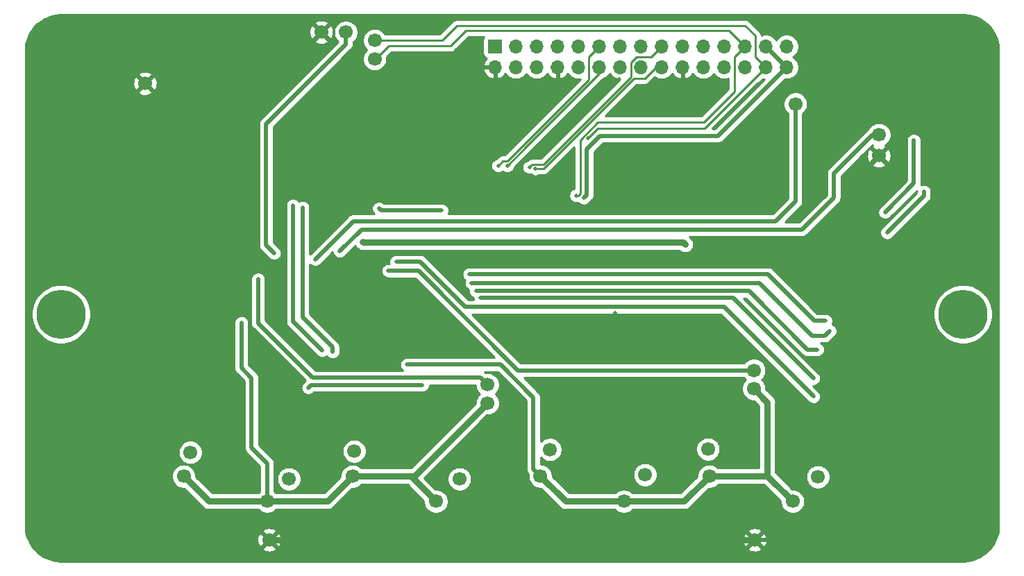
<source format=gbr>
%TF.GenerationSoftware,KiCad,Pcbnew,(5.1.10)-1*%
%TF.CreationDate,2021-08-26T14:05:13+08:00*%
%TF.ProjectId,Syrostan-Ext-DIO,5379726f-7374-4616-9e2d-4578742d4449,rev?*%
%TF.SameCoordinates,Original*%
%TF.FileFunction,Copper,L1,Top*%
%TF.FilePolarity,Positive*%
%FSLAX46Y46*%
G04 Gerber Fmt 4.6, Leading zero omitted, Abs format (unit mm)*
G04 Created by KiCad (PCBNEW (5.1.10)-1) date 2021-08-26 14:05:13*
%MOMM*%
%LPD*%
G01*
G04 APERTURE LIST*
%TA.AperFunction,ComponentPad*%
%ADD10C,1.700000*%
%TD*%
%TA.AperFunction,ComponentPad*%
%ADD11O,1.700000X1.700000*%
%TD*%
%TA.AperFunction,ComponentPad*%
%ADD12R,1.700000X1.700000*%
%TD*%
%TA.AperFunction,ComponentPad*%
%ADD13C,6.000000*%
%TD*%
%TA.AperFunction,ViaPad*%
%ADD14C,0.500000*%
%TD*%
%TA.AperFunction,ViaPad*%
%ADD15C,0.800000*%
%TD*%
%TA.AperFunction,Conductor*%
%ADD16C,0.508000*%
%TD*%
%TA.AperFunction,Conductor*%
%ADD17C,0.254000*%
%TD*%
%TA.AperFunction,Conductor*%
%ADD18C,0.762000*%
%TD*%
%TA.AperFunction,Conductor*%
%ADD19C,0.100000*%
%TD*%
G04 APERTURE END LIST*
D10*
%TO.P,TP1,1*%
%TO.N,/TP_IO1*%
X115769858Y-121066064D03*
%TD*%
%TO.P,TP2,1*%
%TO.N,GND1*%
X125132902Y-127038843D03*
%TD*%
%TO.P,TP3,1*%
%TO.N,/TP_IO2*%
X127784064Y-124292016D03*
%TD*%
%TO.P,TP4,1*%
%TO.N,GND1*%
X114960000Y-123959939D03*
%TD*%
%TO.P,TP5,1*%
%TO.N,/TP_IO3*%
X135759665Y-120913667D03*
%TD*%
%TO.P,TP6,1*%
%TO.N,GND1*%
X135560057Y-123960013D03*
%TD*%
%TO.P,TP7,1*%
%TO.N,/TP_IO4*%
X148604056Y-124292016D03*
%TD*%
%TO.P,TP8,1*%
%TO.N,GND1*%
X151999999Y-115049939D03*
%TD*%
%TO.P,TP9,1*%
%TO.N,/TP_IO5*%
X159635657Y-120710465D03*
%TD*%
%TO.P,TP10,1*%
%TO.N,GND2*%
X179060001Y-123959939D03*
%TD*%
%TO.P,TP11,1*%
%TO.N,/TP_IO6*%
X171218146Y-123783997D03*
%TD*%
%TO.P,TP12,1*%
%TO.N,GND2*%
X184500000Y-113299940D03*
%TD*%
%TO.P,TP13,1*%
%TO.N,/TP_IO7*%
X178914252Y-120659661D03*
%TD*%
%TO.P,TP14,1*%
%TO.N,GND2*%
X189232908Y-127038843D03*
%TD*%
%TO.P,TP15,1*%
%TO.N,/TP_IO8*%
X192300131Y-124037957D03*
%TD*%
%TO.P,TP16,1*%
%TO.N,GND2*%
X158460068Y-123960013D03*
%TD*%
%TO.P,TP17,1*%
%TO.N,/TP_5V_1*%
X151999999Y-112799941D03*
%TD*%
%TO.P,TP18,1*%
%TO.N,GND1*%
X145732908Y-127038843D03*
%TD*%
%TO.P,TP19,1*%
%TO.N,/TP_5V_2*%
X184500000Y-111049939D03*
%TD*%
%TO.P,TP20,1*%
%TO.N,GND2*%
X168632902Y-127038843D03*
%TD*%
%TO.P,TP21,1*%
%TO.N,/TP_12V*%
X199750000Y-82299941D03*
%TD*%
%TO.P,TP22,1*%
%TO.N,GND*%
X110249999Y-76049941D03*
%TD*%
%TO.P,TP23,1*%
%TO.N,GND*%
X199750000Y-84869661D03*
%TD*%
%TO.P,TP24,1*%
%TO.N,/TP_3V3*%
X189575001Y-78549941D03*
%TD*%
%TO.P,TP25,1*%
%TO.N,GND*%
X131749999Y-69799940D03*
%TD*%
%TO.P,TP26,1*%
%TO.N,/TP_3V3MP*%
X134750001Y-69799940D03*
%TD*%
%TO.P,TP27,1*%
%TO.N,/IIC_SDA*%
X138249999Y-73049939D03*
%TD*%
%TO.P,TP28,1*%
%TO.N,/IIC_SCL*%
X138249999Y-70799941D03*
%TD*%
%TO.P,TP29,1*%
%TO.N,GND*%
X125378705Y-131744019D03*
%TD*%
%TO.P,TP30,1*%
%TO.N,GND*%
X184621295Y-131744019D03*
%TD*%
D11*
%TO.P,J1,30*%
%TO.N,+12V*%
X188489972Y-74072259D03*
%TO.P,J1,29*%
%TO.N,/+3V3MP*%
X188489972Y-71532259D03*
%TO.P,J1,28*%
%TO.N,/IIC_SCL*%
X185949972Y-74072259D03*
%TO.P,J1,27*%
%TO.N,+12V*%
X185949972Y-71532259D03*
%TO.P,J1,26*%
%TO.N,GND*%
X183409972Y-74072259D03*
%TO.P,J1,25*%
%TO.N,/IIC_SDA*%
X183409972Y-71532259D03*
%TO.P,J1,24*%
%TO.N,/LVDS7_P*%
X180869972Y-74072259D03*
%TO.P,J1,23*%
%TO.N,/LVDS7_N*%
X180869972Y-71532259D03*
%TO.P,J1,22*%
%TO.N,/LVDS6_N*%
X178329972Y-74072259D03*
%TO.P,J1,21*%
%TO.N,GND*%
X178329972Y-71532259D03*
%TO.P,J1,20*%
X175789972Y-74072259D03*
%TO.P,J1,19*%
%TO.N,/LVDS6_P*%
X175789972Y-71532259D03*
%TO.P,J1,18*%
%TO.N,/LVDS5_P*%
X173249972Y-74072259D03*
%TO.P,J1,17*%
%TO.N,/LVDS5_N*%
X173249972Y-71532259D03*
%TO.P,J1,16*%
%TO.N,/LVDS4_N*%
X170709972Y-74072259D03*
%TO.P,J1,15*%
%TO.N,GND*%
X170709972Y-71532259D03*
%TO.P,J1,14*%
X168169972Y-74072259D03*
%TO.P,J1,13*%
%TO.N,/LVDS4_P*%
X168169972Y-71532259D03*
%TO.P,J1,12*%
%TO.N,/LVDS3_P*%
X165629972Y-74072259D03*
%TO.P,J1,11*%
%TO.N,/LVDS3_N*%
X165629972Y-71532259D03*
%TO.P,J1,10*%
%TO.N,/LVDS2_N*%
X163089972Y-74072259D03*
%TO.P,J1,9*%
%TO.N,GND*%
X163089972Y-71532259D03*
%TO.P,J1,8*%
X160549972Y-74072259D03*
%TO.P,J1,7*%
%TO.N,/LVDS2_P*%
X160549972Y-71532259D03*
%TO.P,J1,6*%
%TO.N,/LVDS1_P*%
X158009972Y-74072259D03*
%TO.P,J1,5*%
%TO.N,/LVDS1_N*%
X158009972Y-71532259D03*
%TO.P,J1,4*%
%TO.N,/LVDS0_N*%
X155469972Y-74072259D03*
%TO.P,J1,3*%
%TO.N,GND*%
X155469972Y-71532259D03*
%TO.P,J1,2*%
X152929972Y-74072259D03*
D12*
%TO.P,J1,1*%
%TO.N,/LVDS0_P*%
X152929972Y-71532259D03*
%TD*%
D13*
%TO.P,REF\u002A\u002A,*%
%TO.N,*%
X100000000Y-104199969D03*
%TD*%
%TO.P,REF\u002A\u002A,*%
%TO.N,*%
X210000000Y-104199969D03*
%TD*%
D14*
%TO.N,+12V*%
X163736666Y-90023334D03*
X165750000Y-82440000D03*
%TO.N,/IIC_SCL*%
X164300000Y-82690000D03*
%TO.N,/IIC_SDA*%
X162800000Y-89710000D03*
%TO.N,GND*%
X139000000Y-86000000D03*
D15*
X170000000Y-114250000D03*
D14*
X116350000Y-90850000D03*
X115080000Y-82170000D03*
X113810000Y-82190000D03*
X112540000Y-82210000D03*
X111270000Y-82230000D03*
X110000000Y-82250000D03*
X108730000Y-82270000D03*
X107460000Y-82290000D03*
X106190000Y-82310000D03*
X104920000Y-82330000D03*
X103650000Y-82350000D03*
X126713333Y-86213333D03*
X129250000Y-86250000D03*
X131773333Y-86226667D03*
X160000000Y-107000000D03*
X165000000Y-123000000D03*
X142000000Y-103000000D03*
X136000000Y-77000000D03*
X186000000Y-96000000D03*
X147000000Y-105000000D03*
X188700000Y-97070000D03*
X191300000Y-97210000D03*
X119910000Y-112880000D03*
X136060000Y-114240000D03*
X169355000Y-96665000D03*
X174810000Y-97440000D03*
X167535031Y-104034010D03*
X116970000Y-101800000D03*
X116990000Y-105170000D03*
X108870000Y-92250000D03*
X183670000Y-90960000D03*
X158660000Y-96669969D03*
X150740000Y-79130000D03*
X163820000Y-78890000D03*
X166950000Y-84140000D03*
X170080000Y-88960000D03*
X179560000Y-81569969D03*
X151260000Y-82190000D03*
X177000000Y-91199969D03*
X170370000Y-76789969D03*
X159570000Y-76999969D03*
X176810000Y-76399969D03*
X132014969Y-103825000D03*
X185090000Y-76129969D03*
%TO.N,/LVDS5_N*%
X157120000Y-86270000D03*
%TO.N,/LVDS5_P*%
X157860000Y-86450000D03*
%TO.N,/LVDS3_N*%
X153310000Y-86080000D03*
%TO.N,/LVDS3_P*%
X154410000Y-86090000D03*
%TO.N,+3V3*%
X130150000Y-113160000D03*
X144050000Y-112840000D03*
X146430000Y-91540000D03*
X138768333Y-91301667D03*
D15*
%TO.N,/HSADC*%
X136820000Y-95409969D03*
X176120000Y-95679969D03*
D14*
%TO.N,/TP_12V*%
X134000000Y-96500000D03*
%TO.N,/TP_3V3*%
X131000000Y-97500000D03*
%TO.N,/TP_3V3MP*%
X126000000Y-96750000D03*
%TO.N,/MCU_IO0*%
X191750000Y-114250000D03*
X140880000Y-97799969D03*
%TO.N,/TP_5V_1*%
X124040000Y-99940000D03*
%TO.N,/TP_5V_2*%
X139930000Y-98899969D03*
%TO.N,GND1*%
X123250000Y-112000000D03*
X122000000Y-105250000D03*
%TO.N,GND2*%
X142190000Y-110350000D03*
%TO.N,/MCU_IO4*%
X133130000Y-108780000D03*
X129460000Y-91189969D03*
%TO.N,/MCU_IO5*%
X131860000Y-108630000D03*
X128290000Y-90919969D03*
%TO.N,/MCU_IO9*%
X193250002Y-105000000D03*
X149790000Y-99330000D03*
%TO.N,/MCU_IO8*%
X150080000Y-100400000D03*
X193750000Y-106250000D03*
%TO.N,/MCU_IO7*%
X192250000Y-108500000D03*
X150600000Y-101380000D03*
%TO.N,/MCU_IO6*%
X191750000Y-112026668D03*
X151170000Y-102220000D03*
%TO.N,Net-(J6-Pad1)*%
X205250000Y-89250000D03*
X200750000Y-94250000D03*
%TO.N,Net-(J7-Pad1)*%
X204000000Y-83000000D03*
X200500000Y-91750000D03*
%TD*%
D16*
%TO.N,+12V*%
X163736666Y-90023334D02*
X164130000Y-89630000D01*
X164130000Y-84060000D02*
X165750000Y-82440000D01*
X164130000Y-89630000D02*
X164130000Y-84060000D01*
X180122231Y-82440000D02*
X188489972Y-74072259D01*
X165750000Y-82440000D02*
X180122231Y-82440000D01*
X185949972Y-71532259D02*
X188489972Y-74072259D01*
D17*
%TO.N,/IIC_SCL*%
X185949972Y-74072259D02*
X178502231Y-81520000D01*
X178502231Y-81520000D02*
X165470000Y-81520000D01*
X165470000Y-81520000D02*
X164300000Y-82690000D01*
X183429969Y-68999969D02*
X184650000Y-70220000D01*
X184650000Y-72772287D02*
X185949972Y-74072259D01*
X138249999Y-70799941D02*
X146470059Y-70799941D01*
X146470059Y-70799941D02*
X148270031Y-68999969D01*
X148270031Y-68999969D02*
X183429969Y-68999969D01*
X184650000Y-70220000D02*
X184650000Y-72772287D01*
%TO.N,/IIC_SDA*%
X147490031Y-71479969D02*
X149390000Y-69580000D01*
X149390000Y-69580000D02*
X181457713Y-69580000D01*
X138249999Y-73049939D02*
X138390030Y-73049939D01*
X139960000Y-71479969D02*
X147490031Y-71479969D01*
X138390030Y-73049939D02*
X139960000Y-71479969D01*
X181457713Y-69580000D02*
X183409972Y-71532259D01*
X163310000Y-82950000D02*
X163310000Y-89450000D01*
X163310000Y-89450000D02*
X163050000Y-89710000D01*
X182140000Y-72802231D02*
X182140000Y-77060000D01*
X178410000Y-80790000D02*
X165470000Y-80790000D01*
X165470000Y-80790000D02*
X163310000Y-82950000D01*
X163050000Y-89710000D02*
X162800000Y-89710000D01*
X183409972Y-71532259D02*
X182140000Y-72802231D01*
X182140000Y-77060000D02*
X178410000Y-80790000D01*
D16*
%TO.N,GND*%
X199750000Y-84869661D02*
X196250000Y-88369661D01*
X196250000Y-128750000D02*
X193255981Y-131744019D01*
X196250000Y-88369661D02*
X196250000Y-128750000D01*
X193255981Y-131744019D02*
X184621295Y-131744019D01*
D18*
X125378705Y-131744019D02*
X184621295Y-131744019D01*
D16*
X179650000Y-81569969D02*
X179560000Y-81569969D01*
X185090000Y-76129969D02*
X179650000Y-81569969D01*
D17*
%TO.N,/LVDS5_N*%
X171992231Y-72790000D02*
X173249972Y-71532259D01*
X170220000Y-72790000D02*
X171992231Y-72790000D01*
X169500000Y-73510000D02*
X170220000Y-72790000D01*
X169500000Y-75282231D02*
X169500000Y-73510000D01*
X158842231Y-85940000D02*
X169500000Y-75282231D01*
X157864001Y-85945999D02*
X157444001Y-85945999D01*
X157444001Y-85945999D02*
X157120000Y-86270000D01*
X157870000Y-85940000D02*
X157864001Y-85945999D01*
X158842231Y-85940000D02*
X157870000Y-85940000D01*
%TO.N,/LVDS5_P*%
X172527741Y-74072259D02*
X173249972Y-74072259D01*
X171180000Y-75420000D02*
X172527741Y-74072259D01*
X169901047Y-75420000D02*
X171180000Y-75420000D01*
X158871047Y-86450000D02*
X169901047Y-75420000D01*
X157860000Y-86450000D02*
X158871047Y-86450000D01*
%TO.N,/LVDS3_N*%
X154430000Y-85520000D02*
X164350000Y-75600000D01*
X164350000Y-72812231D02*
X165629972Y-71532259D01*
X164350000Y-75600000D02*
X164350000Y-72812231D01*
X153870000Y-85520000D02*
X154430000Y-85520000D01*
X153310000Y-86080000D02*
X153870000Y-85520000D01*
%TO.N,/LVDS3_P*%
X154410000Y-86090000D02*
X154410000Y-86090000D01*
X156854602Y-83645399D02*
X154410000Y-86090000D01*
X165629972Y-74870028D02*
X156854602Y-83645399D01*
X165629972Y-74072259D02*
X165629972Y-74870028D01*
D16*
%TO.N,+3V3*%
X130150000Y-113160000D02*
X130470000Y-112840000D01*
X130470000Y-112840000D02*
X144050000Y-112840000D01*
X139006666Y-91540000D02*
X138768333Y-91301667D01*
X146430000Y-91540000D02*
X139006666Y-91540000D01*
D18*
%TO.N,/HSADC*%
X136820000Y-95409969D02*
X175850000Y-95409969D01*
X175850000Y-95409969D02*
X176120000Y-95679969D01*
X176120000Y-95679969D02*
X176120000Y-95679969D01*
D16*
%TO.N,/TP_12V*%
X134000000Y-96500000D02*
X134000000Y-96500000D01*
X198950059Y-82299941D02*
X199750000Y-82299941D01*
X194250000Y-90000000D02*
X194250000Y-87000000D01*
X190390031Y-93859969D02*
X194250000Y-90000000D01*
X194250000Y-87000000D02*
X198950059Y-82299941D01*
X136640031Y-93859969D02*
X190390031Y-93859969D01*
X134000000Y-96500000D02*
X136640031Y-93859969D01*
%TO.N,/TP_3V3*%
X131000000Y-97500000D02*
X131000000Y-97500000D01*
X187150031Y-92849969D02*
X135650031Y-92849969D01*
X135650031Y-92849969D02*
X131000000Y-97500000D01*
X189575001Y-90424999D02*
X187150031Y-92849969D01*
X189575001Y-78549941D02*
X189575001Y-90424999D01*
%TO.N,/TP_3V3MP*%
X126000000Y-96750000D02*
X126000000Y-96750000D01*
X134750001Y-71249999D02*
X125000000Y-81000000D01*
X134750001Y-69799940D02*
X134750001Y-71249999D01*
X125000000Y-81000000D02*
X125000000Y-95750000D01*
X125000000Y-95750000D02*
X126000000Y-96750000D01*
%TO.N,/MCU_IO0*%
X191750000Y-114250000D02*
X180830000Y-103330000D01*
X180830000Y-103330000D02*
X149300002Y-103330000D01*
X149300002Y-103330000D02*
X143769971Y-97799969D01*
X143769971Y-97799969D02*
X140880000Y-97799969D01*
%TO.N,/TP_5V_1*%
X151999999Y-112799941D02*
X151150000Y-111949942D01*
X151150000Y-111949942D02*
X130699942Y-111949942D01*
X130699942Y-111949942D02*
X124040000Y-105290000D01*
X124040000Y-105290000D02*
X124040000Y-99940000D01*
%TO.N,/TP_5V_2*%
X184500000Y-111049939D02*
X155729939Y-111049939D01*
X155729939Y-111049939D02*
X143579969Y-98899969D01*
X143579969Y-98899969D02*
X139930000Y-98899969D01*
D18*
%TO.N,GND1*%
X132481227Y-127038843D02*
X125132902Y-127038843D01*
X135560057Y-123960013D02*
X132481227Y-127038843D01*
X142654078Y-123960013D02*
X145732908Y-127038843D01*
X135560057Y-123960013D02*
X142654078Y-123960013D01*
X143089925Y-123960013D02*
X142654078Y-123960013D01*
X151999999Y-115049939D02*
X143089925Y-123960013D01*
X118038904Y-127038843D02*
X114960000Y-123959939D01*
X125132902Y-127038843D02*
X118038904Y-127038843D01*
D16*
X123250000Y-112000000D02*
X123250000Y-112000000D01*
X122000000Y-110750000D02*
X122000000Y-105250000D01*
X123250000Y-112000000D02*
X122000000Y-110750000D01*
X123250000Y-120500000D02*
X123250000Y-112000000D01*
X125132902Y-122382902D02*
X123250000Y-120500000D01*
X125132902Y-127038843D02*
X125132902Y-122382902D01*
D18*
%TO.N,GND2*%
X175981097Y-127038843D02*
X179060001Y-123959939D01*
X168632902Y-127038843D02*
X175981097Y-127038843D01*
X186154004Y-123959939D02*
X189232908Y-127038843D01*
X179060001Y-123959939D02*
X186154004Y-123959939D01*
X161538898Y-127038843D02*
X158460068Y-123960013D01*
X168632902Y-127038843D02*
X161538898Y-127038843D01*
X186154004Y-114953944D02*
X184500000Y-113299940D01*
X186154004Y-123959939D02*
X186154004Y-114953944D01*
D16*
X157610069Y-123110014D02*
X157610069Y-114360069D01*
X157610069Y-114360069D02*
X153600000Y-110350000D01*
X158460068Y-123960013D02*
X157610069Y-123110014D01*
X153600000Y-110350000D02*
X142190000Y-110350000D01*
%TO.N,/MCU_IO4*%
X129460000Y-104539969D02*
X129460000Y-91189969D01*
X133130000Y-108209969D02*
X129460000Y-104539969D01*
X133130000Y-108780000D02*
X133130000Y-108209969D01*
%TO.N,/MCU_IO5*%
X131860000Y-108630000D02*
X128290000Y-105060000D01*
X128290000Y-105060000D02*
X128290000Y-90919969D01*
%TO.N,/MCU_IO9*%
X186190031Y-99330000D02*
X149790000Y-99330000D01*
X191860031Y-105000000D02*
X186190031Y-99330000D01*
X193250002Y-105000000D02*
X191860031Y-105000000D01*
%TO.N,/MCU_IO8*%
X150080031Y-100399969D02*
X150080000Y-100400000D01*
X185149969Y-100399969D02*
X150080031Y-100399969D01*
X191579969Y-106829969D02*
X185149969Y-100399969D01*
X193170031Y-106829969D02*
X191579969Y-106829969D01*
X193750000Y-106250000D02*
X193170031Y-106829969D01*
%TO.N,/MCU_IO7*%
X150600031Y-101379969D02*
X150600000Y-101380000D01*
X183879969Y-101379969D02*
X150600031Y-101379969D01*
X191000000Y-108500000D02*
X183879969Y-101379969D01*
X192250000Y-108500000D02*
X191000000Y-108500000D01*
%TO.N,/MCU_IO6*%
X191750000Y-112026668D02*
X181943332Y-102220000D01*
X181943332Y-102220000D02*
X151170000Y-102220000D01*
%TO.N,Net-(J6-Pad1)*%
X200750000Y-94250000D02*
X205250000Y-89750000D01*
X205250000Y-89750000D02*
X205250000Y-89250000D01*
%TO.N,Net-(J7-Pad1)*%
X200500000Y-91750000D02*
X204000000Y-88250000D01*
X204000000Y-88250000D02*
X204000000Y-83000000D01*
%TD*%
D17*
%TO.N,GND*%
X210768083Y-67731173D02*
X211511891Y-67934656D01*
X212207905Y-68266638D01*
X212834130Y-68716626D01*
X213370777Y-69270403D01*
X213800871Y-69910451D01*
X214110829Y-70616553D01*
X214292065Y-71371457D01*
X214340001Y-72024220D01*
X214340000Y-129970608D01*
X214268827Y-130768083D01*
X214065344Y-131511890D01*
X213733363Y-132207904D01*
X213283374Y-132834130D01*
X212729597Y-133370777D01*
X212089549Y-133800871D01*
X211383447Y-134110829D01*
X210628543Y-134292065D01*
X209975793Y-134340000D01*
X100029392Y-134340000D01*
X99231917Y-134268827D01*
X98488110Y-134065344D01*
X97792096Y-133733363D01*
X97165870Y-133283374D01*
X96670718Y-132772416D01*
X124529913Y-132772416D01*
X124607548Y-133021491D01*
X124871588Y-133147390D01*
X125155116Y-133219358D01*
X125447236Y-133234630D01*
X125736724Y-133192618D01*
X126012452Y-133094938D01*
X126149862Y-133021491D01*
X126227497Y-132772416D01*
X183772503Y-132772416D01*
X183850138Y-133021491D01*
X184114178Y-133147390D01*
X184397706Y-133219358D01*
X184689826Y-133234630D01*
X184979314Y-133192618D01*
X185255042Y-133094938D01*
X185392452Y-133021491D01*
X185470087Y-132772416D01*
X184621295Y-131923624D01*
X183772503Y-132772416D01*
X126227497Y-132772416D01*
X125378705Y-131923624D01*
X124529913Y-132772416D01*
X96670718Y-132772416D01*
X96629223Y-132729597D01*
X96199129Y-132089549D01*
X96077535Y-131812550D01*
X123888094Y-131812550D01*
X123930106Y-132102038D01*
X124027786Y-132377766D01*
X124101233Y-132515176D01*
X124350308Y-132592811D01*
X125199100Y-131744019D01*
X125558310Y-131744019D01*
X126407102Y-132592811D01*
X126656177Y-132515176D01*
X126782076Y-132251136D01*
X126854044Y-131967608D01*
X126862150Y-131812550D01*
X183130684Y-131812550D01*
X183172696Y-132102038D01*
X183270376Y-132377766D01*
X183343823Y-132515176D01*
X183592898Y-132592811D01*
X184441690Y-131744019D01*
X184800900Y-131744019D01*
X185649692Y-132592811D01*
X185898767Y-132515176D01*
X186024666Y-132251136D01*
X186096634Y-131967608D01*
X186111906Y-131675488D01*
X186069894Y-131386000D01*
X185972214Y-131110272D01*
X185898767Y-130972862D01*
X185649692Y-130895227D01*
X184800900Y-131744019D01*
X184441690Y-131744019D01*
X183592898Y-130895227D01*
X183343823Y-130972862D01*
X183217924Y-131236902D01*
X183145956Y-131520430D01*
X183130684Y-131812550D01*
X126862150Y-131812550D01*
X126869316Y-131675488D01*
X126827304Y-131386000D01*
X126729624Y-131110272D01*
X126656177Y-130972862D01*
X126407102Y-130895227D01*
X125558310Y-131744019D01*
X125199100Y-131744019D01*
X124350308Y-130895227D01*
X124101233Y-130972862D01*
X123975334Y-131236902D01*
X123903366Y-131520430D01*
X123888094Y-131812550D01*
X96077535Y-131812550D01*
X95889171Y-131383447D01*
X95728841Y-130715622D01*
X124529913Y-130715622D01*
X125378705Y-131564414D01*
X126227497Y-130715622D01*
X183772503Y-130715622D01*
X184621295Y-131564414D01*
X185470087Y-130715622D01*
X185392452Y-130466547D01*
X185128412Y-130340648D01*
X184844884Y-130268680D01*
X184552764Y-130253408D01*
X184263276Y-130295420D01*
X183987548Y-130393100D01*
X183850138Y-130466547D01*
X183772503Y-130715622D01*
X126227497Y-130715622D01*
X126149862Y-130466547D01*
X125885822Y-130340648D01*
X125602294Y-130268680D01*
X125310174Y-130253408D01*
X125020686Y-130295420D01*
X124744958Y-130393100D01*
X124607548Y-130466547D01*
X124529913Y-130715622D01*
X95728841Y-130715622D01*
X95707935Y-130628543D01*
X95660000Y-129975793D01*
X95660000Y-123813679D01*
X113475000Y-123813679D01*
X113475000Y-124106199D01*
X113532068Y-124393097D01*
X113644010Y-124663350D01*
X113806525Y-124906571D01*
X114013368Y-125113414D01*
X114256589Y-125275929D01*
X114526842Y-125387871D01*
X114813740Y-125444939D01*
X115008160Y-125444939D01*
X117285196Y-127721976D01*
X117317008Y-127760739D01*
X117471714Y-127887703D01*
X117648215Y-127982044D01*
X117648217Y-127982045D01*
X117839733Y-128040141D01*
X118038904Y-128059758D01*
X118088806Y-128054843D01*
X124048795Y-128054843D01*
X124186270Y-128192318D01*
X124429491Y-128354833D01*
X124699744Y-128466775D01*
X124986642Y-128523843D01*
X125279162Y-128523843D01*
X125566060Y-128466775D01*
X125836313Y-128354833D01*
X126079534Y-128192318D01*
X126217009Y-128054843D01*
X132431325Y-128054843D01*
X132481227Y-128059758D01*
X132531129Y-128054843D01*
X132680398Y-128040141D01*
X132871914Y-127982045D01*
X133048417Y-127887703D01*
X133203123Y-127760739D01*
X133234939Y-127721971D01*
X135511898Y-125445013D01*
X135706317Y-125445013D01*
X135993215Y-125387945D01*
X136263468Y-125276003D01*
X136506689Y-125113488D01*
X136644164Y-124976013D01*
X142233238Y-124976013D01*
X144247908Y-126990684D01*
X144247908Y-127185103D01*
X144304976Y-127472001D01*
X144416918Y-127742254D01*
X144579433Y-127985475D01*
X144786276Y-128192318D01*
X145029497Y-128354833D01*
X145299750Y-128466775D01*
X145586648Y-128523843D01*
X145879168Y-128523843D01*
X146166066Y-128466775D01*
X146436319Y-128354833D01*
X146679540Y-128192318D01*
X146886383Y-127985475D01*
X147048898Y-127742254D01*
X147160840Y-127472001D01*
X147217908Y-127185103D01*
X147217908Y-126892583D01*
X147160840Y-126605685D01*
X147048898Y-126335432D01*
X146886383Y-126092211D01*
X146679540Y-125885368D01*
X146436319Y-125722853D01*
X146166066Y-125610911D01*
X145879168Y-125553843D01*
X145684749Y-125553843D01*
X144308842Y-124177936D01*
X144341022Y-124145756D01*
X147119056Y-124145756D01*
X147119056Y-124438276D01*
X147176124Y-124725174D01*
X147288066Y-124995427D01*
X147450581Y-125238648D01*
X147657424Y-125445491D01*
X147900645Y-125608006D01*
X148170898Y-125719948D01*
X148457796Y-125777016D01*
X148750316Y-125777016D01*
X149037214Y-125719948D01*
X149307467Y-125608006D01*
X149550688Y-125445491D01*
X149757531Y-125238648D01*
X149920046Y-124995427D01*
X150031988Y-124725174D01*
X150089056Y-124438276D01*
X150089056Y-124145756D01*
X150031988Y-123858858D01*
X149920046Y-123588605D01*
X149757531Y-123345384D01*
X149550688Y-123138541D01*
X149307467Y-122976026D01*
X149037214Y-122864084D01*
X148750316Y-122807016D01*
X148457796Y-122807016D01*
X148170898Y-122864084D01*
X147900645Y-122976026D01*
X147657424Y-123138541D01*
X147450581Y-123345384D01*
X147288066Y-123588605D01*
X147176124Y-123858858D01*
X147119056Y-124145756D01*
X144341022Y-124145756D01*
X151951840Y-116534939D01*
X152146259Y-116534939D01*
X152433157Y-116477871D01*
X152703410Y-116365929D01*
X152946631Y-116203414D01*
X153153474Y-115996571D01*
X153315989Y-115753350D01*
X153427931Y-115483097D01*
X153484999Y-115196199D01*
X153484999Y-114903679D01*
X153427931Y-114616781D01*
X153315989Y-114346528D01*
X153153474Y-114103307D01*
X152975107Y-113924940D01*
X153153474Y-113746573D01*
X153315989Y-113503352D01*
X153427931Y-113233099D01*
X153484999Y-112946201D01*
X153484999Y-112653681D01*
X153427931Y-112366783D01*
X153315989Y-112096530D01*
X153153474Y-111853309D01*
X152946631Y-111646466D01*
X152703410Y-111483951D01*
X152433157Y-111372009D01*
X152146259Y-111314941D01*
X151853739Y-111314941D01*
X151789417Y-111327736D01*
X151781659Y-111318283D01*
X151685053Y-111239000D01*
X153231765Y-111239000D01*
X156721070Y-114728306D01*
X156721069Y-123066354D01*
X156716769Y-123110014D01*
X156721069Y-123153674D01*
X156721069Y-123153680D01*
X156733933Y-123284287D01*
X156784766Y-123451864D01*
X156867316Y-123606304D01*
X156978410Y-123741673D01*
X156987863Y-123749431D01*
X156975068Y-123813753D01*
X156975068Y-124106273D01*
X157032136Y-124393171D01*
X157144078Y-124663424D01*
X157306593Y-124906645D01*
X157513436Y-125113488D01*
X157756657Y-125276003D01*
X158026910Y-125387945D01*
X158313808Y-125445013D01*
X158508228Y-125445013D01*
X160785190Y-127721976D01*
X160817002Y-127760739D01*
X160971708Y-127887703D01*
X161148211Y-127982045D01*
X161339727Y-128040141D01*
X161538897Y-128059758D01*
X161588799Y-128054843D01*
X167548795Y-128054843D01*
X167686270Y-128192318D01*
X167929491Y-128354833D01*
X168199744Y-128466775D01*
X168486642Y-128523843D01*
X168779162Y-128523843D01*
X169066060Y-128466775D01*
X169336313Y-128354833D01*
X169579534Y-128192318D01*
X169717009Y-128054843D01*
X175931195Y-128054843D01*
X175981097Y-128059758D01*
X176030999Y-128054843D01*
X176180268Y-128040141D01*
X176371784Y-127982045D01*
X176548287Y-127887703D01*
X176702993Y-127760739D01*
X176734809Y-127721971D01*
X179011842Y-125444939D01*
X179206261Y-125444939D01*
X179493159Y-125387871D01*
X179763412Y-125275929D01*
X180006633Y-125113414D01*
X180144108Y-124975939D01*
X185733164Y-124975939D01*
X187747908Y-126990684D01*
X187747908Y-127185103D01*
X187804976Y-127472001D01*
X187916918Y-127742254D01*
X188079433Y-127985475D01*
X188286276Y-128192318D01*
X188529497Y-128354833D01*
X188799750Y-128466775D01*
X189086648Y-128523843D01*
X189379168Y-128523843D01*
X189666066Y-128466775D01*
X189936319Y-128354833D01*
X190179540Y-128192318D01*
X190386383Y-127985475D01*
X190548898Y-127742254D01*
X190660840Y-127472001D01*
X190717908Y-127185103D01*
X190717908Y-126892583D01*
X190660840Y-126605685D01*
X190548898Y-126335432D01*
X190386383Y-126092211D01*
X190179540Y-125885368D01*
X189936319Y-125722853D01*
X189666066Y-125610911D01*
X189379168Y-125553843D01*
X189184749Y-125553843D01*
X187522603Y-123891697D01*
X190815131Y-123891697D01*
X190815131Y-124184217D01*
X190872199Y-124471115D01*
X190984141Y-124741368D01*
X191146656Y-124984589D01*
X191353499Y-125191432D01*
X191596720Y-125353947D01*
X191866973Y-125465889D01*
X192153871Y-125522957D01*
X192446391Y-125522957D01*
X192733289Y-125465889D01*
X193003542Y-125353947D01*
X193246763Y-125191432D01*
X193453606Y-124984589D01*
X193616121Y-124741368D01*
X193728063Y-124471115D01*
X193785131Y-124184217D01*
X193785131Y-123891697D01*
X193728063Y-123604799D01*
X193616121Y-123334546D01*
X193453606Y-123091325D01*
X193246763Y-122884482D01*
X193003542Y-122721967D01*
X192733289Y-122610025D01*
X192446391Y-122552957D01*
X192153871Y-122552957D01*
X191866973Y-122610025D01*
X191596720Y-122721967D01*
X191353499Y-122884482D01*
X191146656Y-123091325D01*
X190984141Y-123334546D01*
X190872199Y-123604799D01*
X190815131Y-123891697D01*
X187522603Y-123891697D01*
X187170004Y-123539099D01*
X187170004Y-115003846D01*
X187174919Y-114953944D01*
X187155302Y-114754773D01*
X187097206Y-114563256D01*
X187054174Y-114482750D01*
X187002864Y-114386754D01*
X186875900Y-114232048D01*
X186837137Y-114200236D01*
X185985000Y-113348100D01*
X185985000Y-113153680D01*
X185927932Y-112866782D01*
X185815990Y-112596529D01*
X185653475Y-112353308D01*
X185475107Y-112174940D01*
X185653475Y-111996571D01*
X185815990Y-111753350D01*
X185927932Y-111483097D01*
X185985000Y-111196199D01*
X185985000Y-110903679D01*
X185927932Y-110616781D01*
X185815990Y-110346528D01*
X185653475Y-110103307D01*
X185446632Y-109896464D01*
X185203411Y-109733949D01*
X184933158Y-109622007D01*
X184646260Y-109564939D01*
X184353740Y-109564939D01*
X184066842Y-109622007D01*
X183796589Y-109733949D01*
X183553368Y-109896464D01*
X183346525Y-110103307D01*
X183308017Y-110160939D01*
X156098174Y-110160939D01*
X150156235Y-104219000D01*
X180461765Y-104219000D01*
X191152259Y-114909495D01*
X191183804Y-114935383D01*
X191185845Y-114937424D01*
X191188245Y-114939028D01*
X191253708Y-114992751D01*
X191328391Y-115032671D01*
X191330795Y-115034277D01*
X191333466Y-115035383D01*
X191408147Y-115075302D01*
X191489190Y-115099886D01*
X191491855Y-115100990D01*
X191494684Y-115101553D01*
X191575724Y-115126136D01*
X191660001Y-115134436D01*
X191662835Y-115135000D01*
X191665725Y-115135000D01*
X191749999Y-115143300D01*
X191834273Y-115135000D01*
X191837165Y-115135000D01*
X191840001Y-115134436D01*
X191924274Y-115126136D01*
X192005312Y-115101554D01*
X192008145Y-115100990D01*
X192010814Y-115099885D01*
X192091852Y-115075302D01*
X192166530Y-115035385D01*
X192169205Y-115034277D01*
X192171613Y-115032668D01*
X192246291Y-114992751D01*
X192311750Y-114939031D01*
X192314155Y-114937424D01*
X192316200Y-114935379D01*
X192381659Y-114881659D01*
X192435379Y-114816200D01*
X192437424Y-114814155D01*
X192439031Y-114811750D01*
X192492751Y-114746291D01*
X192532668Y-114671613D01*
X192534277Y-114669205D01*
X192535385Y-114666530D01*
X192575302Y-114591852D01*
X192599885Y-114510814D01*
X192600990Y-114508145D01*
X192601554Y-114505312D01*
X192626136Y-114424274D01*
X192634436Y-114340001D01*
X192635000Y-114337165D01*
X192635000Y-114334273D01*
X192643300Y-114249999D01*
X192635000Y-114165725D01*
X192635000Y-114162835D01*
X192634436Y-114160001D01*
X192626136Y-114075724D01*
X192601553Y-113994684D01*
X192600990Y-113991855D01*
X192599886Y-113989190D01*
X192575302Y-113908147D01*
X192535383Y-113833466D01*
X192534277Y-113830795D01*
X192532671Y-113828391D01*
X192492751Y-113753708D01*
X192439028Y-113688245D01*
X192437424Y-113685845D01*
X192435383Y-113683804D01*
X192409495Y-113652259D01*
X191669251Y-112912015D01*
X191750000Y-112919968D01*
X191834274Y-112911668D01*
X191837165Y-112911668D01*
X191840000Y-112911104D01*
X191924275Y-112902804D01*
X192005313Y-112878221D01*
X192008145Y-112877658D01*
X192010812Y-112876553D01*
X192091852Y-112851970D01*
X192166534Y-112812051D01*
X192169205Y-112810945D01*
X192171609Y-112809339D01*
X192246291Y-112769420D01*
X192311753Y-112715697D01*
X192314155Y-112714092D01*
X192316197Y-112712050D01*
X192381659Y-112658327D01*
X192435382Y-112592865D01*
X192437424Y-112590823D01*
X192439029Y-112588421D01*
X192492752Y-112522959D01*
X192532671Y-112448277D01*
X192534277Y-112445873D01*
X192535383Y-112443202D01*
X192575302Y-112368520D01*
X192599885Y-112287480D01*
X192600990Y-112284813D01*
X192601553Y-112281981D01*
X192626136Y-112200943D01*
X192634436Y-112116668D01*
X192635000Y-112113833D01*
X192635000Y-112110942D01*
X192643300Y-112026668D01*
X192635000Y-111942394D01*
X192635000Y-111939503D01*
X192634436Y-111936668D01*
X192626136Y-111852393D01*
X192601553Y-111771353D01*
X192600990Y-111768523D01*
X192599886Y-111765857D01*
X192575302Y-111684815D01*
X192535382Y-111610130D01*
X192534277Y-111607463D01*
X192532673Y-111605063D01*
X192492752Y-111530376D01*
X192439026Y-111464911D01*
X192437424Y-111462513D01*
X192435385Y-111460474D01*
X192409495Y-111428927D01*
X183249536Y-102268969D01*
X183511734Y-102268969D01*
X190340501Y-109097736D01*
X190368341Y-109131659D01*
X190503709Y-109242753D01*
X190658149Y-109325303D01*
X190720297Y-109344155D01*
X190825724Y-109376136D01*
X190858924Y-109379406D01*
X190956333Y-109389000D01*
X190956339Y-109389000D01*
X190999999Y-109393300D01*
X191043659Y-109389000D01*
X192293667Y-109389000D01*
X192334279Y-109385000D01*
X192337165Y-109385000D01*
X192339996Y-109384437D01*
X192424274Y-109376136D01*
X192505315Y-109351553D01*
X192508145Y-109350990D01*
X192510810Y-109349886D01*
X192591851Y-109325303D01*
X192666540Y-109285381D01*
X192669205Y-109284277D01*
X192671604Y-109282674D01*
X192746291Y-109242753D01*
X192811757Y-109189026D01*
X192814155Y-109187424D01*
X192816195Y-109185384D01*
X192881659Y-109131659D01*
X192935384Y-109066195D01*
X192937424Y-109064155D01*
X192939026Y-109061757D01*
X192992753Y-108996291D01*
X193032674Y-108921604D01*
X193034277Y-108919205D01*
X193035381Y-108916540D01*
X193075303Y-108841851D01*
X193099886Y-108760810D01*
X193100990Y-108758145D01*
X193101553Y-108755315D01*
X193126136Y-108674274D01*
X193134437Y-108589996D01*
X193135000Y-108587165D01*
X193135000Y-108584279D01*
X193143301Y-108500000D01*
X193135000Y-108415721D01*
X193135000Y-108412835D01*
X193134437Y-108410004D01*
X193126136Y-108325726D01*
X193101553Y-108244685D01*
X193100990Y-108241855D01*
X193099886Y-108239190D01*
X193075303Y-108158149D01*
X193035381Y-108083460D01*
X193034277Y-108080795D01*
X193032674Y-108078396D01*
X192992753Y-108003709D01*
X192939026Y-107938243D01*
X192937424Y-107935845D01*
X192935384Y-107933805D01*
X192881659Y-107868341D01*
X192816195Y-107814616D01*
X192814155Y-107812576D01*
X192811757Y-107810974D01*
X192746291Y-107757247D01*
X192674678Y-107718969D01*
X193126371Y-107718969D01*
X193170031Y-107723269D01*
X193213691Y-107718969D01*
X193213698Y-107718969D01*
X193344305Y-107706105D01*
X193511882Y-107655272D01*
X193666322Y-107572722D01*
X193801690Y-107461628D01*
X193829530Y-107427705D01*
X194409495Y-106847740D01*
X194435382Y-106816197D01*
X194437424Y-106814155D01*
X194439029Y-106811753D01*
X194492752Y-106746292D01*
X194532673Y-106671605D01*
X194534277Y-106669205D01*
X194535382Y-106666538D01*
X194575302Y-106591853D01*
X194599886Y-106510811D01*
X194600990Y-106508145D01*
X194601553Y-106505315D01*
X194626136Y-106424275D01*
X194634436Y-106340000D01*
X194635000Y-106337165D01*
X194635000Y-106334275D01*
X194643300Y-106250001D01*
X194635000Y-106165727D01*
X194635000Y-106162835D01*
X194634436Y-106159999D01*
X194626136Y-106075726D01*
X194601554Y-105994688D01*
X194600990Y-105991855D01*
X194599885Y-105989186D01*
X194575302Y-105908148D01*
X194535383Y-105833466D01*
X194534277Y-105830795D01*
X194532671Y-105828391D01*
X194492752Y-105753709D01*
X194439029Y-105688247D01*
X194437424Y-105685845D01*
X194435382Y-105683803D01*
X194381659Y-105618341D01*
X194316197Y-105564618D01*
X194314155Y-105562576D01*
X194311753Y-105560971D01*
X194246291Y-105507248D01*
X194171609Y-105467329D01*
X194169205Y-105465723D01*
X194166534Y-105464617D01*
X194091852Y-105424698D01*
X194039509Y-105408820D01*
X194075305Y-105341851D01*
X194099888Y-105260810D01*
X194100992Y-105258145D01*
X194101555Y-105255315D01*
X194126138Y-105174274D01*
X194134439Y-105089996D01*
X194135002Y-105087165D01*
X194135002Y-105084279D01*
X194143303Y-105000000D01*
X194135002Y-104915721D01*
X194135002Y-104912835D01*
X194134439Y-104910004D01*
X194126138Y-104825726D01*
X194101555Y-104744685D01*
X194100992Y-104741855D01*
X194099888Y-104739190D01*
X194075305Y-104658149D01*
X194035383Y-104583460D01*
X194034279Y-104580795D01*
X194032676Y-104578396D01*
X193992755Y-104503709D01*
X193939028Y-104438243D01*
X193937426Y-104435845D01*
X193935386Y-104433805D01*
X193881661Y-104368341D01*
X193816197Y-104314616D01*
X193814157Y-104312576D01*
X193811759Y-104310974D01*
X193746293Y-104257247D01*
X193671606Y-104217326D01*
X193669207Y-104215723D01*
X193666542Y-104214619D01*
X193591853Y-104174697D01*
X193510812Y-104150114D01*
X193508147Y-104149010D01*
X193505317Y-104148447D01*
X193424276Y-104123864D01*
X193339998Y-104115563D01*
X193337167Y-104115000D01*
X193334281Y-104115000D01*
X193293669Y-104111000D01*
X192228267Y-104111000D01*
X191959220Y-103841953D01*
X206365000Y-103841953D01*
X206365000Y-104557985D01*
X206504691Y-105260259D01*
X206778705Y-105921787D01*
X207176511Y-106517146D01*
X207682823Y-107023458D01*
X208278182Y-107421264D01*
X208939710Y-107695278D01*
X209641984Y-107834969D01*
X210358016Y-107834969D01*
X211060290Y-107695278D01*
X211721818Y-107421264D01*
X212317177Y-107023458D01*
X212823489Y-106517146D01*
X213221295Y-105921787D01*
X213495309Y-105260259D01*
X213635000Y-104557985D01*
X213635000Y-103841953D01*
X213495309Y-103139679D01*
X213221295Y-102478151D01*
X212823489Y-101882792D01*
X212317177Y-101376480D01*
X211721818Y-100978674D01*
X211060290Y-100704660D01*
X210358016Y-100564969D01*
X209641984Y-100564969D01*
X208939710Y-100704660D01*
X208278182Y-100978674D01*
X207682823Y-101376480D01*
X207176511Y-101882792D01*
X206778705Y-102478151D01*
X206504691Y-103139679D01*
X206365000Y-103841953D01*
X191959220Y-103841953D01*
X186849530Y-98732264D01*
X186821690Y-98698341D01*
X186686322Y-98587247D01*
X186531882Y-98504697D01*
X186364305Y-98453864D01*
X186233698Y-98441000D01*
X186233691Y-98441000D01*
X186190031Y-98436700D01*
X186146371Y-98441000D01*
X149746333Y-98441000D01*
X149705721Y-98445000D01*
X149702835Y-98445000D01*
X149700004Y-98445563D01*
X149615726Y-98453864D01*
X149534685Y-98478447D01*
X149531855Y-98479010D01*
X149529190Y-98480114D01*
X149448149Y-98504697D01*
X149373460Y-98544619D01*
X149370795Y-98545723D01*
X149368396Y-98547326D01*
X149293709Y-98587247D01*
X149228243Y-98640974D01*
X149225845Y-98642576D01*
X149223805Y-98644616D01*
X149158341Y-98698341D01*
X149104616Y-98763805D01*
X149102576Y-98765845D01*
X149100974Y-98768243D01*
X149047247Y-98833709D01*
X149007326Y-98908396D01*
X149005723Y-98910795D01*
X149004619Y-98913460D01*
X148964697Y-98988149D01*
X148940114Y-99069190D01*
X148939010Y-99071855D01*
X148938447Y-99074685D01*
X148913864Y-99155726D01*
X148905563Y-99240004D01*
X148905000Y-99242835D01*
X148905000Y-99245721D01*
X148896699Y-99330000D01*
X148905000Y-99414279D01*
X148905000Y-99417165D01*
X148905563Y-99419996D01*
X148913864Y-99504274D01*
X148938447Y-99585315D01*
X148939010Y-99588145D01*
X148940114Y-99590810D01*
X148964697Y-99671851D01*
X149004619Y-99746540D01*
X149005723Y-99749205D01*
X149007326Y-99751604D01*
X149047247Y-99826291D01*
X149100974Y-99891757D01*
X149102576Y-99894155D01*
X149104616Y-99896195D01*
X149158341Y-99961659D01*
X149223805Y-100015384D01*
X149225845Y-100017424D01*
X149228243Y-100019026D01*
X149261167Y-100046046D01*
X149254698Y-100058148D01*
X149230115Y-100139186D01*
X149229010Y-100141855D01*
X149228446Y-100144688D01*
X149203864Y-100225726D01*
X149195564Y-100309999D01*
X149195000Y-100312835D01*
X149195000Y-100315726D01*
X149186700Y-100400000D01*
X149195000Y-100484274D01*
X149195000Y-100487165D01*
X149195564Y-100490001D01*
X149203864Y-100574274D01*
X149228446Y-100655312D01*
X149229010Y-100658145D01*
X149230115Y-100660814D01*
X149254698Y-100741852D01*
X149294617Y-100816534D01*
X149295723Y-100819205D01*
X149297329Y-100821609D01*
X149337248Y-100896291D01*
X149390971Y-100961753D01*
X149392576Y-100964155D01*
X149394618Y-100966197D01*
X149448341Y-101031659D01*
X149513803Y-101085382D01*
X149515845Y-101087424D01*
X149518247Y-101089029D01*
X149583709Y-101142752D01*
X149658391Y-101182671D01*
X149660795Y-101184277D01*
X149663466Y-101185383D01*
X149722747Y-101217070D01*
X149715564Y-101289999D01*
X149715000Y-101292835D01*
X149715000Y-101295726D01*
X149706700Y-101380000D01*
X149715000Y-101464274D01*
X149715000Y-101467165D01*
X149715564Y-101470001D01*
X149723864Y-101554274D01*
X149748446Y-101635312D01*
X149749010Y-101638145D01*
X149750115Y-101640814D01*
X149774698Y-101721852D01*
X149814617Y-101796534D01*
X149815723Y-101799205D01*
X149817329Y-101801609D01*
X149857248Y-101876291D01*
X149910971Y-101941753D01*
X149912576Y-101944155D01*
X149914618Y-101946197D01*
X149968341Y-102011659D01*
X150033803Y-102065382D01*
X150035845Y-102067424D01*
X150038247Y-102069029D01*
X150103709Y-102122752D01*
X150178391Y-102162671D01*
X150180795Y-102164277D01*
X150183466Y-102165383D01*
X150258148Y-102205302D01*
X150277566Y-102211193D01*
X150276699Y-102220000D01*
X150285000Y-102304279D01*
X150285000Y-102307165D01*
X150285563Y-102309996D01*
X150293864Y-102394274D01*
X150308038Y-102441000D01*
X149668238Y-102441000D01*
X144429470Y-97202233D01*
X144401630Y-97168310D01*
X144266262Y-97057216D01*
X144111822Y-96974666D01*
X143944245Y-96923833D01*
X143813638Y-96910969D01*
X143813631Y-96910969D01*
X143769971Y-96906669D01*
X143726311Y-96910969D01*
X140836333Y-96910969D01*
X140795721Y-96914969D01*
X140792835Y-96914969D01*
X140790004Y-96915532D01*
X140705726Y-96923833D01*
X140624685Y-96948416D01*
X140621855Y-96948979D01*
X140619190Y-96950083D01*
X140538149Y-96974666D01*
X140463460Y-97014588D01*
X140460795Y-97015692D01*
X140458396Y-97017295D01*
X140383709Y-97057216D01*
X140318243Y-97110943D01*
X140315845Y-97112545D01*
X140313805Y-97114585D01*
X140248341Y-97168310D01*
X140194616Y-97233774D01*
X140192576Y-97235814D01*
X140190974Y-97238212D01*
X140137247Y-97303678D01*
X140097326Y-97378365D01*
X140095723Y-97380764D01*
X140094619Y-97383429D01*
X140054697Y-97458118D01*
X140030114Y-97539159D01*
X140029010Y-97541824D01*
X140028447Y-97544654D01*
X140003864Y-97625695D01*
X139995563Y-97709973D01*
X139995000Y-97712804D01*
X139995000Y-97715690D01*
X139986699Y-97799969D01*
X139995000Y-97884248D01*
X139995000Y-97887134D01*
X139995563Y-97889965D01*
X140003864Y-97974243D01*
X140015005Y-98010969D01*
X139886333Y-98010969D01*
X139845721Y-98014969D01*
X139842835Y-98014969D01*
X139840004Y-98015532D01*
X139755726Y-98023833D01*
X139674685Y-98048416D01*
X139671855Y-98048979D01*
X139669190Y-98050083D01*
X139588149Y-98074666D01*
X139513460Y-98114588D01*
X139510795Y-98115692D01*
X139508396Y-98117295D01*
X139433709Y-98157216D01*
X139368243Y-98210943D01*
X139365845Y-98212545D01*
X139363805Y-98214585D01*
X139298341Y-98268310D01*
X139244616Y-98333774D01*
X139242576Y-98335814D01*
X139240974Y-98338212D01*
X139187247Y-98403678D01*
X139147326Y-98478365D01*
X139145723Y-98480764D01*
X139144619Y-98483429D01*
X139104697Y-98558118D01*
X139080114Y-98639159D01*
X139079010Y-98641824D01*
X139078447Y-98644654D01*
X139053864Y-98725695D01*
X139045563Y-98809973D01*
X139045000Y-98812804D01*
X139045000Y-98815690D01*
X139036699Y-98899969D01*
X139045000Y-98984248D01*
X139045000Y-98987134D01*
X139045563Y-98989965D01*
X139053864Y-99074243D01*
X139078447Y-99155284D01*
X139079010Y-99158114D01*
X139080114Y-99160779D01*
X139104697Y-99241820D01*
X139144619Y-99316509D01*
X139145723Y-99319174D01*
X139147326Y-99321573D01*
X139187247Y-99396260D01*
X139240974Y-99461726D01*
X139242576Y-99464124D01*
X139244616Y-99466164D01*
X139298341Y-99531628D01*
X139363805Y-99585353D01*
X139365845Y-99587393D01*
X139368243Y-99588995D01*
X139433709Y-99642722D01*
X139508396Y-99682643D01*
X139510795Y-99684246D01*
X139513460Y-99685350D01*
X139588149Y-99725272D01*
X139669190Y-99749855D01*
X139671855Y-99750959D01*
X139674685Y-99751522D01*
X139755726Y-99776105D01*
X139840004Y-99784406D01*
X139842835Y-99784969D01*
X139845721Y-99784969D01*
X139886333Y-99788969D01*
X143211734Y-99788969D01*
X152883765Y-109461000D01*
X142146333Y-109461000D01*
X142105721Y-109465000D01*
X142102835Y-109465000D01*
X142100004Y-109465563D01*
X142015726Y-109473864D01*
X141934685Y-109498447D01*
X141931855Y-109499010D01*
X141929190Y-109500114D01*
X141848149Y-109524697D01*
X141773460Y-109564619D01*
X141770795Y-109565723D01*
X141768396Y-109567326D01*
X141693709Y-109607247D01*
X141628243Y-109660974D01*
X141625845Y-109662576D01*
X141623805Y-109664616D01*
X141558341Y-109718341D01*
X141504616Y-109783805D01*
X141502576Y-109785845D01*
X141500974Y-109788243D01*
X141447247Y-109853709D01*
X141407326Y-109928396D01*
X141405723Y-109930795D01*
X141404619Y-109933460D01*
X141364697Y-110008149D01*
X141340114Y-110089190D01*
X141339010Y-110091855D01*
X141338447Y-110094685D01*
X141313864Y-110175726D01*
X141305563Y-110260004D01*
X141305000Y-110262835D01*
X141305000Y-110265721D01*
X141296699Y-110350000D01*
X141305000Y-110434279D01*
X141305000Y-110437165D01*
X141305563Y-110439996D01*
X141313864Y-110524274D01*
X141338447Y-110605315D01*
X141339010Y-110608145D01*
X141340114Y-110610810D01*
X141364697Y-110691851D01*
X141404619Y-110766540D01*
X141405723Y-110769205D01*
X141407326Y-110771604D01*
X141447247Y-110846291D01*
X141500974Y-110911757D01*
X141502576Y-110914155D01*
X141504616Y-110916195D01*
X141558341Y-110981659D01*
X141623805Y-111035384D01*
X141625845Y-111037424D01*
X141628243Y-111039026D01*
X141654947Y-111060942D01*
X131068177Y-111060942D01*
X125067235Y-105060000D01*
X127396700Y-105060000D01*
X127401000Y-105103660D01*
X127401000Y-105103666D01*
X127407955Y-105174275D01*
X127413864Y-105234274D01*
X127430768Y-105290000D01*
X127464697Y-105401850D01*
X127547247Y-105556290D01*
X127658341Y-105691659D01*
X127692264Y-105719499D01*
X131262259Y-109289494D01*
X131293800Y-109315379D01*
X131295845Y-109317424D01*
X131298250Y-109319031D01*
X131363708Y-109372751D01*
X131438391Y-109412671D01*
X131440795Y-109414277D01*
X131443466Y-109415383D01*
X131518147Y-109455302D01*
X131599190Y-109479886D01*
X131601855Y-109480990D01*
X131604684Y-109481553D01*
X131685724Y-109506136D01*
X131770001Y-109514436D01*
X131772835Y-109515000D01*
X131775725Y-109515000D01*
X131859999Y-109523300D01*
X131944273Y-109515000D01*
X131947165Y-109515000D01*
X131950001Y-109514436D01*
X132034274Y-109506136D01*
X132115310Y-109481554D01*
X132118145Y-109480990D01*
X132120815Y-109479884D01*
X132201851Y-109455302D01*
X132276527Y-109415386D01*
X132279205Y-109414277D01*
X132281615Y-109412667D01*
X132356291Y-109372751D01*
X132421744Y-109319035D01*
X132422120Y-109318784D01*
X132440972Y-109341754D01*
X132442576Y-109344155D01*
X132444618Y-109346197D01*
X132498341Y-109411659D01*
X132563805Y-109465384D01*
X132565845Y-109467424D01*
X132568243Y-109469026D01*
X132633709Y-109522753D01*
X132708396Y-109562674D01*
X132710795Y-109564277D01*
X132713460Y-109565381D01*
X132788149Y-109605303D01*
X132869190Y-109629886D01*
X132871855Y-109630990D01*
X132874685Y-109631553D01*
X132955726Y-109656136D01*
X133040004Y-109664437D01*
X133042835Y-109665000D01*
X133045721Y-109665000D01*
X133130000Y-109673301D01*
X133214278Y-109665000D01*
X133217165Y-109665000D01*
X133219996Y-109664437D01*
X133304273Y-109656136D01*
X133385312Y-109631553D01*
X133388145Y-109630990D01*
X133390813Y-109629885D01*
X133471850Y-109605303D01*
X133546535Y-109565383D01*
X133549205Y-109564277D01*
X133551608Y-109562672D01*
X133626290Y-109522753D01*
X133691754Y-109469028D01*
X133694155Y-109467424D01*
X133696197Y-109465382D01*
X133761659Y-109411659D01*
X133815384Y-109346195D01*
X133817424Y-109344155D01*
X133819026Y-109341757D01*
X133872753Y-109276291D01*
X133912674Y-109201604D01*
X133914277Y-109199205D01*
X133915381Y-109196540D01*
X133955303Y-109121851D01*
X133979886Y-109040810D01*
X133980990Y-109038145D01*
X133981553Y-109035315D01*
X134006136Y-108954274D01*
X134014437Y-108869996D01*
X134015000Y-108867165D01*
X134015000Y-108864279D01*
X134019000Y-108823667D01*
X134019000Y-108253629D01*
X134023300Y-108209969D01*
X134019000Y-108166309D01*
X134019000Y-108166302D01*
X134006136Y-108035695D01*
X133996434Y-108003709D01*
X133963457Y-107895000D01*
X133955303Y-107868118D01*
X133872753Y-107713678D01*
X133761659Y-107578310D01*
X133727742Y-107550475D01*
X130349000Y-104171734D01*
X130349000Y-98108092D01*
X130368341Y-98131659D01*
X130433805Y-98185384D01*
X130435845Y-98187424D01*
X130438243Y-98189026D01*
X130503709Y-98242753D01*
X130578396Y-98282674D01*
X130580795Y-98284277D01*
X130583460Y-98285381D01*
X130658149Y-98325303D01*
X130739190Y-98349886D01*
X130741855Y-98350990D01*
X130744685Y-98351553D01*
X130825726Y-98376136D01*
X130910004Y-98384437D01*
X130912835Y-98385000D01*
X130915721Y-98385000D01*
X130956333Y-98389000D01*
X130956340Y-98389000D01*
X131000000Y-98393300D01*
X131043660Y-98389000D01*
X131043667Y-98389000D01*
X131084279Y-98385000D01*
X131087165Y-98385000D01*
X131089996Y-98384437D01*
X131174274Y-98376136D01*
X131255315Y-98351553D01*
X131258145Y-98350990D01*
X131260810Y-98349886D01*
X131341851Y-98325303D01*
X131416540Y-98285381D01*
X131419205Y-98284277D01*
X131421604Y-98282674D01*
X131496291Y-98242753D01*
X131561757Y-98189026D01*
X131564155Y-98187424D01*
X131566195Y-98185384D01*
X131631659Y-98131659D01*
X131659499Y-98097736D01*
X133120197Y-96637039D01*
X133123864Y-96674274D01*
X133148447Y-96755315D01*
X133149010Y-96758145D01*
X133150114Y-96760810D01*
X133174697Y-96841851D01*
X133214619Y-96916540D01*
X133215723Y-96919205D01*
X133217326Y-96921604D01*
X133257247Y-96996291D01*
X133310974Y-97061757D01*
X133312576Y-97064155D01*
X133314616Y-97066195D01*
X133368341Y-97131659D01*
X133433805Y-97185384D01*
X133435845Y-97187424D01*
X133438243Y-97189026D01*
X133503709Y-97242753D01*
X133578396Y-97282674D01*
X133580795Y-97284277D01*
X133583460Y-97285381D01*
X133658149Y-97325303D01*
X133739190Y-97349886D01*
X133741855Y-97350990D01*
X133744685Y-97351553D01*
X133825726Y-97376136D01*
X133910004Y-97384437D01*
X133912835Y-97385000D01*
X133915721Y-97385000D01*
X133956333Y-97389000D01*
X133956340Y-97389000D01*
X134000000Y-97393300D01*
X134043660Y-97389000D01*
X134043667Y-97389000D01*
X134084279Y-97385000D01*
X134087165Y-97385000D01*
X134089996Y-97384437D01*
X134174274Y-97376136D01*
X134255315Y-97351553D01*
X134258145Y-97350990D01*
X134260810Y-97349886D01*
X134341851Y-97325303D01*
X134416540Y-97285381D01*
X134419205Y-97284277D01*
X134421604Y-97282674D01*
X134496291Y-97242753D01*
X134561757Y-97189026D01*
X134564155Y-97187424D01*
X134566195Y-97185384D01*
X134631659Y-97131659D01*
X134659499Y-97097736D01*
X135889385Y-95867851D01*
X135902795Y-95900225D01*
X136016063Y-96069743D01*
X136160226Y-96213906D01*
X136329744Y-96327174D01*
X136518102Y-96405195D01*
X136718061Y-96444969D01*
X136921939Y-96444969D01*
X137017459Y-96425969D01*
X175402289Y-96425969D01*
X175460226Y-96483906D01*
X175629744Y-96597174D01*
X175818102Y-96675195D01*
X176018061Y-96714969D01*
X176221939Y-96714969D01*
X176421898Y-96675195D01*
X176610256Y-96597174D01*
X176779774Y-96483906D01*
X176923937Y-96339743D01*
X177037205Y-96170225D01*
X177115226Y-95981867D01*
X177155000Y-95781908D01*
X177155000Y-95578030D01*
X177115226Y-95378071D01*
X177037205Y-95189713D01*
X176923937Y-95020195D01*
X176779774Y-94876032D01*
X176698794Y-94821923D01*
X176625840Y-94748969D01*
X190346371Y-94748969D01*
X190390031Y-94753269D01*
X190433691Y-94748969D01*
X190433698Y-94748969D01*
X190564305Y-94736105D01*
X190731882Y-94685272D01*
X190886322Y-94602722D01*
X191021690Y-94491628D01*
X191049530Y-94457705D01*
X193757235Y-91750000D01*
X199606700Y-91750000D01*
X199615000Y-91834274D01*
X199615000Y-91837165D01*
X199615564Y-91840001D01*
X199623864Y-91924274D01*
X199648446Y-92005312D01*
X199649010Y-92008145D01*
X199650115Y-92010814D01*
X199674698Y-92091852D01*
X199714617Y-92166534D01*
X199715723Y-92169205D01*
X199717329Y-92171609D01*
X199757248Y-92246291D01*
X199810971Y-92311753D01*
X199812576Y-92314155D01*
X199814618Y-92316197D01*
X199868341Y-92381659D01*
X199933803Y-92435382D01*
X199935845Y-92437424D01*
X199938247Y-92439029D01*
X200003709Y-92492752D01*
X200078391Y-92532671D01*
X200080795Y-92534277D01*
X200083466Y-92535383D01*
X200158148Y-92575302D01*
X200239186Y-92599885D01*
X200241855Y-92600990D01*
X200244688Y-92601554D01*
X200325726Y-92626136D01*
X200409999Y-92634436D01*
X200412835Y-92635000D01*
X200415726Y-92635000D01*
X200500000Y-92643300D01*
X200584274Y-92635000D01*
X200587165Y-92635000D01*
X200590001Y-92634436D01*
X200674274Y-92626136D01*
X200755312Y-92601554D01*
X200758145Y-92600990D01*
X200760814Y-92599885D01*
X200841852Y-92575302D01*
X200916534Y-92535383D01*
X200919205Y-92534277D01*
X200921609Y-92532671D01*
X200996291Y-92492752D01*
X201061752Y-92439030D01*
X201064155Y-92437424D01*
X201066199Y-92435380D01*
X201097740Y-92409495D01*
X204367566Y-89139670D01*
X204365563Y-89160004D01*
X204365000Y-89162835D01*
X204365000Y-89165721D01*
X204361000Y-89206333D01*
X204361000Y-89381764D01*
X200090505Y-93652260D01*
X200064620Y-93683801D01*
X200062576Y-93685845D01*
X200060970Y-93688248D01*
X200007248Y-93753709D01*
X199967329Y-93828391D01*
X199965723Y-93830795D01*
X199964617Y-93833466D01*
X199924698Y-93908148D01*
X199900115Y-93989186D01*
X199899010Y-93991855D01*
X199898446Y-93994688D01*
X199873864Y-94075726D01*
X199865564Y-94159999D01*
X199865000Y-94162835D01*
X199865000Y-94165726D01*
X199856700Y-94250000D01*
X199865000Y-94334274D01*
X199865000Y-94337165D01*
X199865564Y-94340001D01*
X199873864Y-94424274D01*
X199898446Y-94505312D01*
X199899010Y-94508145D01*
X199900115Y-94510814D01*
X199924698Y-94591852D01*
X199964617Y-94666534D01*
X199965723Y-94669205D01*
X199967329Y-94671609D01*
X200007248Y-94746291D01*
X200060971Y-94811753D01*
X200062576Y-94814155D01*
X200064618Y-94816197D01*
X200118341Y-94881659D01*
X200183803Y-94935382D01*
X200185845Y-94937424D01*
X200188247Y-94939029D01*
X200253709Y-94992752D01*
X200328391Y-95032671D01*
X200330795Y-95034277D01*
X200333466Y-95035383D01*
X200408148Y-95075302D01*
X200489186Y-95099885D01*
X200491855Y-95100990D01*
X200494688Y-95101554D01*
X200575726Y-95126136D01*
X200659999Y-95134436D01*
X200662835Y-95135000D01*
X200665726Y-95135000D01*
X200750000Y-95143300D01*
X200834274Y-95135000D01*
X200837165Y-95135000D01*
X200840001Y-95134436D01*
X200924274Y-95126136D01*
X201005312Y-95101554D01*
X201008145Y-95100990D01*
X201010814Y-95099885D01*
X201091852Y-95075302D01*
X201166534Y-95035383D01*
X201169205Y-95034277D01*
X201171609Y-95032671D01*
X201246291Y-94992752D01*
X201311752Y-94939030D01*
X201314155Y-94937424D01*
X201316199Y-94935380D01*
X201347740Y-94909495D01*
X205847743Y-90409493D01*
X205881659Y-90381659D01*
X205992753Y-90246291D01*
X206075303Y-90091851D01*
X206126136Y-89924274D01*
X206139000Y-89793667D01*
X206139000Y-89793661D01*
X206143300Y-89750001D01*
X206139000Y-89706341D01*
X206139000Y-89206333D01*
X206135000Y-89165721D01*
X206135000Y-89162835D01*
X206134437Y-89160004D01*
X206126136Y-89075726D01*
X206101553Y-88994685D01*
X206100990Y-88991855D01*
X206099886Y-88989190D01*
X206075303Y-88908149D01*
X206035381Y-88833460D01*
X206034277Y-88830795D01*
X206032674Y-88828396D01*
X205992753Y-88753709D01*
X205939026Y-88688243D01*
X205937424Y-88685845D01*
X205935384Y-88683805D01*
X205881659Y-88618341D01*
X205816195Y-88564616D01*
X205814155Y-88562576D01*
X205811757Y-88560974D01*
X205746291Y-88507247D01*
X205671604Y-88467326D01*
X205669205Y-88465723D01*
X205666540Y-88464619D01*
X205591851Y-88424697D01*
X205510810Y-88400114D01*
X205508145Y-88399010D01*
X205505315Y-88398447D01*
X205424274Y-88373864D01*
X205339996Y-88365563D01*
X205337165Y-88365000D01*
X205334279Y-88365000D01*
X205250000Y-88356699D01*
X205165722Y-88365000D01*
X205162835Y-88365000D01*
X205160004Y-88365563D01*
X205075727Y-88373864D01*
X204994688Y-88398447D01*
X204991855Y-88399010D01*
X204989187Y-88400115D01*
X204908150Y-88424697D01*
X204869788Y-88445202D01*
X204876008Y-88424697D01*
X204876136Y-88424276D01*
X204882792Y-88356699D01*
X204889000Y-88293667D01*
X204889000Y-88293661D01*
X204893300Y-88250001D01*
X204889000Y-88206341D01*
X204889000Y-82956333D01*
X204885000Y-82915721D01*
X204885000Y-82912835D01*
X204884437Y-82910004D01*
X204876136Y-82825726D01*
X204851553Y-82744685D01*
X204850990Y-82741855D01*
X204849886Y-82739190D01*
X204825303Y-82658149D01*
X204785381Y-82583460D01*
X204784277Y-82580795D01*
X204782674Y-82578396D01*
X204742753Y-82503709D01*
X204689026Y-82438243D01*
X204687424Y-82435845D01*
X204685384Y-82433805D01*
X204631659Y-82368341D01*
X204566195Y-82314616D01*
X204564155Y-82312576D01*
X204561757Y-82310974D01*
X204496291Y-82257247D01*
X204421604Y-82217326D01*
X204419205Y-82215723D01*
X204416540Y-82214619D01*
X204341851Y-82174697D01*
X204260810Y-82150114D01*
X204258145Y-82149010D01*
X204255315Y-82148447D01*
X204174274Y-82123864D01*
X204089996Y-82115563D01*
X204087165Y-82115000D01*
X204084279Y-82115000D01*
X204000000Y-82106699D01*
X203915722Y-82115000D01*
X203912835Y-82115000D01*
X203910004Y-82115563D01*
X203825727Y-82123864D01*
X203744688Y-82148447D01*
X203741855Y-82149010D01*
X203739187Y-82150115D01*
X203658150Y-82174697D01*
X203583465Y-82214617D01*
X203580795Y-82215723D01*
X203578392Y-82217328D01*
X203503710Y-82257247D01*
X203438249Y-82310970D01*
X203435845Y-82312576D01*
X203433801Y-82314620D01*
X203368342Y-82368341D01*
X203314621Y-82433800D01*
X203312576Y-82435845D01*
X203310969Y-82438250D01*
X203257248Y-82503709D01*
X203217331Y-82578389D01*
X203215723Y-82580795D01*
X203214616Y-82583469D01*
X203174698Y-82658149D01*
X203150118Y-82739180D01*
X203149010Y-82741855D01*
X203148445Y-82744694D01*
X203123865Y-82825726D01*
X203115565Y-82909994D01*
X203115000Y-82912835D01*
X203115000Y-82915732D01*
X203111001Y-82956333D01*
X203111000Y-87881764D01*
X199840505Y-91152260D01*
X199814620Y-91183801D01*
X199812576Y-91185845D01*
X199810970Y-91188248D01*
X199757248Y-91253709D01*
X199717329Y-91328391D01*
X199715723Y-91330795D01*
X199714617Y-91333466D01*
X199674698Y-91408148D01*
X199650115Y-91489186D01*
X199649010Y-91491855D01*
X199648446Y-91494688D01*
X199623864Y-91575726D01*
X199615564Y-91659999D01*
X199615000Y-91662835D01*
X199615000Y-91665726D01*
X199606700Y-91750000D01*
X193757235Y-91750000D01*
X194847743Y-90659493D01*
X194881659Y-90631659D01*
X194917909Y-90587489D01*
X194992752Y-90496292D01*
X194992753Y-90496291D01*
X195075303Y-90341851D01*
X195126136Y-90174274D01*
X195132418Y-90110499D01*
X195143301Y-90000000D01*
X195139000Y-89956332D01*
X195139000Y-87368235D01*
X196609177Y-85898058D01*
X198901208Y-85898058D01*
X198978843Y-86147133D01*
X199242883Y-86273032D01*
X199526411Y-86345000D01*
X199818531Y-86360272D01*
X200108019Y-86318260D01*
X200383747Y-86220580D01*
X200521157Y-86147133D01*
X200598792Y-85898058D01*
X199750000Y-85049266D01*
X198901208Y-85898058D01*
X196609177Y-85898058D01*
X197569043Y-84938192D01*
X198259389Y-84938192D01*
X198301401Y-85227680D01*
X198399081Y-85503408D01*
X198472528Y-85640818D01*
X198721603Y-85718453D01*
X199570395Y-84869661D01*
X199929605Y-84869661D01*
X200778397Y-85718453D01*
X201027472Y-85640818D01*
X201153371Y-85376778D01*
X201225339Y-85093250D01*
X201240611Y-84801130D01*
X201198599Y-84511642D01*
X201100919Y-84235914D01*
X201027472Y-84098504D01*
X200778397Y-84020869D01*
X199929605Y-84869661D01*
X199570395Y-84869661D01*
X198721603Y-84020869D01*
X198472528Y-84098504D01*
X198346629Y-84362544D01*
X198274661Y-84646072D01*
X198259389Y-84938192D01*
X197569043Y-84938192D01*
X198953503Y-83553733D01*
X198996740Y-83582623D01*
X198978843Y-83592189D01*
X198901208Y-83841264D01*
X199750000Y-84690056D01*
X200598792Y-83841264D01*
X200521157Y-83592189D01*
X200502358Y-83583225D01*
X200696632Y-83453416D01*
X200903475Y-83246573D01*
X201065990Y-83003352D01*
X201177932Y-82733099D01*
X201235000Y-82446201D01*
X201235000Y-82153681D01*
X201177932Y-81866783D01*
X201065990Y-81596530D01*
X200903475Y-81353309D01*
X200696632Y-81146466D01*
X200453411Y-80983951D01*
X200183158Y-80872009D01*
X199896260Y-80814941D01*
X199603740Y-80814941D01*
X199316842Y-80872009D01*
X199046589Y-80983951D01*
X198803368Y-81146466D01*
X198596525Y-81353309D01*
X198463925Y-81551759D01*
X198453768Y-81557188D01*
X198318400Y-81668282D01*
X198290565Y-81702199D01*
X193652259Y-86340506D01*
X193618342Y-86368341D01*
X193590507Y-86402258D01*
X193590505Y-86402260D01*
X193507248Y-86503709D01*
X193424698Y-86658148D01*
X193373864Y-86825726D01*
X193356700Y-87000000D01*
X193361001Y-87043670D01*
X193361000Y-89631764D01*
X190021796Y-92970969D01*
X188286266Y-92970969D01*
X190172743Y-91084493D01*
X190206660Y-91056658D01*
X190317754Y-90921290D01*
X190400304Y-90766850D01*
X190435446Y-90651000D01*
X190451137Y-90599275D01*
X190460664Y-90502545D01*
X190464001Y-90468666D01*
X190464001Y-90468660D01*
X190468301Y-90425000D01*
X190464001Y-90381340D01*
X190464001Y-79741924D01*
X190521633Y-79703416D01*
X190728476Y-79496573D01*
X190890991Y-79253352D01*
X191002933Y-78983099D01*
X191060001Y-78696201D01*
X191060001Y-78403681D01*
X191002933Y-78116783D01*
X190890991Y-77846530D01*
X190728476Y-77603309D01*
X190521633Y-77396466D01*
X190278412Y-77233951D01*
X190008159Y-77122009D01*
X189721261Y-77064941D01*
X189428741Y-77064941D01*
X189141843Y-77122009D01*
X188871590Y-77233951D01*
X188628369Y-77396466D01*
X188421526Y-77603309D01*
X188259011Y-77846530D01*
X188147069Y-78116783D01*
X188090001Y-78403681D01*
X188090001Y-78696201D01*
X188147069Y-78983099D01*
X188259011Y-79253352D01*
X188421526Y-79496573D01*
X188628369Y-79703416D01*
X188686001Y-79741925D01*
X188686002Y-90056762D01*
X186781796Y-91960969D01*
X147213098Y-91960969D01*
X147214277Y-91959205D01*
X147215381Y-91956540D01*
X147255303Y-91881851D01*
X147279886Y-91800810D01*
X147280990Y-91798145D01*
X147281553Y-91795315D01*
X147306136Y-91714274D01*
X147314437Y-91629996D01*
X147315000Y-91627165D01*
X147315000Y-91624279D01*
X147323301Y-91540000D01*
X147315000Y-91455721D01*
X147315000Y-91452835D01*
X147314437Y-91450004D01*
X147306136Y-91365726D01*
X147281553Y-91284685D01*
X147280990Y-91281855D01*
X147279886Y-91279190D01*
X147255303Y-91198149D01*
X147215381Y-91123460D01*
X147214277Y-91120795D01*
X147212674Y-91118396D01*
X147172753Y-91043709D01*
X147119026Y-90978243D01*
X147117424Y-90975845D01*
X147115384Y-90973805D01*
X147061659Y-90908341D01*
X146996195Y-90854616D01*
X146994155Y-90852576D01*
X146991757Y-90850974D01*
X146926291Y-90797247D01*
X146851604Y-90757326D01*
X146849205Y-90755723D01*
X146846540Y-90754619D01*
X146771851Y-90714697D01*
X146690810Y-90690114D01*
X146688145Y-90689010D01*
X146685315Y-90688447D01*
X146604274Y-90663864D01*
X146519996Y-90655563D01*
X146517165Y-90655000D01*
X146514279Y-90655000D01*
X146473667Y-90651000D01*
X139374901Y-90651000D01*
X139366073Y-90642172D01*
X139334532Y-90616287D01*
X139332488Y-90614243D01*
X139330085Y-90612637D01*
X139264624Y-90558915D01*
X139189942Y-90518996D01*
X139187538Y-90517390D01*
X139184867Y-90516284D01*
X139110185Y-90476365D01*
X139029147Y-90451782D01*
X139026478Y-90450677D01*
X139023645Y-90450113D01*
X138942607Y-90425531D01*
X138858334Y-90417231D01*
X138855498Y-90416667D01*
X138852607Y-90416667D01*
X138768333Y-90408367D01*
X138684059Y-90416667D01*
X138681168Y-90416667D01*
X138678332Y-90417231D01*
X138594059Y-90425531D01*
X138513021Y-90450113D01*
X138510188Y-90450677D01*
X138507519Y-90451782D01*
X138426481Y-90476365D01*
X138351799Y-90516284D01*
X138349128Y-90517390D01*
X138346724Y-90518996D01*
X138272042Y-90558915D01*
X138206580Y-90612638D01*
X138204178Y-90614243D01*
X138202136Y-90616285D01*
X138136674Y-90670008D01*
X138082951Y-90735470D01*
X138080909Y-90737512D01*
X138079304Y-90739914D01*
X138025581Y-90805376D01*
X137985662Y-90880058D01*
X137984056Y-90882462D01*
X137982950Y-90885133D01*
X137943031Y-90959815D01*
X137918448Y-91040853D01*
X137917343Y-91043522D01*
X137916779Y-91046355D01*
X137892197Y-91127393D01*
X137883897Y-91211666D01*
X137883333Y-91214502D01*
X137883333Y-91217393D01*
X137875033Y-91301667D01*
X137883333Y-91385941D01*
X137883333Y-91388832D01*
X137883897Y-91391668D01*
X137892197Y-91475941D01*
X137916779Y-91556979D01*
X137917343Y-91559812D01*
X137918448Y-91562481D01*
X137943031Y-91643519D01*
X137982950Y-91718201D01*
X137984056Y-91720872D01*
X137985662Y-91723276D01*
X138025581Y-91797958D01*
X138079303Y-91863419D01*
X138080909Y-91865822D01*
X138082953Y-91867866D01*
X138108838Y-91899407D01*
X138170400Y-91960969D01*
X135693691Y-91960969D01*
X135650031Y-91956669D01*
X135606371Y-91960969D01*
X135606364Y-91960969D01*
X135492356Y-91972198D01*
X135475756Y-91973833D01*
X135474395Y-91974246D01*
X135308180Y-92024666D01*
X135153740Y-92107216D01*
X135018372Y-92218310D01*
X134990537Y-92252227D01*
X130402264Y-96840501D01*
X130368341Y-96868341D01*
X130349000Y-96891908D01*
X130349000Y-91146302D01*
X130345000Y-91105690D01*
X130345000Y-91102804D01*
X130344437Y-91099973D01*
X130336136Y-91015695D01*
X130311553Y-90934654D01*
X130310990Y-90931824D01*
X130309886Y-90929159D01*
X130285303Y-90848118D01*
X130245381Y-90773429D01*
X130244277Y-90770764D01*
X130242674Y-90768365D01*
X130202753Y-90693678D01*
X130149026Y-90628212D01*
X130147424Y-90625814D01*
X130145384Y-90623774D01*
X130091659Y-90558310D01*
X130026195Y-90504585D01*
X130024155Y-90502545D01*
X130021757Y-90500943D01*
X129956291Y-90447216D01*
X129881604Y-90407295D01*
X129879205Y-90405692D01*
X129876540Y-90404588D01*
X129801851Y-90364666D01*
X129720810Y-90340083D01*
X129718145Y-90338979D01*
X129715315Y-90338416D01*
X129634274Y-90313833D01*
X129549996Y-90305532D01*
X129547165Y-90304969D01*
X129544279Y-90304969D01*
X129460000Y-90296668D01*
X129375722Y-90304969D01*
X129372835Y-90304969D01*
X129370004Y-90305532D01*
X129285727Y-90313833D01*
X129204688Y-90338416D01*
X129201855Y-90338979D01*
X129199187Y-90340084D01*
X129118150Y-90364666D01*
X129043465Y-90404586D01*
X129040795Y-90405692D01*
X129038392Y-90407297D01*
X129025128Y-90414387D01*
X128979026Y-90358212D01*
X128977424Y-90355814D01*
X128975384Y-90353774D01*
X128921659Y-90288310D01*
X128856195Y-90234585D01*
X128854155Y-90232545D01*
X128851757Y-90230943D01*
X128786291Y-90177216D01*
X128711604Y-90137295D01*
X128709205Y-90135692D01*
X128706540Y-90134588D01*
X128631851Y-90094666D01*
X128550810Y-90070083D01*
X128548145Y-90068979D01*
X128545315Y-90068416D01*
X128464274Y-90043833D01*
X128379996Y-90035532D01*
X128377165Y-90034969D01*
X128374279Y-90034969D01*
X128290000Y-90026668D01*
X128205722Y-90034969D01*
X128202835Y-90034969D01*
X128200004Y-90035532D01*
X128115727Y-90043833D01*
X128034688Y-90068416D01*
X128031855Y-90068979D01*
X128029187Y-90070084D01*
X127948150Y-90094666D01*
X127873465Y-90134586D01*
X127870795Y-90135692D01*
X127868392Y-90137297D01*
X127793710Y-90177216D01*
X127728249Y-90230939D01*
X127725845Y-90232545D01*
X127723801Y-90234589D01*
X127658342Y-90288310D01*
X127604621Y-90353769D01*
X127602576Y-90355814D01*
X127600969Y-90358219D01*
X127547248Y-90423678D01*
X127507331Y-90498358D01*
X127505723Y-90500764D01*
X127504616Y-90503438D01*
X127464698Y-90578118D01*
X127440118Y-90659149D01*
X127439010Y-90661824D01*
X127438445Y-90664663D01*
X127413865Y-90745695D01*
X127405565Y-90829963D01*
X127405000Y-90832804D01*
X127405000Y-90835701D01*
X127401001Y-90876302D01*
X127401000Y-105016340D01*
X127396700Y-105060000D01*
X125067235Y-105060000D01*
X124929000Y-104921765D01*
X124929000Y-99896333D01*
X124925000Y-99855721D01*
X124925000Y-99852835D01*
X124924437Y-99850004D01*
X124916136Y-99765726D01*
X124891553Y-99684685D01*
X124890990Y-99681855D01*
X124889886Y-99679190D01*
X124865303Y-99598149D01*
X124825381Y-99523460D01*
X124824277Y-99520795D01*
X124822674Y-99518396D01*
X124782753Y-99443709D01*
X124729026Y-99378243D01*
X124727424Y-99375845D01*
X124725384Y-99373805D01*
X124671659Y-99308341D01*
X124606195Y-99254616D01*
X124604155Y-99252576D01*
X124601757Y-99250974D01*
X124536291Y-99197247D01*
X124461604Y-99157326D01*
X124459205Y-99155723D01*
X124456540Y-99154619D01*
X124381851Y-99114697D01*
X124300810Y-99090114D01*
X124298145Y-99089010D01*
X124295315Y-99088447D01*
X124214274Y-99063864D01*
X124129996Y-99055563D01*
X124127165Y-99055000D01*
X124124279Y-99055000D01*
X124040000Y-99046699D01*
X123955722Y-99055000D01*
X123952835Y-99055000D01*
X123950004Y-99055563D01*
X123865727Y-99063864D01*
X123784688Y-99088447D01*
X123781855Y-99089010D01*
X123779187Y-99090115D01*
X123698150Y-99114697D01*
X123623465Y-99154617D01*
X123620795Y-99155723D01*
X123618392Y-99157328D01*
X123543710Y-99197247D01*
X123478249Y-99250970D01*
X123475845Y-99252576D01*
X123473801Y-99254620D01*
X123408342Y-99308341D01*
X123354621Y-99373800D01*
X123352576Y-99375845D01*
X123350969Y-99378250D01*
X123297248Y-99443709D01*
X123257331Y-99518389D01*
X123255723Y-99520795D01*
X123254616Y-99523469D01*
X123214698Y-99598149D01*
X123190118Y-99679180D01*
X123189010Y-99681855D01*
X123188445Y-99684694D01*
X123163865Y-99765726D01*
X123155565Y-99849994D01*
X123155000Y-99852835D01*
X123155000Y-99855732D01*
X123151001Y-99896333D01*
X123151000Y-105246340D01*
X123146700Y-105290000D01*
X123151000Y-105333660D01*
X123151000Y-105333666D01*
X123163864Y-105464273D01*
X123214697Y-105631850D01*
X123297247Y-105786290D01*
X123408341Y-105921659D01*
X123442264Y-105949499D01*
X129772765Y-112280000D01*
X129490505Y-112562260D01*
X129464620Y-112593801D01*
X129462576Y-112595845D01*
X129460970Y-112598248D01*
X129407248Y-112663709D01*
X129367329Y-112738391D01*
X129365723Y-112740795D01*
X129364617Y-112743466D01*
X129324698Y-112818148D01*
X129300115Y-112899186D01*
X129299010Y-112901855D01*
X129298446Y-112904688D01*
X129273864Y-112985726D01*
X129265564Y-113069999D01*
X129265000Y-113072835D01*
X129265000Y-113075726D01*
X129256700Y-113160000D01*
X129265000Y-113244274D01*
X129265000Y-113247165D01*
X129265564Y-113250001D01*
X129273864Y-113334274D01*
X129298446Y-113415312D01*
X129299010Y-113418145D01*
X129300115Y-113420814D01*
X129324698Y-113501852D01*
X129364617Y-113576534D01*
X129365723Y-113579205D01*
X129367329Y-113581609D01*
X129407248Y-113656291D01*
X129460971Y-113721753D01*
X129462576Y-113724155D01*
X129464618Y-113726197D01*
X129518341Y-113791659D01*
X129583803Y-113845382D01*
X129585845Y-113847424D01*
X129588247Y-113849029D01*
X129653709Y-113902752D01*
X129728391Y-113942671D01*
X129730795Y-113944277D01*
X129733466Y-113945383D01*
X129808148Y-113985302D01*
X129889186Y-114009885D01*
X129891855Y-114010990D01*
X129894688Y-114011554D01*
X129975726Y-114036136D01*
X130059999Y-114044436D01*
X130062835Y-114045000D01*
X130065726Y-114045000D01*
X130150000Y-114053300D01*
X130234274Y-114045000D01*
X130237165Y-114045000D01*
X130240001Y-114044436D01*
X130324274Y-114036136D01*
X130405312Y-114011554D01*
X130408145Y-114010990D01*
X130410814Y-114009885D01*
X130491852Y-113985302D01*
X130566534Y-113945383D01*
X130569205Y-113944277D01*
X130571609Y-113942671D01*
X130646291Y-113902752D01*
X130711752Y-113849030D01*
X130714155Y-113847424D01*
X130716199Y-113845380D01*
X130747740Y-113819495D01*
X130838235Y-113729000D01*
X144093667Y-113729000D01*
X144134279Y-113725000D01*
X144137165Y-113725000D01*
X144139996Y-113724437D01*
X144224274Y-113716136D01*
X144305315Y-113691553D01*
X144308145Y-113690990D01*
X144310810Y-113689886D01*
X144391851Y-113665303D01*
X144466540Y-113625381D01*
X144469205Y-113624277D01*
X144471604Y-113622674D01*
X144546291Y-113582753D01*
X144611757Y-113529026D01*
X144614155Y-113527424D01*
X144616195Y-113525384D01*
X144681659Y-113471659D01*
X144735384Y-113406195D01*
X144737424Y-113404155D01*
X144739026Y-113401757D01*
X144792753Y-113336291D01*
X144832674Y-113261604D01*
X144834277Y-113259205D01*
X144835381Y-113256540D01*
X144875303Y-113181851D01*
X144899886Y-113100810D01*
X144900990Y-113098145D01*
X144901553Y-113095315D01*
X144926136Y-113014274D01*
X144934437Y-112929996D01*
X144935000Y-112927165D01*
X144935000Y-112924279D01*
X144943301Y-112840000D01*
X144943197Y-112838942D01*
X150514999Y-112838942D01*
X150514999Y-112946201D01*
X150572067Y-113233099D01*
X150684009Y-113503352D01*
X150846524Y-113746573D01*
X151024891Y-113924940D01*
X150846524Y-114103307D01*
X150684009Y-114346528D01*
X150572067Y-114616781D01*
X150514999Y-114903679D01*
X150514999Y-115098098D01*
X142672214Y-122940884D01*
X142654078Y-122939098D01*
X142604176Y-122944013D01*
X136644164Y-122944013D01*
X136506689Y-122806538D01*
X136263468Y-122644023D01*
X135993215Y-122532081D01*
X135706317Y-122475013D01*
X135413797Y-122475013D01*
X135126899Y-122532081D01*
X134856646Y-122644023D01*
X134613425Y-122806538D01*
X134406582Y-123013381D01*
X134244067Y-123256602D01*
X134132125Y-123526855D01*
X134075057Y-123813753D01*
X134075057Y-124008172D01*
X132060387Y-126022843D01*
X126217009Y-126022843D01*
X126079534Y-125885368D01*
X126021902Y-125846860D01*
X126021902Y-124145756D01*
X126299064Y-124145756D01*
X126299064Y-124438276D01*
X126356132Y-124725174D01*
X126468074Y-124995427D01*
X126630589Y-125238648D01*
X126837432Y-125445491D01*
X127080653Y-125608006D01*
X127350906Y-125719948D01*
X127637804Y-125777016D01*
X127930324Y-125777016D01*
X128217222Y-125719948D01*
X128487475Y-125608006D01*
X128730696Y-125445491D01*
X128937539Y-125238648D01*
X129100054Y-124995427D01*
X129211996Y-124725174D01*
X129269064Y-124438276D01*
X129269064Y-124145756D01*
X129211996Y-123858858D01*
X129100054Y-123588605D01*
X128937539Y-123345384D01*
X128730696Y-123138541D01*
X128487475Y-122976026D01*
X128217222Y-122864084D01*
X127930324Y-122807016D01*
X127637804Y-122807016D01*
X127350906Y-122864084D01*
X127080653Y-122976026D01*
X126837432Y-123138541D01*
X126630589Y-123345384D01*
X126468074Y-123588605D01*
X126356132Y-123858858D01*
X126299064Y-124145756D01*
X126021902Y-124145756D01*
X126021902Y-122426570D01*
X126026203Y-122382902D01*
X126009038Y-122208627D01*
X125966119Y-122067142D01*
X125958205Y-122041051D01*
X125875655Y-121886611D01*
X125764561Y-121751243D01*
X125730644Y-121723408D01*
X124774643Y-120767407D01*
X134274665Y-120767407D01*
X134274665Y-121059927D01*
X134331733Y-121346825D01*
X134443675Y-121617078D01*
X134606190Y-121860299D01*
X134813033Y-122067142D01*
X135056254Y-122229657D01*
X135326507Y-122341599D01*
X135613405Y-122398667D01*
X135905925Y-122398667D01*
X136192823Y-122341599D01*
X136463076Y-122229657D01*
X136706297Y-122067142D01*
X136913140Y-121860299D01*
X137075655Y-121617078D01*
X137187597Y-121346825D01*
X137244665Y-121059927D01*
X137244665Y-120767407D01*
X137187597Y-120480509D01*
X137075655Y-120210256D01*
X136913140Y-119967035D01*
X136706297Y-119760192D01*
X136463076Y-119597677D01*
X136192823Y-119485735D01*
X135905925Y-119428667D01*
X135613405Y-119428667D01*
X135326507Y-119485735D01*
X135056254Y-119597677D01*
X134813033Y-119760192D01*
X134606190Y-119967035D01*
X134443675Y-120210256D01*
X134331733Y-120480509D01*
X134274665Y-120767407D01*
X124774643Y-120767407D01*
X124139000Y-120131765D01*
X124139000Y-112043667D01*
X124143301Y-112000000D01*
X124135000Y-111915721D01*
X124135000Y-111912835D01*
X124134437Y-111910004D01*
X124126136Y-111825726D01*
X124116116Y-111792692D01*
X124101553Y-111744685D01*
X124100990Y-111741855D01*
X124099886Y-111739190D01*
X124075303Y-111658149D01*
X124035381Y-111583460D01*
X124034277Y-111580795D01*
X124032674Y-111578396D01*
X123992753Y-111503709D01*
X123939026Y-111438243D01*
X123937424Y-111435845D01*
X123935384Y-111433805D01*
X123881659Y-111368341D01*
X123847741Y-111340505D01*
X122889000Y-110381765D01*
X122889000Y-105206333D01*
X122885000Y-105165721D01*
X122885000Y-105162835D01*
X122884437Y-105160004D01*
X122876136Y-105075726D01*
X122851553Y-104994685D01*
X122850990Y-104991855D01*
X122849886Y-104989190D01*
X122825303Y-104908149D01*
X122785381Y-104833460D01*
X122784277Y-104830795D01*
X122782674Y-104828396D01*
X122742753Y-104753709D01*
X122689026Y-104688243D01*
X122687424Y-104685845D01*
X122685384Y-104683805D01*
X122631659Y-104618341D01*
X122566195Y-104564616D01*
X122564155Y-104562576D01*
X122561757Y-104560974D01*
X122496291Y-104507247D01*
X122421604Y-104467326D01*
X122419205Y-104465723D01*
X122416540Y-104464619D01*
X122341851Y-104424697D01*
X122260810Y-104400114D01*
X122258145Y-104399010D01*
X122255315Y-104398447D01*
X122174274Y-104373864D01*
X122089996Y-104365563D01*
X122087165Y-104365000D01*
X122084279Y-104365000D01*
X122000000Y-104356699D01*
X121915722Y-104365000D01*
X121912835Y-104365000D01*
X121910004Y-104365563D01*
X121825727Y-104373864D01*
X121744688Y-104398447D01*
X121741855Y-104399010D01*
X121739187Y-104400115D01*
X121658150Y-104424697D01*
X121583465Y-104464617D01*
X121580795Y-104465723D01*
X121578392Y-104467328D01*
X121503710Y-104507247D01*
X121438249Y-104560970D01*
X121435845Y-104562576D01*
X121433801Y-104564620D01*
X121368342Y-104618341D01*
X121314621Y-104683800D01*
X121312576Y-104685845D01*
X121310969Y-104688250D01*
X121257248Y-104753709D01*
X121217331Y-104828389D01*
X121215723Y-104830795D01*
X121214616Y-104833469D01*
X121174698Y-104908149D01*
X121150118Y-104989180D01*
X121149010Y-104991855D01*
X121148445Y-104994694D01*
X121123865Y-105075726D01*
X121115565Y-105159994D01*
X121115000Y-105162835D01*
X121115000Y-105165732D01*
X121111001Y-105206333D01*
X121111000Y-110706340D01*
X121106700Y-110750000D01*
X121111000Y-110793660D01*
X121111000Y-110793666D01*
X121121836Y-110903679D01*
X121123864Y-110924274D01*
X121145998Y-110997241D01*
X121174697Y-111091850D01*
X121257247Y-111246290D01*
X121368341Y-111381659D01*
X121402264Y-111409499D01*
X122361001Y-112368237D01*
X122361000Y-120456340D01*
X122356700Y-120500000D01*
X122361000Y-120543660D01*
X122361000Y-120543666D01*
X122373864Y-120674273D01*
X122424697Y-120841850D01*
X122507247Y-120996290D01*
X122618341Y-121131659D01*
X122652264Y-121159499D01*
X124243903Y-122751139D01*
X124243902Y-125846859D01*
X124186270Y-125885368D01*
X124048795Y-126022843D01*
X118459745Y-126022843D01*
X116445000Y-124008099D01*
X116445000Y-123813679D01*
X116387932Y-123526781D01*
X116275990Y-123256528D01*
X116113475Y-123013307D01*
X115906632Y-122806464D01*
X115663411Y-122643949D01*
X115393158Y-122532007D01*
X115106260Y-122474939D01*
X114813740Y-122474939D01*
X114526842Y-122532007D01*
X114256589Y-122643949D01*
X114013368Y-122806464D01*
X113806525Y-123013307D01*
X113644010Y-123256528D01*
X113532068Y-123526781D01*
X113475000Y-123813679D01*
X95660000Y-123813679D01*
X95660000Y-120919804D01*
X114284858Y-120919804D01*
X114284858Y-121212324D01*
X114341926Y-121499222D01*
X114453868Y-121769475D01*
X114616383Y-122012696D01*
X114823226Y-122219539D01*
X115066447Y-122382054D01*
X115336700Y-122493996D01*
X115623598Y-122551064D01*
X115916118Y-122551064D01*
X116203016Y-122493996D01*
X116473269Y-122382054D01*
X116716490Y-122219539D01*
X116923333Y-122012696D01*
X117085848Y-121769475D01*
X117197790Y-121499222D01*
X117254858Y-121212324D01*
X117254858Y-120919804D01*
X117197790Y-120632906D01*
X117085848Y-120362653D01*
X116923333Y-120119432D01*
X116716490Y-119912589D01*
X116473269Y-119750074D01*
X116203016Y-119638132D01*
X115916118Y-119581064D01*
X115623598Y-119581064D01*
X115336700Y-119638132D01*
X115066447Y-119750074D01*
X114823226Y-119912589D01*
X114616383Y-120119432D01*
X114453868Y-120362653D01*
X114341926Y-120632906D01*
X114284858Y-120919804D01*
X95660000Y-120919804D01*
X95660000Y-103841953D01*
X96365000Y-103841953D01*
X96365000Y-104557985D01*
X96504691Y-105260259D01*
X96778705Y-105921787D01*
X97176511Y-106517146D01*
X97682823Y-107023458D01*
X98278182Y-107421264D01*
X98939710Y-107695278D01*
X99641984Y-107834969D01*
X100358016Y-107834969D01*
X101060290Y-107695278D01*
X101721818Y-107421264D01*
X102317177Y-107023458D01*
X102823489Y-106517146D01*
X103221295Y-105921787D01*
X103495309Y-105260259D01*
X103635000Y-104557985D01*
X103635000Y-103841953D01*
X103495309Y-103139679D01*
X103221295Y-102478151D01*
X102823489Y-101882792D01*
X102317177Y-101376480D01*
X101721818Y-100978674D01*
X101060290Y-100704660D01*
X100358016Y-100564969D01*
X99641984Y-100564969D01*
X98939710Y-100704660D01*
X98278182Y-100978674D01*
X97682823Y-101376480D01*
X97176511Y-101882792D01*
X96778705Y-102478151D01*
X96504691Y-103139679D01*
X96365000Y-103841953D01*
X95660000Y-103841953D01*
X95660000Y-81000000D01*
X124106700Y-81000000D01*
X124111000Y-81043660D01*
X124111001Y-95706330D01*
X124106700Y-95750000D01*
X124123864Y-95924274D01*
X124174698Y-96091852D01*
X124210135Y-96158149D01*
X124257248Y-96246291D01*
X124368342Y-96381659D01*
X124402259Y-96409494D01*
X125340505Y-97347741D01*
X125368341Y-97381659D01*
X125433805Y-97435384D01*
X125435845Y-97437424D01*
X125438243Y-97439026D01*
X125503709Y-97492753D01*
X125578396Y-97532674D01*
X125580795Y-97534277D01*
X125583460Y-97535381D01*
X125658149Y-97575303D01*
X125739190Y-97599886D01*
X125741855Y-97600990D01*
X125744685Y-97601553D01*
X125774892Y-97610716D01*
X125825725Y-97626136D01*
X125910005Y-97634437D01*
X125912835Y-97635000D01*
X125915721Y-97635000D01*
X126000000Y-97643301D01*
X126084279Y-97635000D01*
X126087165Y-97635000D01*
X126089995Y-97634437D01*
X126174275Y-97626136D01*
X126225108Y-97610716D01*
X126255315Y-97601553D01*
X126258145Y-97600990D01*
X126260810Y-97599886D01*
X126341851Y-97575303D01*
X126416540Y-97535381D01*
X126419205Y-97534277D01*
X126421604Y-97532674D01*
X126496291Y-97492753D01*
X126561757Y-97439026D01*
X126564155Y-97437424D01*
X126566195Y-97435384D01*
X126631659Y-97381659D01*
X126685384Y-97316195D01*
X126687424Y-97314155D01*
X126689026Y-97311757D01*
X126742753Y-97246291D01*
X126782674Y-97171604D01*
X126784277Y-97169205D01*
X126785381Y-97166540D01*
X126825303Y-97091851D01*
X126849886Y-97010810D01*
X126850990Y-97008145D01*
X126851553Y-97005315D01*
X126876136Y-96924274D01*
X126876180Y-96923833D01*
X126884437Y-96839995D01*
X126885000Y-96837165D01*
X126885000Y-96834279D01*
X126893301Y-96750000D01*
X126885000Y-96665721D01*
X126885000Y-96662835D01*
X126884437Y-96660005D01*
X126876136Y-96575725D01*
X126851553Y-96494687D01*
X126850990Y-96491855D01*
X126849885Y-96489188D01*
X126833046Y-96433675D01*
X126825303Y-96408149D01*
X126785381Y-96333460D01*
X126784277Y-96330795D01*
X126782674Y-96328396D01*
X126742753Y-96253709D01*
X126689026Y-96188243D01*
X126687424Y-96185845D01*
X126685384Y-96183805D01*
X126631659Y-96118341D01*
X126597741Y-96090505D01*
X125889000Y-95381765D01*
X125889000Y-81368235D01*
X135347743Y-71909493D01*
X135381660Y-71881658D01*
X135427933Y-71825275D01*
X135492753Y-71746291D01*
X135492754Y-71746290D01*
X135575304Y-71591850D01*
X135626137Y-71424273D01*
X135626198Y-71423659D01*
X135628654Y-71398714D01*
X135639001Y-71293666D01*
X135639001Y-71293659D01*
X135643301Y-71249999D01*
X135639001Y-71206339D01*
X135639001Y-70991923D01*
X135696633Y-70953415D01*
X135903476Y-70746572D01*
X135965543Y-70653681D01*
X136764999Y-70653681D01*
X136764999Y-70946201D01*
X136822067Y-71233099D01*
X136934009Y-71503352D01*
X137096524Y-71746573D01*
X137274891Y-71924940D01*
X137096524Y-72103307D01*
X136934009Y-72346528D01*
X136822067Y-72616781D01*
X136764999Y-72903679D01*
X136764999Y-73196199D01*
X136822067Y-73483097D01*
X136934009Y-73753350D01*
X137096524Y-73996571D01*
X137303367Y-74203414D01*
X137546588Y-74365929D01*
X137816841Y-74477871D01*
X138103739Y-74534939D01*
X138396259Y-74534939D01*
X138683157Y-74477871D01*
X138800780Y-74429150D01*
X151488491Y-74429150D01*
X151585815Y-74703511D01*
X151734794Y-74953614D01*
X151929703Y-75169847D01*
X152163052Y-75343900D01*
X152425873Y-75469084D01*
X152573082Y-75513735D01*
X152802972Y-75392414D01*
X152802972Y-74199259D01*
X151609158Y-74199259D01*
X151488491Y-74429150D01*
X138800780Y-74429150D01*
X138953410Y-74365929D01*
X139196631Y-74203414D01*
X139403474Y-73996571D01*
X139565989Y-73753350D01*
X139677931Y-73483097D01*
X139734999Y-73196199D01*
X139734999Y-72903679D01*
X139714911Y-72802689D01*
X140275631Y-72241969D01*
X147452608Y-72241969D01*
X147490031Y-72245655D01*
X147527454Y-72241969D01*
X147527457Y-72241969D01*
X147639409Y-72230943D01*
X147783046Y-72187371D01*
X147915423Y-72116614D01*
X148031453Y-72021391D01*
X148055315Y-71992315D01*
X149705631Y-70342000D01*
X151541826Y-70342000D01*
X151490470Y-70438079D01*
X151454160Y-70557777D01*
X151441900Y-70682259D01*
X151441900Y-72382259D01*
X151454160Y-72506741D01*
X151490470Y-72626439D01*
X151549435Y-72736753D01*
X151628787Y-72833444D01*
X151725478Y-72912796D01*
X151835792Y-72971761D01*
X151911598Y-72994757D01*
X151734794Y-73190904D01*
X151585815Y-73441007D01*
X151488491Y-73715368D01*
X151609158Y-73945259D01*
X152802972Y-73945259D01*
X152802972Y-73925259D01*
X153056972Y-73925259D01*
X153056972Y-73945259D01*
X153076972Y-73945259D01*
X153076972Y-74199259D01*
X153056972Y-74199259D01*
X153056972Y-75392414D01*
X153286862Y-75513735D01*
X153434071Y-75469084D01*
X153696892Y-75343900D01*
X153930241Y-75169847D01*
X154125150Y-74953614D01*
X154194777Y-74836725D01*
X154316497Y-75018891D01*
X154523340Y-75225734D01*
X154766561Y-75388249D01*
X155036814Y-75500191D01*
X155323712Y-75557259D01*
X155616232Y-75557259D01*
X155903130Y-75500191D01*
X156173383Y-75388249D01*
X156416604Y-75225734D01*
X156623447Y-75018891D01*
X156739972Y-74844499D01*
X156856497Y-75018891D01*
X157063340Y-75225734D01*
X157306561Y-75388249D01*
X157576814Y-75500191D01*
X157863712Y-75557259D01*
X158156232Y-75557259D01*
X158443130Y-75500191D01*
X158713383Y-75388249D01*
X158956604Y-75225734D01*
X159163447Y-75018891D01*
X159285167Y-74836725D01*
X159354794Y-74953614D01*
X159549703Y-75169847D01*
X159783052Y-75343900D01*
X160045873Y-75469084D01*
X160193082Y-75513735D01*
X160422972Y-75392414D01*
X160422972Y-74199259D01*
X160402972Y-74199259D01*
X160402972Y-73945259D01*
X160422972Y-73945259D01*
X160422972Y-73925259D01*
X160676972Y-73925259D01*
X160676972Y-73945259D01*
X160696972Y-73945259D01*
X160696972Y-74199259D01*
X160676972Y-74199259D01*
X160676972Y-75392414D01*
X160906862Y-75513735D01*
X161054071Y-75469084D01*
X161316892Y-75343900D01*
X161550241Y-75169847D01*
X161745150Y-74953614D01*
X161814777Y-74836725D01*
X161936497Y-75018891D01*
X162143340Y-75225734D01*
X162386561Y-75388249D01*
X162656814Y-75500191D01*
X162943712Y-75557259D01*
X163236232Y-75557259D01*
X163334697Y-75537673D01*
X154114370Y-84758000D01*
X153907423Y-84758000D01*
X153870000Y-84754314D01*
X153832577Y-84758000D01*
X153832574Y-84758000D01*
X153720622Y-84769026D01*
X153576985Y-84812598D01*
X153515364Y-84845535D01*
X153444607Y-84883355D01*
X153402219Y-84918143D01*
X153328578Y-84978578D01*
X153304716Y-85007654D01*
X153091183Y-85221187D01*
X153051855Y-85229010D01*
X152890795Y-85295723D01*
X152745845Y-85392576D01*
X152622576Y-85515845D01*
X152525723Y-85660795D01*
X152459010Y-85821855D01*
X152425000Y-85992835D01*
X152425000Y-86167165D01*
X152459010Y-86338145D01*
X152525723Y-86499205D01*
X152622576Y-86644155D01*
X152745845Y-86767424D01*
X152890795Y-86864277D01*
X153051855Y-86930990D01*
X153222835Y-86965000D01*
X153397165Y-86965000D01*
X153568145Y-86930990D01*
X153729205Y-86864277D01*
X153852517Y-86781882D01*
X153990795Y-86874277D01*
X154151855Y-86940990D01*
X154322835Y-86975000D01*
X154497165Y-86975000D01*
X154668145Y-86940990D01*
X154829205Y-86874277D01*
X154974155Y-86777424D01*
X155097424Y-86654155D01*
X155194277Y-86509205D01*
X155260990Y-86348145D01*
X155268813Y-86308818D01*
X157419881Y-84157751D01*
X157419886Y-84157745D01*
X166087559Y-75490072D01*
X166333383Y-75388249D01*
X166576604Y-75225734D01*
X166783447Y-75018891D01*
X166905167Y-74836725D01*
X166974794Y-74953614D01*
X167169703Y-75169847D01*
X167403052Y-75343900D01*
X167665873Y-75469084D01*
X167813082Y-75513735D01*
X168042970Y-75392415D01*
X168042970Y-75557259D01*
X168147341Y-75557259D01*
X158526601Y-85178000D01*
X157907423Y-85178000D01*
X157870000Y-85174314D01*
X157832577Y-85178000D01*
X157832574Y-85178000D01*
X157771663Y-85183999D01*
X157481424Y-85183999D01*
X157444001Y-85180313D01*
X157406578Y-85183999D01*
X157406575Y-85183999D01*
X157294623Y-85195025D01*
X157150986Y-85238597D01*
X157018609Y-85309354D01*
X156902579Y-85404577D01*
X156896368Y-85412145D01*
X156861855Y-85419010D01*
X156700795Y-85485723D01*
X156555845Y-85582576D01*
X156432576Y-85705845D01*
X156335723Y-85850795D01*
X156269010Y-86011855D01*
X156235000Y-86182835D01*
X156235000Y-86357165D01*
X156269010Y-86528145D01*
X156335723Y-86689205D01*
X156432576Y-86834155D01*
X156555845Y-86957424D01*
X156700795Y-87054277D01*
X156861855Y-87120990D01*
X157032835Y-87155000D01*
X157207165Y-87155000D01*
X157295792Y-87137371D01*
X157295845Y-87137424D01*
X157440795Y-87234277D01*
X157601855Y-87300990D01*
X157772835Y-87335000D01*
X157947165Y-87335000D01*
X158118145Y-87300990D01*
X158279205Y-87234277D01*
X158312545Y-87212000D01*
X158833624Y-87212000D01*
X158871047Y-87215686D01*
X158908470Y-87212000D01*
X158908473Y-87212000D01*
X159020425Y-87200974D01*
X159164062Y-87157402D01*
X159296439Y-87086645D01*
X159412469Y-86991422D01*
X159436331Y-86962346D01*
X162548000Y-83850677D01*
X162548001Y-88857788D01*
X162541855Y-88859010D01*
X162380795Y-88925723D01*
X162235845Y-89022576D01*
X162112576Y-89145845D01*
X162015723Y-89290795D01*
X161949010Y-89451855D01*
X161915000Y-89622835D01*
X161915000Y-89797165D01*
X161949010Y-89968145D01*
X162015723Y-90129205D01*
X162112576Y-90274155D01*
X162235845Y-90397424D01*
X162380795Y-90494277D01*
X162541855Y-90560990D01*
X162712835Y-90595000D01*
X162887165Y-90595000D01*
X163032111Y-90566168D01*
X163047637Y-90585087D01*
X163049242Y-90587489D01*
X163051284Y-90589531D01*
X163105007Y-90654993D01*
X163170469Y-90708716D01*
X163172511Y-90710758D01*
X163174913Y-90712363D01*
X163240375Y-90766086D01*
X163315057Y-90806005D01*
X163317461Y-90807611D01*
X163320132Y-90808717D01*
X163394814Y-90848636D01*
X163475852Y-90873219D01*
X163478521Y-90874324D01*
X163481354Y-90874888D01*
X163562392Y-90899470D01*
X163646665Y-90907770D01*
X163649501Y-90908334D01*
X163652392Y-90908334D01*
X163736666Y-90916634D01*
X163820940Y-90908334D01*
X163823831Y-90908334D01*
X163826667Y-90907770D01*
X163910940Y-90899470D01*
X163991978Y-90874888D01*
X163994811Y-90874324D01*
X163997480Y-90873219D01*
X164078518Y-90848636D01*
X164153200Y-90808717D01*
X164155871Y-90807611D01*
X164158275Y-90806005D01*
X164232957Y-90766086D01*
X164298418Y-90712364D01*
X164300821Y-90710758D01*
X164302865Y-90708714D01*
X164334406Y-90682829D01*
X164727732Y-90289502D01*
X164761659Y-90261659D01*
X164872753Y-90126291D01*
X164955303Y-89971851D01*
X164992551Y-89849060D01*
X165006136Y-89804276D01*
X165009406Y-89771076D01*
X165019000Y-89673667D01*
X165019000Y-89673661D01*
X165023300Y-89630001D01*
X165019000Y-89586341D01*
X165019000Y-84428235D01*
X166118236Y-83329000D01*
X180078571Y-83329000D01*
X180122231Y-83333300D01*
X180165891Y-83329000D01*
X180165898Y-83329000D01*
X180296505Y-83316136D01*
X180464082Y-83265303D01*
X180618522Y-83182753D01*
X180753890Y-83071659D01*
X180781730Y-83037736D01*
X188275730Y-75543737D01*
X188343712Y-75557259D01*
X188636232Y-75557259D01*
X188923130Y-75500191D01*
X189193383Y-75388249D01*
X189436604Y-75225734D01*
X189643447Y-75018891D01*
X189805962Y-74775670D01*
X189917904Y-74505417D01*
X189974972Y-74218519D01*
X189974972Y-73925999D01*
X189917904Y-73639101D01*
X189805962Y-73368848D01*
X189643447Y-73125627D01*
X189436604Y-72918784D01*
X189262212Y-72802259D01*
X189436604Y-72685734D01*
X189643447Y-72478891D01*
X189805962Y-72235670D01*
X189917904Y-71965417D01*
X189974972Y-71678519D01*
X189974972Y-71385999D01*
X189917904Y-71099101D01*
X189805962Y-70828848D01*
X189643447Y-70585627D01*
X189436604Y-70378784D01*
X189193383Y-70216269D01*
X188923130Y-70104327D01*
X188636232Y-70047259D01*
X188343712Y-70047259D01*
X188056814Y-70104327D01*
X187786561Y-70216269D01*
X187543340Y-70378784D01*
X187336497Y-70585627D01*
X187219972Y-70760019D01*
X187103447Y-70585627D01*
X186896604Y-70378784D01*
X186653383Y-70216269D01*
X186383130Y-70104327D01*
X186096232Y-70047259D01*
X185803712Y-70047259D01*
X185516814Y-70104327D01*
X185408704Y-70149107D01*
X185400974Y-70070622D01*
X185357402Y-69926985D01*
X185286645Y-69794608D01*
X185191422Y-69678578D01*
X185162353Y-69654722D01*
X183995253Y-68487623D01*
X183971391Y-68458547D01*
X183855361Y-68363324D01*
X183722984Y-68292567D01*
X183579347Y-68248995D01*
X183467395Y-68237969D01*
X183467392Y-68237969D01*
X183429969Y-68234283D01*
X183392546Y-68237969D01*
X148307454Y-68237969D01*
X148270031Y-68234283D01*
X148232608Y-68237969D01*
X148232605Y-68237969D01*
X148120653Y-68248995D01*
X147977016Y-68292567D01*
X147945657Y-68309329D01*
X147844638Y-68363324D01*
X147761935Y-68431197D01*
X147728609Y-68458547D01*
X147704752Y-68487617D01*
X146154429Y-70037941D01*
X139526841Y-70037941D01*
X139403474Y-69853309D01*
X139196631Y-69646466D01*
X138953410Y-69483951D01*
X138683157Y-69372009D01*
X138396259Y-69314941D01*
X138103739Y-69314941D01*
X137816841Y-69372009D01*
X137546588Y-69483951D01*
X137303367Y-69646466D01*
X137096524Y-69853309D01*
X136934009Y-70096530D01*
X136822067Y-70366783D01*
X136764999Y-70653681D01*
X135965543Y-70653681D01*
X136065991Y-70503351D01*
X136177933Y-70233098D01*
X136235001Y-69946200D01*
X136235001Y-69653680D01*
X136177933Y-69366782D01*
X136065991Y-69096529D01*
X135903476Y-68853308D01*
X135696633Y-68646465D01*
X135453412Y-68483950D01*
X135183159Y-68372008D01*
X134896261Y-68314940D01*
X134603741Y-68314940D01*
X134316843Y-68372008D01*
X134046590Y-68483950D01*
X133803369Y-68646465D01*
X133596526Y-68853308D01*
X133434011Y-69096529D01*
X133322069Y-69366782D01*
X133265001Y-69653680D01*
X133265001Y-69946200D01*
X133322069Y-70233098D01*
X133434011Y-70503351D01*
X133596526Y-70746572D01*
X133796359Y-70946405D01*
X124402264Y-80340501D01*
X124368341Y-80368341D01*
X124340505Y-80402260D01*
X124257248Y-80503709D01*
X124174698Y-80658148D01*
X124127847Y-80812598D01*
X124123864Y-80825727D01*
X124111000Y-80956334D01*
X124111000Y-80956340D01*
X124106700Y-81000000D01*
X95660000Y-81000000D01*
X95660000Y-77078338D01*
X109401207Y-77078338D01*
X109478842Y-77327413D01*
X109742882Y-77453312D01*
X110026410Y-77525280D01*
X110318530Y-77540552D01*
X110608018Y-77498540D01*
X110883746Y-77400860D01*
X111021156Y-77327413D01*
X111098791Y-77078338D01*
X110249999Y-76229546D01*
X109401207Y-77078338D01*
X95660000Y-77078338D01*
X95660000Y-76118472D01*
X108759388Y-76118472D01*
X108801400Y-76407960D01*
X108899080Y-76683688D01*
X108972527Y-76821098D01*
X109221602Y-76898733D01*
X110070394Y-76049941D01*
X110429604Y-76049941D01*
X111278396Y-76898733D01*
X111527471Y-76821098D01*
X111653370Y-76557058D01*
X111725338Y-76273530D01*
X111740610Y-75981410D01*
X111698598Y-75691922D01*
X111600918Y-75416194D01*
X111527471Y-75278784D01*
X111278396Y-75201149D01*
X110429604Y-76049941D01*
X110070394Y-76049941D01*
X109221602Y-75201149D01*
X108972527Y-75278784D01*
X108846628Y-75542824D01*
X108774660Y-75826352D01*
X108759388Y-76118472D01*
X95660000Y-76118472D01*
X95660000Y-75021544D01*
X109401207Y-75021544D01*
X110249999Y-75870336D01*
X111098791Y-75021544D01*
X111021156Y-74772469D01*
X110757116Y-74646570D01*
X110473588Y-74574602D01*
X110181468Y-74559330D01*
X109891980Y-74601342D01*
X109616252Y-74699022D01*
X109478842Y-74772469D01*
X109401207Y-75021544D01*
X95660000Y-75021544D01*
X95660000Y-72029392D01*
X95731173Y-71231917D01*
X95841580Y-70828337D01*
X130901207Y-70828337D01*
X130978842Y-71077412D01*
X131242882Y-71203311D01*
X131526410Y-71275279D01*
X131818530Y-71290551D01*
X132108018Y-71248539D01*
X132383746Y-71150859D01*
X132521156Y-71077412D01*
X132598791Y-70828337D01*
X131749999Y-69979545D01*
X130901207Y-70828337D01*
X95841580Y-70828337D01*
X95934656Y-70488109D01*
X96230208Y-69868471D01*
X130259388Y-69868471D01*
X130301400Y-70157959D01*
X130399080Y-70433687D01*
X130472527Y-70571097D01*
X130721602Y-70648732D01*
X131570394Y-69799940D01*
X131929604Y-69799940D01*
X132778396Y-70648732D01*
X133027471Y-70571097D01*
X133153370Y-70307057D01*
X133225338Y-70023529D01*
X133240610Y-69731409D01*
X133198598Y-69441921D01*
X133100918Y-69166193D01*
X133027471Y-69028783D01*
X132778396Y-68951148D01*
X131929604Y-69799940D01*
X131570394Y-69799940D01*
X130721602Y-68951148D01*
X130472527Y-69028783D01*
X130346628Y-69292823D01*
X130274660Y-69576351D01*
X130259388Y-69868471D01*
X96230208Y-69868471D01*
X96266638Y-69792095D01*
X96716626Y-69165870D01*
X97123540Y-68771543D01*
X130901207Y-68771543D01*
X131749999Y-69620335D01*
X132598791Y-68771543D01*
X132521156Y-68522468D01*
X132257116Y-68396569D01*
X131973588Y-68324601D01*
X131681468Y-68309329D01*
X131391980Y-68351341D01*
X131116252Y-68449021D01*
X130978842Y-68522468D01*
X130901207Y-68771543D01*
X97123540Y-68771543D01*
X97270403Y-68629223D01*
X97910451Y-68199129D01*
X98616553Y-67889171D01*
X99371457Y-67707935D01*
X100024207Y-67660000D01*
X209970608Y-67660000D01*
X210768083Y-67731173D01*
%TA.AperFunction,Conductor*%
D19*
G36*
X210768083Y-67731173D02*
G01*
X211511891Y-67934656D01*
X212207905Y-68266638D01*
X212834130Y-68716626D01*
X213370777Y-69270403D01*
X213800871Y-69910451D01*
X214110829Y-70616553D01*
X214292065Y-71371457D01*
X214340001Y-72024220D01*
X214340000Y-129970608D01*
X214268827Y-130768083D01*
X214065344Y-131511890D01*
X213733363Y-132207904D01*
X213283374Y-132834130D01*
X212729597Y-133370777D01*
X212089549Y-133800871D01*
X211383447Y-134110829D01*
X210628543Y-134292065D01*
X209975793Y-134340000D01*
X100029392Y-134340000D01*
X99231917Y-134268827D01*
X98488110Y-134065344D01*
X97792096Y-133733363D01*
X97165870Y-133283374D01*
X96670718Y-132772416D01*
X124529913Y-132772416D01*
X124607548Y-133021491D01*
X124871588Y-133147390D01*
X125155116Y-133219358D01*
X125447236Y-133234630D01*
X125736724Y-133192618D01*
X126012452Y-133094938D01*
X126149862Y-133021491D01*
X126227497Y-132772416D01*
X183772503Y-132772416D01*
X183850138Y-133021491D01*
X184114178Y-133147390D01*
X184397706Y-133219358D01*
X184689826Y-133234630D01*
X184979314Y-133192618D01*
X185255042Y-133094938D01*
X185392452Y-133021491D01*
X185470087Y-132772416D01*
X184621295Y-131923624D01*
X183772503Y-132772416D01*
X126227497Y-132772416D01*
X125378705Y-131923624D01*
X124529913Y-132772416D01*
X96670718Y-132772416D01*
X96629223Y-132729597D01*
X96199129Y-132089549D01*
X96077535Y-131812550D01*
X123888094Y-131812550D01*
X123930106Y-132102038D01*
X124027786Y-132377766D01*
X124101233Y-132515176D01*
X124350308Y-132592811D01*
X125199100Y-131744019D01*
X125558310Y-131744019D01*
X126407102Y-132592811D01*
X126656177Y-132515176D01*
X126782076Y-132251136D01*
X126854044Y-131967608D01*
X126862150Y-131812550D01*
X183130684Y-131812550D01*
X183172696Y-132102038D01*
X183270376Y-132377766D01*
X183343823Y-132515176D01*
X183592898Y-132592811D01*
X184441690Y-131744019D01*
X184800900Y-131744019D01*
X185649692Y-132592811D01*
X185898767Y-132515176D01*
X186024666Y-132251136D01*
X186096634Y-131967608D01*
X186111906Y-131675488D01*
X186069894Y-131386000D01*
X185972214Y-131110272D01*
X185898767Y-130972862D01*
X185649692Y-130895227D01*
X184800900Y-131744019D01*
X184441690Y-131744019D01*
X183592898Y-130895227D01*
X183343823Y-130972862D01*
X183217924Y-131236902D01*
X183145956Y-131520430D01*
X183130684Y-131812550D01*
X126862150Y-131812550D01*
X126869316Y-131675488D01*
X126827304Y-131386000D01*
X126729624Y-131110272D01*
X126656177Y-130972862D01*
X126407102Y-130895227D01*
X125558310Y-131744019D01*
X125199100Y-131744019D01*
X124350308Y-130895227D01*
X124101233Y-130972862D01*
X123975334Y-131236902D01*
X123903366Y-131520430D01*
X123888094Y-131812550D01*
X96077535Y-131812550D01*
X95889171Y-131383447D01*
X95728841Y-130715622D01*
X124529913Y-130715622D01*
X125378705Y-131564414D01*
X126227497Y-130715622D01*
X183772503Y-130715622D01*
X184621295Y-131564414D01*
X185470087Y-130715622D01*
X185392452Y-130466547D01*
X185128412Y-130340648D01*
X184844884Y-130268680D01*
X184552764Y-130253408D01*
X184263276Y-130295420D01*
X183987548Y-130393100D01*
X183850138Y-130466547D01*
X183772503Y-130715622D01*
X126227497Y-130715622D01*
X126149862Y-130466547D01*
X125885822Y-130340648D01*
X125602294Y-130268680D01*
X125310174Y-130253408D01*
X125020686Y-130295420D01*
X124744958Y-130393100D01*
X124607548Y-130466547D01*
X124529913Y-130715622D01*
X95728841Y-130715622D01*
X95707935Y-130628543D01*
X95660000Y-129975793D01*
X95660000Y-123813679D01*
X113475000Y-123813679D01*
X113475000Y-124106199D01*
X113532068Y-124393097D01*
X113644010Y-124663350D01*
X113806525Y-124906571D01*
X114013368Y-125113414D01*
X114256589Y-125275929D01*
X114526842Y-125387871D01*
X114813740Y-125444939D01*
X115008160Y-125444939D01*
X117285196Y-127721976D01*
X117317008Y-127760739D01*
X117471714Y-127887703D01*
X117648215Y-127982044D01*
X117648217Y-127982045D01*
X117839733Y-128040141D01*
X118038904Y-128059758D01*
X118088806Y-128054843D01*
X124048795Y-128054843D01*
X124186270Y-128192318D01*
X124429491Y-128354833D01*
X124699744Y-128466775D01*
X124986642Y-128523843D01*
X125279162Y-128523843D01*
X125566060Y-128466775D01*
X125836313Y-128354833D01*
X126079534Y-128192318D01*
X126217009Y-128054843D01*
X132431325Y-128054843D01*
X132481227Y-128059758D01*
X132531129Y-128054843D01*
X132680398Y-128040141D01*
X132871914Y-127982045D01*
X133048417Y-127887703D01*
X133203123Y-127760739D01*
X133234939Y-127721971D01*
X135511898Y-125445013D01*
X135706317Y-125445013D01*
X135993215Y-125387945D01*
X136263468Y-125276003D01*
X136506689Y-125113488D01*
X136644164Y-124976013D01*
X142233238Y-124976013D01*
X144247908Y-126990684D01*
X144247908Y-127185103D01*
X144304976Y-127472001D01*
X144416918Y-127742254D01*
X144579433Y-127985475D01*
X144786276Y-128192318D01*
X145029497Y-128354833D01*
X145299750Y-128466775D01*
X145586648Y-128523843D01*
X145879168Y-128523843D01*
X146166066Y-128466775D01*
X146436319Y-128354833D01*
X146679540Y-128192318D01*
X146886383Y-127985475D01*
X147048898Y-127742254D01*
X147160840Y-127472001D01*
X147217908Y-127185103D01*
X147217908Y-126892583D01*
X147160840Y-126605685D01*
X147048898Y-126335432D01*
X146886383Y-126092211D01*
X146679540Y-125885368D01*
X146436319Y-125722853D01*
X146166066Y-125610911D01*
X145879168Y-125553843D01*
X145684749Y-125553843D01*
X144308842Y-124177936D01*
X144341022Y-124145756D01*
X147119056Y-124145756D01*
X147119056Y-124438276D01*
X147176124Y-124725174D01*
X147288066Y-124995427D01*
X147450581Y-125238648D01*
X147657424Y-125445491D01*
X147900645Y-125608006D01*
X148170898Y-125719948D01*
X148457796Y-125777016D01*
X148750316Y-125777016D01*
X149037214Y-125719948D01*
X149307467Y-125608006D01*
X149550688Y-125445491D01*
X149757531Y-125238648D01*
X149920046Y-124995427D01*
X150031988Y-124725174D01*
X150089056Y-124438276D01*
X150089056Y-124145756D01*
X150031988Y-123858858D01*
X149920046Y-123588605D01*
X149757531Y-123345384D01*
X149550688Y-123138541D01*
X149307467Y-122976026D01*
X149037214Y-122864084D01*
X148750316Y-122807016D01*
X148457796Y-122807016D01*
X148170898Y-122864084D01*
X147900645Y-122976026D01*
X147657424Y-123138541D01*
X147450581Y-123345384D01*
X147288066Y-123588605D01*
X147176124Y-123858858D01*
X147119056Y-124145756D01*
X144341022Y-124145756D01*
X151951840Y-116534939D01*
X152146259Y-116534939D01*
X152433157Y-116477871D01*
X152703410Y-116365929D01*
X152946631Y-116203414D01*
X153153474Y-115996571D01*
X153315989Y-115753350D01*
X153427931Y-115483097D01*
X153484999Y-115196199D01*
X153484999Y-114903679D01*
X153427931Y-114616781D01*
X153315989Y-114346528D01*
X153153474Y-114103307D01*
X152975107Y-113924940D01*
X153153474Y-113746573D01*
X153315989Y-113503352D01*
X153427931Y-113233099D01*
X153484999Y-112946201D01*
X153484999Y-112653681D01*
X153427931Y-112366783D01*
X153315989Y-112096530D01*
X153153474Y-111853309D01*
X152946631Y-111646466D01*
X152703410Y-111483951D01*
X152433157Y-111372009D01*
X152146259Y-111314941D01*
X151853739Y-111314941D01*
X151789417Y-111327736D01*
X151781659Y-111318283D01*
X151685053Y-111239000D01*
X153231765Y-111239000D01*
X156721070Y-114728306D01*
X156721069Y-123066354D01*
X156716769Y-123110014D01*
X156721069Y-123153674D01*
X156721069Y-123153680D01*
X156733933Y-123284287D01*
X156784766Y-123451864D01*
X156867316Y-123606304D01*
X156978410Y-123741673D01*
X156987863Y-123749431D01*
X156975068Y-123813753D01*
X156975068Y-124106273D01*
X157032136Y-124393171D01*
X157144078Y-124663424D01*
X157306593Y-124906645D01*
X157513436Y-125113488D01*
X157756657Y-125276003D01*
X158026910Y-125387945D01*
X158313808Y-125445013D01*
X158508228Y-125445013D01*
X160785190Y-127721976D01*
X160817002Y-127760739D01*
X160971708Y-127887703D01*
X161148211Y-127982045D01*
X161339727Y-128040141D01*
X161538897Y-128059758D01*
X161588799Y-128054843D01*
X167548795Y-128054843D01*
X167686270Y-128192318D01*
X167929491Y-128354833D01*
X168199744Y-128466775D01*
X168486642Y-128523843D01*
X168779162Y-128523843D01*
X169066060Y-128466775D01*
X169336313Y-128354833D01*
X169579534Y-128192318D01*
X169717009Y-128054843D01*
X175931195Y-128054843D01*
X175981097Y-128059758D01*
X176030999Y-128054843D01*
X176180268Y-128040141D01*
X176371784Y-127982045D01*
X176548287Y-127887703D01*
X176702993Y-127760739D01*
X176734809Y-127721971D01*
X179011842Y-125444939D01*
X179206261Y-125444939D01*
X179493159Y-125387871D01*
X179763412Y-125275929D01*
X180006633Y-125113414D01*
X180144108Y-124975939D01*
X185733164Y-124975939D01*
X187747908Y-126990684D01*
X187747908Y-127185103D01*
X187804976Y-127472001D01*
X187916918Y-127742254D01*
X188079433Y-127985475D01*
X188286276Y-128192318D01*
X188529497Y-128354833D01*
X188799750Y-128466775D01*
X189086648Y-128523843D01*
X189379168Y-128523843D01*
X189666066Y-128466775D01*
X189936319Y-128354833D01*
X190179540Y-128192318D01*
X190386383Y-127985475D01*
X190548898Y-127742254D01*
X190660840Y-127472001D01*
X190717908Y-127185103D01*
X190717908Y-126892583D01*
X190660840Y-126605685D01*
X190548898Y-126335432D01*
X190386383Y-126092211D01*
X190179540Y-125885368D01*
X189936319Y-125722853D01*
X189666066Y-125610911D01*
X189379168Y-125553843D01*
X189184749Y-125553843D01*
X187522603Y-123891697D01*
X190815131Y-123891697D01*
X190815131Y-124184217D01*
X190872199Y-124471115D01*
X190984141Y-124741368D01*
X191146656Y-124984589D01*
X191353499Y-125191432D01*
X191596720Y-125353947D01*
X191866973Y-125465889D01*
X192153871Y-125522957D01*
X192446391Y-125522957D01*
X192733289Y-125465889D01*
X193003542Y-125353947D01*
X193246763Y-125191432D01*
X193453606Y-124984589D01*
X193616121Y-124741368D01*
X193728063Y-124471115D01*
X193785131Y-124184217D01*
X193785131Y-123891697D01*
X193728063Y-123604799D01*
X193616121Y-123334546D01*
X193453606Y-123091325D01*
X193246763Y-122884482D01*
X193003542Y-122721967D01*
X192733289Y-122610025D01*
X192446391Y-122552957D01*
X192153871Y-122552957D01*
X191866973Y-122610025D01*
X191596720Y-122721967D01*
X191353499Y-122884482D01*
X191146656Y-123091325D01*
X190984141Y-123334546D01*
X190872199Y-123604799D01*
X190815131Y-123891697D01*
X187522603Y-123891697D01*
X187170004Y-123539099D01*
X187170004Y-115003846D01*
X187174919Y-114953944D01*
X187155302Y-114754773D01*
X187097206Y-114563256D01*
X187054174Y-114482750D01*
X187002864Y-114386754D01*
X186875900Y-114232048D01*
X186837137Y-114200236D01*
X185985000Y-113348100D01*
X185985000Y-113153680D01*
X185927932Y-112866782D01*
X185815990Y-112596529D01*
X185653475Y-112353308D01*
X185475107Y-112174940D01*
X185653475Y-111996571D01*
X185815990Y-111753350D01*
X185927932Y-111483097D01*
X185985000Y-111196199D01*
X185985000Y-110903679D01*
X185927932Y-110616781D01*
X185815990Y-110346528D01*
X185653475Y-110103307D01*
X185446632Y-109896464D01*
X185203411Y-109733949D01*
X184933158Y-109622007D01*
X184646260Y-109564939D01*
X184353740Y-109564939D01*
X184066842Y-109622007D01*
X183796589Y-109733949D01*
X183553368Y-109896464D01*
X183346525Y-110103307D01*
X183308017Y-110160939D01*
X156098174Y-110160939D01*
X150156235Y-104219000D01*
X180461765Y-104219000D01*
X191152259Y-114909495D01*
X191183804Y-114935383D01*
X191185845Y-114937424D01*
X191188245Y-114939028D01*
X191253708Y-114992751D01*
X191328391Y-115032671D01*
X191330795Y-115034277D01*
X191333466Y-115035383D01*
X191408147Y-115075302D01*
X191489190Y-115099886D01*
X191491855Y-115100990D01*
X191494684Y-115101553D01*
X191575724Y-115126136D01*
X191660001Y-115134436D01*
X191662835Y-115135000D01*
X191665725Y-115135000D01*
X191749999Y-115143300D01*
X191834273Y-115135000D01*
X191837165Y-115135000D01*
X191840001Y-115134436D01*
X191924274Y-115126136D01*
X192005312Y-115101554D01*
X192008145Y-115100990D01*
X192010814Y-115099885D01*
X192091852Y-115075302D01*
X192166530Y-115035385D01*
X192169205Y-115034277D01*
X192171613Y-115032668D01*
X192246291Y-114992751D01*
X192311750Y-114939031D01*
X192314155Y-114937424D01*
X192316200Y-114935379D01*
X192381659Y-114881659D01*
X192435379Y-114816200D01*
X192437424Y-114814155D01*
X192439031Y-114811750D01*
X192492751Y-114746291D01*
X192532668Y-114671613D01*
X192534277Y-114669205D01*
X192535385Y-114666530D01*
X192575302Y-114591852D01*
X192599885Y-114510814D01*
X192600990Y-114508145D01*
X192601554Y-114505312D01*
X192626136Y-114424274D01*
X192634436Y-114340001D01*
X192635000Y-114337165D01*
X192635000Y-114334273D01*
X192643300Y-114249999D01*
X192635000Y-114165725D01*
X192635000Y-114162835D01*
X192634436Y-114160001D01*
X192626136Y-114075724D01*
X192601553Y-113994684D01*
X192600990Y-113991855D01*
X192599886Y-113989190D01*
X192575302Y-113908147D01*
X192535383Y-113833466D01*
X192534277Y-113830795D01*
X192532671Y-113828391D01*
X192492751Y-113753708D01*
X192439028Y-113688245D01*
X192437424Y-113685845D01*
X192435383Y-113683804D01*
X192409495Y-113652259D01*
X191669251Y-112912015D01*
X191750000Y-112919968D01*
X191834274Y-112911668D01*
X191837165Y-112911668D01*
X191840000Y-112911104D01*
X191924275Y-112902804D01*
X192005313Y-112878221D01*
X192008145Y-112877658D01*
X192010812Y-112876553D01*
X192091852Y-112851970D01*
X192166534Y-112812051D01*
X192169205Y-112810945D01*
X192171609Y-112809339D01*
X192246291Y-112769420D01*
X192311753Y-112715697D01*
X192314155Y-112714092D01*
X192316197Y-112712050D01*
X192381659Y-112658327D01*
X192435382Y-112592865D01*
X192437424Y-112590823D01*
X192439029Y-112588421D01*
X192492752Y-112522959D01*
X192532671Y-112448277D01*
X192534277Y-112445873D01*
X192535383Y-112443202D01*
X192575302Y-112368520D01*
X192599885Y-112287480D01*
X192600990Y-112284813D01*
X192601553Y-112281981D01*
X192626136Y-112200943D01*
X192634436Y-112116668D01*
X192635000Y-112113833D01*
X192635000Y-112110942D01*
X192643300Y-112026668D01*
X192635000Y-111942394D01*
X192635000Y-111939503D01*
X192634436Y-111936668D01*
X192626136Y-111852393D01*
X192601553Y-111771353D01*
X192600990Y-111768523D01*
X192599886Y-111765857D01*
X192575302Y-111684815D01*
X192535382Y-111610130D01*
X192534277Y-111607463D01*
X192532673Y-111605063D01*
X192492752Y-111530376D01*
X192439026Y-111464911D01*
X192437424Y-111462513D01*
X192435385Y-111460474D01*
X192409495Y-111428927D01*
X183249536Y-102268969D01*
X183511734Y-102268969D01*
X190340501Y-109097736D01*
X190368341Y-109131659D01*
X190503709Y-109242753D01*
X190658149Y-109325303D01*
X190720297Y-109344155D01*
X190825724Y-109376136D01*
X190858924Y-109379406D01*
X190956333Y-109389000D01*
X190956339Y-109389000D01*
X190999999Y-109393300D01*
X191043659Y-109389000D01*
X192293667Y-109389000D01*
X192334279Y-109385000D01*
X192337165Y-109385000D01*
X192339996Y-109384437D01*
X192424274Y-109376136D01*
X192505315Y-109351553D01*
X192508145Y-109350990D01*
X192510810Y-109349886D01*
X192591851Y-109325303D01*
X192666540Y-109285381D01*
X192669205Y-109284277D01*
X192671604Y-109282674D01*
X192746291Y-109242753D01*
X192811757Y-109189026D01*
X192814155Y-109187424D01*
X192816195Y-109185384D01*
X192881659Y-109131659D01*
X192935384Y-109066195D01*
X192937424Y-109064155D01*
X192939026Y-109061757D01*
X192992753Y-108996291D01*
X193032674Y-108921604D01*
X193034277Y-108919205D01*
X193035381Y-108916540D01*
X193075303Y-108841851D01*
X193099886Y-108760810D01*
X193100990Y-108758145D01*
X193101553Y-108755315D01*
X193126136Y-108674274D01*
X193134437Y-108589996D01*
X193135000Y-108587165D01*
X193135000Y-108584279D01*
X193143301Y-108500000D01*
X193135000Y-108415721D01*
X193135000Y-108412835D01*
X193134437Y-108410004D01*
X193126136Y-108325726D01*
X193101553Y-108244685D01*
X193100990Y-108241855D01*
X193099886Y-108239190D01*
X193075303Y-108158149D01*
X193035381Y-108083460D01*
X193034277Y-108080795D01*
X193032674Y-108078396D01*
X192992753Y-108003709D01*
X192939026Y-107938243D01*
X192937424Y-107935845D01*
X192935384Y-107933805D01*
X192881659Y-107868341D01*
X192816195Y-107814616D01*
X192814155Y-107812576D01*
X192811757Y-107810974D01*
X192746291Y-107757247D01*
X192674678Y-107718969D01*
X193126371Y-107718969D01*
X193170031Y-107723269D01*
X193213691Y-107718969D01*
X193213698Y-107718969D01*
X193344305Y-107706105D01*
X193511882Y-107655272D01*
X193666322Y-107572722D01*
X193801690Y-107461628D01*
X193829530Y-107427705D01*
X194409495Y-106847740D01*
X194435382Y-106816197D01*
X194437424Y-106814155D01*
X194439029Y-106811753D01*
X194492752Y-106746292D01*
X194532673Y-106671605D01*
X194534277Y-106669205D01*
X194535382Y-106666538D01*
X194575302Y-106591853D01*
X194599886Y-106510811D01*
X194600990Y-106508145D01*
X194601553Y-106505315D01*
X194626136Y-106424275D01*
X194634436Y-106340000D01*
X194635000Y-106337165D01*
X194635000Y-106334275D01*
X194643300Y-106250001D01*
X194635000Y-106165727D01*
X194635000Y-106162835D01*
X194634436Y-106159999D01*
X194626136Y-106075726D01*
X194601554Y-105994688D01*
X194600990Y-105991855D01*
X194599885Y-105989186D01*
X194575302Y-105908148D01*
X194535383Y-105833466D01*
X194534277Y-105830795D01*
X194532671Y-105828391D01*
X194492752Y-105753709D01*
X194439029Y-105688247D01*
X194437424Y-105685845D01*
X194435382Y-105683803D01*
X194381659Y-105618341D01*
X194316197Y-105564618D01*
X194314155Y-105562576D01*
X194311753Y-105560971D01*
X194246291Y-105507248D01*
X194171609Y-105467329D01*
X194169205Y-105465723D01*
X194166534Y-105464617D01*
X194091852Y-105424698D01*
X194039509Y-105408820D01*
X194075305Y-105341851D01*
X194099888Y-105260810D01*
X194100992Y-105258145D01*
X194101555Y-105255315D01*
X194126138Y-105174274D01*
X194134439Y-105089996D01*
X194135002Y-105087165D01*
X194135002Y-105084279D01*
X194143303Y-105000000D01*
X194135002Y-104915721D01*
X194135002Y-104912835D01*
X194134439Y-104910004D01*
X194126138Y-104825726D01*
X194101555Y-104744685D01*
X194100992Y-104741855D01*
X194099888Y-104739190D01*
X194075305Y-104658149D01*
X194035383Y-104583460D01*
X194034279Y-104580795D01*
X194032676Y-104578396D01*
X193992755Y-104503709D01*
X193939028Y-104438243D01*
X193937426Y-104435845D01*
X193935386Y-104433805D01*
X193881661Y-104368341D01*
X193816197Y-104314616D01*
X193814157Y-104312576D01*
X193811759Y-104310974D01*
X193746293Y-104257247D01*
X193671606Y-104217326D01*
X193669207Y-104215723D01*
X193666542Y-104214619D01*
X193591853Y-104174697D01*
X193510812Y-104150114D01*
X193508147Y-104149010D01*
X193505317Y-104148447D01*
X193424276Y-104123864D01*
X193339998Y-104115563D01*
X193337167Y-104115000D01*
X193334281Y-104115000D01*
X193293669Y-104111000D01*
X192228267Y-104111000D01*
X191959220Y-103841953D01*
X206365000Y-103841953D01*
X206365000Y-104557985D01*
X206504691Y-105260259D01*
X206778705Y-105921787D01*
X207176511Y-106517146D01*
X207682823Y-107023458D01*
X208278182Y-107421264D01*
X208939710Y-107695278D01*
X209641984Y-107834969D01*
X210358016Y-107834969D01*
X211060290Y-107695278D01*
X211721818Y-107421264D01*
X212317177Y-107023458D01*
X212823489Y-106517146D01*
X213221295Y-105921787D01*
X213495309Y-105260259D01*
X213635000Y-104557985D01*
X213635000Y-103841953D01*
X213495309Y-103139679D01*
X213221295Y-102478151D01*
X212823489Y-101882792D01*
X212317177Y-101376480D01*
X211721818Y-100978674D01*
X211060290Y-100704660D01*
X210358016Y-100564969D01*
X209641984Y-100564969D01*
X208939710Y-100704660D01*
X208278182Y-100978674D01*
X207682823Y-101376480D01*
X207176511Y-101882792D01*
X206778705Y-102478151D01*
X206504691Y-103139679D01*
X206365000Y-103841953D01*
X191959220Y-103841953D01*
X186849530Y-98732264D01*
X186821690Y-98698341D01*
X186686322Y-98587247D01*
X186531882Y-98504697D01*
X186364305Y-98453864D01*
X186233698Y-98441000D01*
X186233691Y-98441000D01*
X186190031Y-98436700D01*
X186146371Y-98441000D01*
X149746333Y-98441000D01*
X149705721Y-98445000D01*
X149702835Y-98445000D01*
X149700004Y-98445563D01*
X149615726Y-98453864D01*
X149534685Y-98478447D01*
X149531855Y-98479010D01*
X149529190Y-98480114D01*
X149448149Y-98504697D01*
X149373460Y-98544619D01*
X149370795Y-98545723D01*
X149368396Y-98547326D01*
X149293709Y-98587247D01*
X149228243Y-98640974D01*
X149225845Y-98642576D01*
X149223805Y-98644616D01*
X149158341Y-98698341D01*
X149104616Y-98763805D01*
X149102576Y-98765845D01*
X149100974Y-98768243D01*
X149047247Y-98833709D01*
X149007326Y-98908396D01*
X149005723Y-98910795D01*
X149004619Y-98913460D01*
X148964697Y-98988149D01*
X148940114Y-99069190D01*
X148939010Y-99071855D01*
X148938447Y-99074685D01*
X148913864Y-99155726D01*
X148905563Y-99240004D01*
X148905000Y-99242835D01*
X148905000Y-99245721D01*
X148896699Y-99330000D01*
X148905000Y-99414279D01*
X148905000Y-99417165D01*
X148905563Y-99419996D01*
X148913864Y-99504274D01*
X148938447Y-99585315D01*
X148939010Y-99588145D01*
X148940114Y-99590810D01*
X148964697Y-99671851D01*
X149004619Y-99746540D01*
X149005723Y-99749205D01*
X149007326Y-99751604D01*
X149047247Y-99826291D01*
X149100974Y-99891757D01*
X149102576Y-99894155D01*
X149104616Y-99896195D01*
X149158341Y-99961659D01*
X149223805Y-100015384D01*
X149225845Y-100017424D01*
X149228243Y-100019026D01*
X149261167Y-100046046D01*
X149254698Y-100058148D01*
X149230115Y-100139186D01*
X149229010Y-100141855D01*
X149228446Y-100144688D01*
X149203864Y-100225726D01*
X149195564Y-100309999D01*
X149195000Y-100312835D01*
X149195000Y-100315726D01*
X149186700Y-100400000D01*
X149195000Y-100484274D01*
X149195000Y-100487165D01*
X149195564Y-100490001D01*
X149203864Y-100574274D01*
X149228446Y-100655312D01*
X149229010Y-100658145D01*
X149230115Y-100660814D01*
X149254698Y-100741852D01*
X149294617Y-100816534D01*
X149295723Y-100819205D01*
X149297329Y-100821609D01*
X149337248Y-100896291D01*
X149390971Y-100961753D01*
X149392576Y-100964155D01*
X149394618Y-100966197D01*
X149448341Y-101031659D01*
X149513803Y-101085382D01*
X149515845Y-101087424D01*
X149518247Y-101089029D01*
X149583709Y-101142752D01*
X149658391Y-101182671D01*
X149660795Y-101184277D01*
X149663466Y-101185383D01*
X149722747Y-101217070D01*
X149715564Y-101289999D01*
X149715000Y-101292835D01*
X149715000Y-101295726D01*
X149706700Y-101380000D01*
X149715000Y-101464274D01*
X149715000Y-101467165D01*
X149715564Y-101470001D01*
X149723864Y-101554274D01*
X149748446Y-101635312D01*
X149749010Y-101638145D01*
X149750115Y-101640814D01*
X149774698Y-101721852D01*
X149814617Y-101796534D01*
X149815723Y-101799205D01*
X149817329Y-101801609D01*
X149857248Y-101876291D01*
X149910971Y-101941753D01*
X149912576Y-101944155D01*
X149914618Y-101946197D01*
X149968341Y-102011659D01*
X150033803Y-102065382D01*
X150035845Y-102067424D01*
X150038247Y-102069029D01*
X150103709Y-102122752D01*
X150178391Y-102162671D01*
X150180795Y-102164277D01*
X150183466Y-102165383D01*
X150258148Y-102205302D01*
X150277566Y-102211193D01*
X150276699Y-102220000D01*
X150285000Y-102304279D01*
X150285000Y-102307165D01*
X150285563Y-102309996D01*
X150293864Y-102394274D01*
X150308038Y-102441000D01*
X149668238Y-102441000D01*
X144429470Y-97202233D01*
X144401630Y-97168310D01*
X144266262Y-97057216D01*
X144111822Y-96974666D01*
X143944245Y-96923833D01*
X143813638Y-96910969D01*
X143813631Y-96910969D01*
X143769971Y-96906669D01*
X143726311Y-96910969D01*
X140836333Y-96910969D01*
X140795721Y-96914969D01*
X140792835Y-96914969D01*
X140790004Y-96915532D01*
X140705726Y-96923833D01*
X140624685Y-96948416D01*
X140621855Y-96948979D01*
X140619190Y-96950083D01*
X140538149Y-96974666D01*
X140463460Y-97014588D01*
X140460795Y-97015692D01*
X140458396Y-97017295D01*
X140383709Y-97057216D01*
X140318243Y-97110943D01*
X140315845Y-97112545D01*
X140313805Y-97114585D01*
X140248341Y-97168310D01*
X140194616Y-97233774D01*
X140192576Y-97235814D01*
X140190974Y-97238212D01*
X140137247Y-97303678D01*
X140097326Y-97378365D01*
X140095723Y-97380764D01*
X140094619Y-97383429D01*
X140054697Y-97458118D01*
X140030114Y-97539159D01*
X140029010Y-97541824D01*
X140028447Y-97544654D01*
X140003864Y-97625695D01*
X139995563Y-97709973D01*
X139995000Y-97712804D01*
X139995000Y-97715690D01*
X139986699Y-97799969D01*
X139995000Y-97884248D01*
X139995000Y-97887134D01*
X139995563Y-97889965D01*
X140003864Y-97974243D01*
X140015005Y-98010969D01*
X139886333Y-98010969D01*
X139845721Y-98014969D01*
X139842835Y-98014969D01*
X139840004Y-98015532D01*
X139755726Y-98023833D01*
X139674685Y-98048416D01*
X139671855Y-98048979D01*
X139669190Y-98050083D01*
X139588149Y-98074666D01*
X139513460Y-98114588D01*
X139510795Y-98115692D01*
X139508396Y-98117295D01*
X139433709Y-98157216D01*
X139368243Y-98210943D01*
X139365845Y-98212545D01*
X139363805Y-98214585D01*
X139298341Y-98268310D01*
X139244616Y-98333774D01*
X139242576Y-98335814D01*
X139240974Y-98338212D01*
X139187247Y-98403678D01*
X139147326Y-98478365D01*
X139145723Y-98480764D01*
X139144619Y-98483429D01*
X139104697Y-98558118D01*
X139080114Y-98639159D01*
X139079010Y-98641824D01*
X139078447Y-98644654D01*
X139053864Y-98725695D01*
X139045563Y-98809973D01*
X139045000Y-98812804D01*
X139045000Y-98815690D01*
X139036699Y-98899969D01*
X139045000Y-98984248D01*
X139045000Y-98987134D01*
X139045563Y-98989965D01*
X139053864Y-99074243D01*
X139078447Y-99155284D01*
X139079010Y-99158114D01*
X139080114Y-99160779D01*
X139104697Y-99241820D01*
X139144619Y-99316509D01*
X139145723Y-99319174D01*
X139147326Y-99321573D01*
X139187247Y-99396260D01*
X139240974Y-99461726D01*
X139242576Y-99464124D01*
X139244616Y-99466164D01*
X139298341Y-99531628D01*
X139363805Y-99585353D01*
X139365845Y-99587393D01*
X139368243Y-99588995D01*
X139433709Y-99642722D01*
X139508396Y-99682643D01*
X139510795Y-99684246D01*
X139513460Y-99685350D01*
X139588149Y-99725272D01*
X139669190Y-99749855D01*
X139671855Y-99750959D01*
X139674685Y-99751522D01*
X139755726Y-99776105D01*
X139840004Y-99784406D01*
X139842835Y-99784969D01*
X139845721Y-99784969D01*
X139886333Y-99788969D01*
X143211734Y-99788969D01*
X152883765Y-109461000D01*
X142146333Y-109461000D01*
X142105721Y-109465000D01*
X142102835Y-109465000D01*
X142100004Y-109465563D01*
X142015726Y-109473864D01*
X141934685Y-109498447D01*
X141931855Y-109499010D01*
X141929190Y-109500114D01*
X141848149Y-109524697D01*
X141773460Y-109564619D01*
X141770795Y-109565723D01*
X141768396Y-109567326D01*
X141693709Y-109607247D01*
X141628243Y-109660974D01*
X141625845Y-109662576D01*
X141623805Y-109664616D01*
X141558341Y-109718341D01*
X141504616Y-109783805D01*
X141502576Y-109785845D01*
X141500974Y-109788243D01*
X141447247Y-109853709D01*
X141407326Y-109928396D01*
X141405723Y-109930795D01*
X141404619Y-109933460D01*
X141364697Y-110008149D01*
X141340114Y-110089190D01*
X141339010Y-110091855D01*
X141338447Y-110094685D01*
X141313864Y-110175726D01*
X141305563Y-110260004D01*
X141305000Y-110262835D01*
X141305000Y-110265721D01*
X141296699Y-110350000D01*
X141305000Y-110434279D01*
X141305000Y-110437165D01*
X141305563Y-110439996D01*
X141313864Y-110524274D01*
X141338447Y-110605315D01*
X141339010Y-110608145D01*
X141340114Y-110610810D01*
X141364697Y-110691851D01*
X141404619Y-110766540D01*
X141405723Y-110769205D01*
X141407326Y-110771604D01*
X141447247Y-110846291D01*
X141500974Y-110911757D01*
X141502576Y-110914155D01*
X141504616Y-110916195D01*
X141558341Y-110981659D01*
X141623805Y-111035384D01*
X141625845Y-111037424D01*
X141628243Y-111039026D01*
X141654947Y-111060942D01*
X131068177Y-111060942D01*
X125067235Y-105060000D01*
X127396700Y-105060000D01*
X127401000Y-105103660D01*
X127401000Y-105103666D01*
X127407955Y-105174275D01*
X127413864Y-105234274D01*
X127430768Y-105290000D01*
X127464697Y-105401850D01*
X127547247Y-105556290D01*
X127658341Y-105691659D01*
X127692264Y-105719499D01*
X131262259Y-109289494D01*
X131293800Y-109315379D01*
X131295845Y-109317424D01*
X131298250Y-109319031D01*
X131363708Y-109372751D01*
X131438391Y-109412671D01*
X131440795Y-109414277D01*
X131443466Y-109415383D01*
X131518147Y-109455302D01*
X131599190Y-109479886D01*
X131601855Y-109480990D01*
X131604684Y-109481553D01*
X131685724Y-109506136D01*
X131770001Y-109514436D01*
X131772835Y-109515000D01*
X131775725Y-109515000D01*
X131859999Y-109523300D01*
X131944273Y-109515000D01*
X131947165Y-109515000D01*
X131950001Y-109514436D01*
X132034274Y-109506136D01*
X132115310Y-109481554D01*
X132118145Y-109480990D01*
X132120815Y-109479884D01*
X132201851Y-109455302D01*
X132276527Y-109415386D01*
X132279205Y-109414277D01*
X132281615Y-109412667D01*
X132356291Y-109372751D01*
X132421744Y-109319035D01*
X132422120Y-109318784D01*
X132440972Y-109341754D01*
X132442576Y-109344155D01*
X132444618Y-109346197D01*
X132498341Y-109411659D01*
X132563805Y-109465384D01*
X132565845Y-109467424D01*
X132568243Y-109469026D01*
X132633709Y-109522753D01*
X132708396Y-109562674D01*
X132710795Y-109564277D01*
X132713460Y-109565381D01*
X132788149Y-109605303D01*
X132869190Y-109629886D01*
X132871855Y-109630990D01*
X132874685Y-109631553D01*
X132955726Y-109656136D01*
X133040004Y-109664437D01*
X133042835Y-109665000D01*
X133045721Y-109665000D01*
X133130000Y-109673301D01*
X133214278Y-109665000D01*
X133217165Y-109665000D01*
X133219996Y-109664437D01*
X133304273Y-109656136D01*
X133385312Y-109631553D01*
X133388145Y-109630990D01*
X133390813Y-109629885D01*
X133471850Y-109605303D01*
X133546535Y-109565383D01*
X133549205Y-109564277D01*
X133551608Y-109562672D01*
X133626290Y-109522753D01*
X133691754Y-109469028D01*
X133694155Y-109467424D01*
X133696197Y-109465382D01*
X133761659Y-109411659D01*
X133815384Y-109346195D01*
X133817424Y-109344155D01*
X133819026Y-109341757D01*
X133872753Y-109276291D01*
X133912674Y-109201604D01*
X133914277Y-109199205D01*
X133915381Y-109196540D01*
X133955303Y-109121851D01*
X133979886Y-109040810D01*
X133980990Y-109038145D01*
X133981553Y-109035315D01*
X134006136Y-108954274D01*
X134014437Y-108869996D01*
X134015000Y-108867165D01*
X134015000Y-108864279D01*
X134019000Y-108823667D01*
X134019000Y-108253629D01*
X134023300Y-108209969D01*
X134019000Y-108166309D01*
X134019000Y-108166302D01*
X134006136Y-108035695D01*
X133996434Y-108003709D01*
X133963457Y-107895000D01*
X133955303Y-107868118D01*
X133872753Y-107713678D01*
X133761659Y-107578310D01*
X133727742Y-107550475D01*
X130349000Y-104171734D01*
X130349000Y-98108092D01*
X130368341Y-98131659D01*
X130433805Y-98185384D01*
X130435845Y-98187424D01*
X130438243Y-98189026D01*
X130503709Y-98242753D01*
X130578396Y-98282674D01*
X130580795Y-98284277D01*
X130583460Y-98285381D01*
X130658149Y-98325303D01*
X130739190Y-98349886D01*
X130741855Y-98350990D01*
X130744685Y-98351553D01*
X130825726Y-98376136D01*
X130910004Y-98384437D01*
X130912835Y-98385000D01*
X130915721Y-98385000D01*
X130956333Y-98389000D01*
X130956340Y-98389000D01*
X131000000Y-98393300D01*
X131043660Y-98389000D01*
X131043667Y-98389000D01*
X131084279Y-98385000D01*
X131087165Y-98385000D01*
X131089996Y-98384437D01*
X131174274Y-98376136D01*
X131255315Y-98351553D01*
X131258145Y-98350990D01*
X131260810Y-98349886D01*
X131341851Y-98325303D01*
X131416540Y-98285381D01*
X131419205Y-98284277D01*
X131421604Y-98282674D01*
X131496291Y-98242753D01*
X131561757Y-98189026D01*
X131564155Y-98187424D01*
X131566195Y-98185384D01*
X131631659Y-98131659D01*
X131659499Y-98097736D01*
X133120197Y-96637039D01*
X133123864Y-96674274D01*
X133148447Y-96755315D01*
X133149010Y-96758145D01*
X133150114Y-96760810D01*
X133174697Y-96841851D01*
X133214619Y-96916540D01*
X133215723Y-96919205D01*
X133217326Y-96921604D01*
X133257247Y-96996291D01*
X133310974Y-97061757D01*
X133312576Y-97064155D01*
X133314616Y-97066195D01*
X133368341Y-97131659D01*
X133433805Y-97185384D01*
X133435845Y-97187424D01*
X133438243Y-97189026D01*
X133503709Y-97242753D01*
X133578396Y-97282674D01*
X133580795Y-97284277D01*
X133583460Y-97285381D01*
X133658149Y-97325303D01*
X133739190Y-97349886D01*
X133741855Y-97350990D01*
X133744685Y-97351553D01*
X133825726Y-97376136D01*
X133910004Y-97384437D01*
X133912835Y-97385000D01*
X133915721Y-97385000D01*
X133956333Y-97389000D01*
X133956340Y-97389000D01*
X134000000Y-97393300D01*
X134043660Y-97389000D01*
X134043667Y-97389000D01*
X134084279Y-97385000D01*
X134087165Y-97385000D01*
X134089996Y-97384437D01*
X134174274Y-97376136D01*
X134255315Y-97351553D01*
X134258145Y-97350990D01*
X134260810Y-97349886D01*
X134341851Y-97325303D01*
X134416540Y-97285381D01*
X134419205Y-97284277D01*
X134421604Y-97282674D01*
X134496291Y-97242753D01*
X134561757Y-97189026D01*
X134564155Y-97187424D01*
X134566195Y-97185384D01*
X134631659Y-97131659D01*
X134659499Y-97097736D01*
X135889385Y-95867851D01*
X135902795Y-95900225D01*
X136016063Y-96069743D01*
X136160226Y-96213906D01*
X136329744Y-96327174D01*
X136518102Y-96405195D01*
X136718061Y-96444969D01*
X136921939Y-96444969D01*
X137017459Y-96425969D01*
X175402289Y-96425969D01*
X175460226Y-96483906D01*
X175629744Y-96597174D01*
X175818102Y-96675195D01*
X176018061Y-96714969D01*
X176221939Y-96714969D01*
X176421898Y-96675195D01*
X176610256Y-96597174D01*
X176779774Y-96483906D01*
X176923937Y-96339743D01*
X177037205Y-96170225D01*
X177115226Y-95981867D01*
X177155000Y-95781908D01*
X177155000Y-95578030D01*
X177115226Y-95378071D01*
X177037205Y-95189713D01*
X176923937Y-95020195D01*
X176779774Y-94876032D01*
X176698794Y-94821923D01*
X176625840Y-94748969D01*
X190346371Y-94748969D01*
X190390031Y-94753269D01*
X190433691Y-94748969D01*
X190433698Y-94748969D01*
X190564305Y-94736105D01*
X190731882Y-94685272D01*
X190886322Y-94602722D01*
X191021690Y-94491628D01*
X191049530Y-94457705D01*
X193757235Y-91750000D01*
X199606700Y-91750000D01*
X199615000Y-91834274D01*
X199615000Y-91837165D01*
X199615564Y-91840001D01*
X199623864Y-91924274D01*
X199648446Y-92005312D01*
X199649010Y-92008145D01*
X199650115Y-92010814D01*
X199674698Y-92091852D01*
X199714617Y-92166534D01*
X199715723Y-92169205D01*
X199717329Y-92171609D01*
X199757248Y-92246291D01*
X199810971Y-92311753D01*
X199812576Y-92314155D01*
X199814618Y-92316197D01*
X199868341Y-92381659D01*
X199933803Y-92435382D01*
X199935845Y-92437424D01*
X199938247Y-92439029D01*
X200003709Y-92492752D01*
X200078391Y-92532671D01*
X200080795Y-92534277D01*
X200083466Y-92535383D01*
X200158148Y-92575302D01*
X200239186Y-92599885D01*
X200241855Y-92600990D01*
X200244688Y-92601554D01*
X200325726Y-92626136D01*
X200409999Y-92634436D01*
X200412835Y-92635000D01*
X200415726Y-92635000D01*
X200500000Y-92643300D01*
X200584274Y-92635000D01*
X200587165Y-92635000D01*
X200590001Y-92634436D01*
X200674274Y-92626136D01*
X200755312Y-92601554D01*
X200758145Y-92600990D01*
X200760814Y-92599885D01*
X200841852Y-92575302D01*
X200916534Y-92535383D01*
X200919205Y-92534277D01*
X200921609Y-92532671D01*
X200996291Y-92492752D01*
X201061752Y-92439030D01*
X201064155Y-92437424D01*
X201066199Y-92435380D01*
X201097740Y-92409495D01*
X204367566Y-89139670D01*
X204365563Y-89160004D01*
X204365000Y-89162835D01*
X204365000Y-89165721D01*
X204361000Y-89206333D01*
X204361000Y-89381764D01*
X200090505Y-93652260D01*
X200064620Y-93683801D01*
X200062576Y-93685845D01*
X200060970Y-93688248D01*
X200007248Y-93753709D01*
X199967329Y-93828391D01*
X199965723Y-93830795D01*
X199964617Y-93833466D01*
X199924698Y-93908148D01*
X199900115Y-93989186D01*
X199899010Y-93991855D01*
X199898446Y-93994688D01*
X199873864Y-94075726D01*
X199865564Y-94159999D01*
X199865000Y-94162835D01*
X199865000Y-94165726D01*
X199856700Y-94250000D01*
X199865000Y-94334274D01*
X199865000Y-94337165D01*
X199865564Y-94340001D01*
X199873864Y-94424274D01*
X199898446Y-94505312D01*
X199899010Y-94508145D01*
X199900115Y-94510814D01*
X199924698Y-94591852D01*
X199964617Y-94666534D01*
X199965723Y-94669205D01*
X199967329Y-94671609D01*
X200007248Y-94746291D01*
X200060971Y-94811753D01*
X200062576Y-94814155D01*
X200064618Y-94816197D01*
X200118341Y-94881659D01*
X200183803Y-94935382D01*
X200185845Y-94937424D01*
X200188247Y-94939029D01*
X200253709Y-94992752D01*
X200328391Y-95032671D01*
X200330795Y-95034277D01*
X200333466Y-95035383D01*
X200408148Y-95075302D01*
X200489186Y-95099885D01*
X200491855Y-95100990D01*
X200494688Y-95101554D01*
X200575726Y-95126136D01*
X200659999Y-95134436D01*
X200662835Y-95135000D01*
X200665726Y-95135000D01*
X200750000Y-95143300D01*
X200834274Y-95135000D01*
X200837165Y-95135000D01*
X200840001Y-95134436D01*
X200924274Y-95126136D01*
X201005312Y-95101554D01*
X201008145Y-95100990D01*
X201010814Y-95099885D01*
X201091852Y-95075302D01*
X201166534Y-95035383D01*
X201169205Y-95034277D01*
X201171609Y-95032671D01*
X201246291Y-94992752D01*
X201311752Y-94939030D01*
X201314155Y-94937424D01*
X201316199Y-94935380D01*
X201347740Y-94909495D01*
X205847743Y-90409493D01*
X205881659Y-90381659D01*
X205992753Y-90246291D01*
X206075303Y-90091851D01*
X206126136Y-89924274D01*
X206139000Y-89793667D01*
X206139000Y-89793661D01*
X206143300Y-89750001D01*
X206139000Y-89706341D01*
X206139000Y-89206333D01*
X206135000Y-89165721D01*
X206135000Y-89162835D01*
X206134437Y-89160004D01*
X206126136Y-89075726D01*
X206101553Y-88994685D01*
X206100990Y-88991855D01*
X206099886Y-88989190D01*
X206075303Y-88908149D01*
X206035381Y-88833460D01*
X206034277Y-88830795D01*
X206032674Y-88828396D01*
X205992753Y-88753709D01*
X205939026Y-88688243D01*
X205937424Y-88685845D01*
X205935384Y-88683805D01*
X205881659Y-88618341D01*
X205816195Y-88564616D01*
X205814155Y-88562576D01*
X205811757Y-88560974D01*
X205746291Y-88507247D01*
X205671604Y-88467326D01*
X205669205Y-88465723D01*
X205666540Y-88464619D01*
X205591851Y-88424697D01*
X205510810Y-88400114D01*
X205508145Y-88399010D01*
X205505315Y-88398447D01*
X205424274Y-88373864D01*
X205339996Y-88365563D01*
X205337165Y-88365000D01*
X205334279Y-88365000D01*
X205250000Y-88356699D01*
X205165722Y-88365000D01*
X205162835Y-88365000D01*
X205160004Y-88365563D01*
X205075727Y-88373864D01*
X204994688Y-88398447D01*
X204991855Y-88399010D01*
X204989187Y-88400115D01*
X204908150Y-88424697D01*
X204869788Y-88445202D01*
X204876008Y-88424697D01*
X204876136Y-88424276D01*
X204882792Y-88356699D01*
X204889000Y-88293667D01*
X204889000Y-88293661D01*
X204893300Y-88250001D01*
X204889000Y-88206341D01*
X204889000Y-82956333D01*
X204885000Y-82915721D01*
X204885000Y-82912835D01*
X204884437Y-82910004D01*
X204876136Y-82825726D01*
X204851553Y-82744685D01*
X204850990Y-82741855D01*
X204849886Y-82739190D01*
X204825303Y-82658149D01*
X204785381Y-82583460D01*
X204784277Y-82580795D01*
X204782674Y-82578396D01*
X204742753Y-82503709D01*
X204689026Y-82438243D01*
X204687424Y-82435845D01*
X204685384Y-82433805D01*
X204631659Y-82368341D01*
X204566195Y-82314616D01*
X204564155Y-82312576D01*
X204561757Y-82310974D01*
X204496291Y-82257247D01*
X204421604Y-82217326D01*
X204419205Y-82215723D01*
X204416540Y-82214619D01*
X204341851Y-82174697D01*
X204260810Y-82150114D01*
X204258145Y-82149010D01*
X204255315Y-82148447D01*
X204174274Y-82123864D01*
X204089996Y-82115563D01*
X204087165Y-82115000D01*
X204084279Y-82115000D01*
X204000000Y-82106699D01*
X203915722Y-82115000D01*
X203912835Y-82115000D01*
X203910004Y-82115563D01*
X203825727Y-82123864D01*
X203744688Y-82148447D01*
X203741855Y-82149010D01*
X203739187Y-82150115D01*
X203658150Y-82174697D01*
X203583465Y-82214617D01*
X203580795Y-82215723D01*
X203578392Y-82217328D01*
X203503710Y-82257247D01*
X203438249Y-82310970D01*
X203435845Y-82312576D01*
X203433801Y-82314620D01*
X203368342Y-82368341D01*
X203314621Y-82433800D01*
X203312576Y-82435845D01*
X203310969Y-82438250D01*
X203257248Y-82503709D01*
X203217331Y-82578389D01*
X203215723Y-82580795D01*
X203214616Y-82583469D01*
X203174698Y-82658149D01*
X203150118Y-82739180D01*
X203149010Y-82741855D01*
X203148445Y-82744694D01*
X203123865Y-82825726D01*
X203115565Y-82909994D01*
X203115000Y-82912835D01*
X203115000Y-82915732D01*
X203111001Y-82956333D01*
X203111000Y-87881764D01*
X199840505Y-91152260D01*
X199814620Y-91183801D01*
X199812576Y-91185845D01*
X199810970Y-91188248D01*
X199757248Y-91253709D01*
X199717329Y-91328391D01*
X199715723Y-91330795D01*
X199714617Y-91333466D01*
X199674698Y-91408148D01*
X199650115Y-91489186D01*
X199649010Y-91491855D01*
X199648446Y-91494688D01*
X199623864Y-91575726D01*
X199615564Y-91659999D01*
X199615000Y-91662835D01*
X199615000Y-91665726D01*
X199606700Y-91750000D01*
X193757235Y-91750000D01*
X194847743Y-90659493D01*
X194881659Y-90631659D01*
X194917909Y-90587489D01*
X194992752Y-90496292D01*
X194992753Y-90496291D01*
X195075303Y-90341851D01*
X195126136Y-90174274D01*
X195132418Y-90110499D01*
X195143301Y-90000000D01*
X195139000Y-89956332D01*
X195139000Y-87368235D01*
X196609177Y-85898058D01*
X198901208Y-85898058D01*
X198978843Y-86147133D01*
X199242883Y-86273032D01*
X199526411Y-86345000D01*
X199818531Y-86360272D01*
X200108019Y-86318260D01*
X200383747Y-86220580D01*
X200521157Y-86147133D01*
X200598792Y-85898058D01*
X199750000Y-85049266D01*
X198901208Y-85898058D01*
X196609177Y-85898058D01*
X197569043Y-84938192D01*
X198259389Y-84938192D01*
X198301401Y-85227680D01*
X198399081Y-85503408D01*
X198472528Y-85640818D01*
X198721603Y-85718453D01*
X199570395Y-84869661D01*
X199929605Y-84869661D01*
X200778397Y-85718453D01*
X201027472Y-85640818D01*
X201153371Y-85376778D01*
X201225339Y-85093250D01*
X201240611Y-84801130D01*
X201198599Y-84511642D01*
X201100919Y-84235914D01*
X201027472Y-84098504D01*
X200778397Y-84020869D01*
X199929605Y-84869661D01*
X199570395Y-84869661D01*
X198721603Y-84020869D01*
X198472528Y-84098504D01*
X198346629Y-84362544D01*
X198274661Y-84646072D01*
X198259389Y-84938192D01*
X197569043Y-84938192D01*
X198953503Y-83553733D01*
X198996740Y-83582623D01*
X198978843Y-83592189D01*
X198901208Y-83841264D01*
X199750000Y-84690056D01*
X200598792Y-83841264D01*
X200521157Y-83592189D01*
X200502358Y-83583225D01*
X200696632Y-83453416D01*
X200903475Y-83246573D01*
X201065990Y-83003352D01*
X201177932Y-82733099D01*
X201235000Y-82446201D01*
X201235000Y-82153681D01*
X201177932Y-81866783D01*
X201065990Y-81596530D01*
X200903475Y-81353309D01*
X200696632Y-81146466D01*
X200453411Y-80983951D01*
X200183158Y-80872009D01*
X199896260Y-80814941D01*
X199603740Y-80814941D01*
X199316842Y-80872009D01*
X199046589Y-80983951D01*
X198803368Y-81146466D01*
X198596525Y-81353309D01*
X198463925Y-81551759D01*
X198453768Y-81557188D01*
X198318400Y-81668282D01*
X198290565Y-81702199D01*
X193652259Y-86340506D01*
X193618342Y-86368341D01*
X193590507Y-86402258D01*
X193590505Y-86402260D01*
X193507248Y-86503709D01*
X193424698Y-86658148D01*
X193373864Y-86825726D01*
X193356700Y-87000000D01*
X193361001Y-87043670D01*
X193361000Y-89631764D01*
X190021796Y-92970969D01*
X188286266Y-92970969D01*
X190172743Y-91084493D01*
X190206660Y-91056658D01*
X190317754Y-90921290D01*
X190400304Y-90766850D01*
X190435446Y-90651000D01*
X190451137Y-90599275D01*
X190460664Y-90502545D01*
X190464001Y-90468666D01*
X190464001Y-90468660D01*
X190468301Y-90425000D01*
X190464001Y-90381340D01*
X190464001Y-79741924D01*
X190521633Y-79703416D01*
X190728476Y-79496573D01*
X190890991Y-79253352D01*
X191002933Y-78983099D01*
X191060001Y-78696201D01*
X191060001Y-78403681D01*
X191002933Y-78116783D01*
X190890991Y-77846530D01*
X190728476Y-77603309D01*
X190521633Y-77396466D01*
X190278412Y-77233951D01*
X190008159Y-77122009D01*
X189721261Y-77064941D01*
X189428741Y-77064941D01*
X189141843Y-77122009D01*
X188871590Y-77233951D01*
X188628369Y-77396466D01*
X188421526Y-77603309D01*
X188259011Y-77846530D01*
X188147069Y-78116783D01*
X188090001Y-78403681D01*
X188090001Y-78696201D01*
X188147069Y-78983099D01*
X188259011Y-79253352D01*
X188421526Y-79496573D01*
X188628369Y-79703416D01*
X188686001Y-79741925D01*
X188686002Y-90056762D01*
X186781796Y-91960969D01*
X147213098Y-91960969D01*
X147214277Y-91959205D01*
X147215381Y-91956540D01*
X147255303Y-91881851D01*
X147279886Y-91800810D01*
X147280990Y-91798145D01*
X147281553Y-91795315D01*
X147306136Y-91714274D01*
X147314437Y-91629996D01*
X147315000Y-91627165D01*
X147315000Y-91624279D01*
X147323301Y-91540000D01*
X147315000Y-91455721D01*
X147315000Y-91452835D01*
X147314437Y-91450004D01*
X147306136Y-91365726D01*
X147281553Y-91284685D01*
X147280990Y-91281855D01*
X147279886Y-91279190D01*
X147255303Y-91198149D01*
X147215381Y-91123460D01*
X147214277Y-91120795D01*
X147212674Y-91118396D01*
X147172753Y-91043709D01*
X147119026Y-90978243D01*
X147117424Y-90975845D01*
X147115384Y-90973805D01*
X147061659Y-90908341D01*
X146996195Y-90854616D01*
X146994155Y-90852576D01*
X146991757Y-90850974D01*
X146926291Y-90797247D01*
X146851604Y-90757326D01*
X146849205Y-90755723D01*
X146846540Y-90754619D01*
X146771851Y-90714697D01*
X146690810Y-90690114D01*
X146688145Y-90689010D01*
X146685315Y-90688447D01*
X146604274Y-90663864D01*
X146519996Y-90655563D01*
X146517165Y-90655000D01*
X146514279Y-90655000D01*
X146473667Y-90651000D01*
X139374901Y-90651000D01*
X139366073Y-90642172D01*
X139334532Y-90616287D01*
X139332488Y-90614243D01*
X139330085Y-90612637D01*
X139264624Y-90558915D01*
X139189942Y-90518996D01*
X139187538Y-90517390D01*
X139184867Y-90516284D01*
X139110185Y-90476365D01*
X139029147Y-90451782D01*
X139026478Y-90450677D01*
X139023645Y-90450113D01*
X138942607Y-90425531D01*
X138858334Y-90417231D01*
X138855498Y-90416667D01*
X138852607Y-90416667D01*
X138768333Y-90408367D01*
X138684059Y-90416667D01*
X138681168Y-90416667D01*
X138678332Y-90417231D01*
X138594059Y-90425531D01*
X138513021Y-90450113D01*
X138510188Y-90450677D01*
X138507519Y-90451782D01*
X138426481Y-90476365D01*
X138351799Y-90516284D01*
X138349128Y-90517390D01*
X138346724Y-90518996D01*
X138272042Y-90558915D01*
X138206580Y-90612638D01*
X138204178Y-90614243D01*
X138202136Y-90616285D01*
X138136674Y-90670008D01*
X138082951Y-90735470D01*
X138080909Y-90737512D01*
X138079304Y-90739914D01*
X138025581Y-90805376D01*
X137985662Y-90880058D01*
X137984056Y-90882462D01*
X137982950Y-90885133D01*
X137943031Y-90959815D01*
X137918448Y-91040853D01*
X137917343Y-91043522D01*
X137916779Y-91046355D01*
X137892197Y-91127393D01*
X137883897Y-91211666D01*
X137883333Y-91214502D01*
X137883333Y-91217393D01*
X137875033Y-91301667D01*
X137883333Y-91385941D01*
X137883333Y-91388832D01*
X137883897Y-91391668D01*
X137892197Y-91475941D01*
X137916779Y-91556979D01*
X137917343Y-91559812D01*
X137918448Y-91562481D01*
X137943031Y-91643519D01*
X137982950Y-91718201D01*
X137984056Y-91720872D01*
X137985662Y-91723276D01*
X138025581Y-91797958D01*
X138079303Y-91863419D01*
X138080909Y-91865822D01*
X138082953Y-91867866D01*
X138108838Y-91899407D01*
X138170400Y-91960969D01*
X135693691Y-91960969D01*
X135650031Y-91956669D01*
X135606371Y-91960969D01*
X135606364Y-91960969D01*
X135492356Y-91972198D01*
X135475756Y-91973833D01*
X135474395Y-91974246D01*
X135308180Y-92024666D01*
X135153740Y-92107216D01*
X135018372Y-92218310D01*
X134990537Y-92252227D01*
X130402264Y-96840501D01*
X130368341Y-96868341D01*
X130349000Y-96891908D01*
X130349000Y-91146302D01*
X130345000Y-91105690D01*
X130345000Y-91102804D01*
X130344437Y-91099973D01*
X130336136Y-91015695D01*
X130311553Y-90934654D01*
X130310990Y-90931824D01*
X130309886Y-90929159D01*
X130285303Y-90848118D01*
X130245381Y-90773429D01*
X130244277Y-90770764D01*
X130242674Y-90768365D01*
X130202753Y-90693678D01*
X130149026Y-90628212D01*
X130147424Y-90625814D01*
X130145384Y-90623774D01*
X130091659Y-90558310D01*
X130026195Y-90504585D01*
X130024155Y-90502545D01*
X130021757Y-90500943D01*
X129956291Y-90447216D01*
X129881604Y-90407295D01*
X129879205Y-90405692D01*
X129876540Y-90404588D01*
X129801851Y-90364666D01*
X129720810Y-90340083D01*
X129718145Y-90338979D01*
X129715315Y-90338416D01*
X129634274Y-90313833D01*
X129549996Y-90305532D01*
X129547165Y-90304969D01*
X129544279Y-90304969D01*
X129460000Y-90296668D01*
X129375722Y-90304969D01*
X129372835Y-90304969D01*
X129370004Y-90305532D01*
X129285727Y-90313833D01*
X129204688Y-90338416D01*
X129201855Y-90338979D01*
X129199187Y-90340084D01*
X129118150Y-90364666D01*
X129043465Y-90404586D01*
X129040795Y-90405692D01*
X129038392Y-90407297D01*
X129025128Y-90414387D01*
X128979026Y-90358212D01*
X128977424Y-90355814D01*
X128975384Y-90353774D01*
X128921659Y-90288310D01*
X128856195Y-90234585D01*
X128854155Y-90232545D01*
X128851757Y-90230943D01*
X128786291Y-90177216D01*
X128711604Y-90137295D01*
X128709205Y-90135692D01*
X128706540Y-90134588D01*
X128631851Y-90094666D01*
X128550810Y-90070083D01*
X128548145Y-90068979D01*
X128545315Y-90068416D01*
X128464274Y-90043833D01*
X128379996Y-90035532D01*
X128377165Y-90034969D01*
X128374279Y-90034969D01*
X128290000Y-90026668D01*
X128205722Y-90034969D01*
X128202835Y-90034969D01*
X128200004Y-90035532D01*
X128115727Y-90043833D01*
X128034688Y-90068416D01*
X128031855Y-90068979D01*
X128029187Y-90070084D01*
X127948150Y-90094666D01*
X127873465Y-90134586D01*
X127870795Y-90135692D01*
X127868392Y-90137297D01*
X127793710Y-90177216D01*
X127728249Y-90230939D01*
X127725845Y-90232545D01*
X127723801Y-90234589D01*
X127658342Y-90288310D01*
X127604621Y-90353769D01*
X127602576Y-90355814D01*
X127600969Y-90358219D01*
X127547248Y-90423678D01*
X127507331Y-90498358D01*
X127505723Y-90500764D01*
X127504616Y-90503438D01*
X127464698Y-90578118D01*
X127440118Y-90659149D01*
X127439010Y-90661824D01*
X127438445Y-90664663D01*
X127413865Y-90745695D01*
X127405565Y-90829963D01*
X127405000Y-90832804D01*
X127405000Y-90835701D01*
X127401001Y-90876302D01*
X127401000Y-105016340D01*
X127396700Y-105060000D01*
X125067235Y-105060000D01*
X124929000Y-104921765D01*
X124929000Y-99896333D01*
X124925000Y-99855721D01*
X124925000Y-99852835D01*
X124924437Y-99850004D01*
X124916136Y-99765726D01*
X124891553Y-99684685D01*
X124890990Y-99681855D01*
X124889886Y-99679190D01*
X124865303Y-99598149D01*
X124825381Y-99523460D01*
X124824277Y-99520795D01*
X124822674Y-99518396D01*
X124782753Y-99443709D01*
X124729026Y-99378243D01*
X124727424Y-99375845D01*
X124725384Y-99373805D01*
X124671659Y-99308341D01*
X124606195Y-99254616D01*
X124604155Y-99252576D01*
X124601757Y-99250974D01*
X124536291Y-99197247D01*
X124461604Y-99157326D01*
X124459205Y-99155723D01*
X124456540Y-99154619D01*
X124381851Y-99114697D01*
X124300810Y-99090114D01*
X124298145Y-99089010D01*
X124295315Y-99088447D01*
X124214274Y-99063864D01*
X124129996Y-99055563D01*
X124127165Y-99055000D01*
X124124279Y-99055000D01*
X124040000Y-99046699D01*
X123955722Y-99055000D01*
X123952835Y-99055000D01*
X123950004Y-99055563D01*
X123865727Y-99063864D01*
X123784688Y-99088447D01*
X123781855Y-99089010D01*
X123779187Y-99090115D01*
X123698150Y-99114697D01*
X123623465Y-99154617D01*
X123620795Y-99155723D01*
X123618392Y-99157328D01*
X123543710Y-99197247D01*
X123478249Y-99250970D01*
X123475845Y-99252576D01*
X123473801Y-99254620D01*
X123408342Y-99308341D01*
X123354621Y-99373800D01*
X123352576Y-99375845D01*
X123350969Y-99378250D01*
X123297248Y-99443709D01*
X123257331Y-99518389D01*
X123255723Y-99520795D01*
X123254616Y-99523469D01*
X123214698Y-99598149D01*
X123190118Y-99679180D01*
X123189010Y-99681855D01*
X123188445Y-99684694D01*
X123163865Y-99765726D01*
X123155565Y-99849994D01*
X123155000Y-99852835D01*
X123155000Y-99855732D01*
X123151001Y-99896333D01*
X123151000Y-105246340D01*
X123146700Y-105290000D01*
X123151000Y-105333660D01*
X123151000Y-105333666D01*
X123163864Y-105464273D01*
X123214697Y-105631850D01*
X123297247Y-105786290D01*
X123408341Y-105921659D01*
X123442264Y-105949499D01*
X129772765Y-112280000D01*
X129490505Y-112562260D01*
X129464620Y-112593801D01*
X129462576Y-112595845D01*
X129460970Y-112598248D01*
X129407248Y-112663709D01*
X129367329Y-112738391D01*
X129365723Y-112740795D01*
X129364617Y-112743466D01*
X129324698Y-112818148D01*
X129300115Y-112899186D01*
X129299010Y-112901855D01*
X129298446Y-112904688D01*
X129273864Y-112985726D01*
X129265564Y-113069999D01*
X129265000Y-113072835D01*
X129265000Y-113075726D01*
X129256700Y-113160000D01*
X129265000Y-113244274D01*
X129265000Y-113247165D01*
X129265564Y-113250001D01*
X129273864Y-113334274D01*
X129298446Y-113415312D01*
X129299010Y-113418145D01*
X129300115Y-113420814D01*
X129324698Y-113501852D01*
X129364617Y-113576534D01*
X129365723Y-113579205D01*
X129367329Y-113581609D01*
X129407248Y-113656291D01*
X129460971Y-113721753D01*
X129462576Y-113724155D01*
X129464618Y-113726197D01*
X129518341Y-113791659D01*
X129583803Y-113845382D01*
X129585845Y-113847424D01*
X129588247Y-113849029D01*
X129653709Y-113902752D01*
X129728391Y-113942671D01*
X129730795Y-113944277D01*
X129733466Y-113945383D01*
X129808148Y-113985302D01*
X129889186Y-114009885D01*
X129891855Y-114010990D01*
X129894688Y-114011554D01*
X129975726Y-114036136D01*
X130059999Y-114044436D01*
X130062835Y-114045000D01*
X130065726Y-114045000D01*
X130150000Y-114053300D01*
X130234274Y-114045000D01*
X130237165Y-114045000D01*
X130240001Y-114044436D01*
X130324274Y-114036136D01*
X130405312Y-114011554D01*
X130408145Y-114010990D01*
X130410814Y-114009885D01*
X130491852Y-113985302D01*
X130566534Y-113945383D01*
X130569205Y-113944277D01*
X130571609Y-113942671D01*
X130646291Y-113902752D01*
X130711752Y-113849030D01*
X130714155Y-113847424D01*
X130716199Y-113845380D01*
X130747740Y-113819495D01*
X130838235Y-113729000D01*
X144093667Y-113729000D01*
X144134279Y-113725000D01*
X144137165Y-113725000D01*
X144139996Y-113724437D01*
X144224274Y-113716136D01*
X144305315Y-113691553D01*
X144308145Y-113690990D01*
X144310810Y-113689886D01*
X144391851Y-113665303D01*
X144466540Y-113625381D01*
X144469205Y-113624277D01*
X144471604Y-113622674D01*
X144546291Y-113582753D01*
X144611757Y-113529026D01*
X144614155Y-113527424D01*
X144616195Y-113525384D01*
X144681659Y-113471659D01*
X144735384Y-113406195D01*
X144737424Y-113404155D01*
X144739026Y-113401757D01*
X144792753Y-113336291D01*
X144832674Y-113261604D01*
X144834277Y-113259205D01*
X144835381Y-113256540D01*
X144875303Y-113181851D01*
X144899886Y-113100810D01*
X144900990Y-113098145D01*
X144901553Y-113095315D01*
X144926136Y-113014274D01*
X144934437Y-112929996D01*
X144935000Y-112927165D01*
X144935000Y-112924279D01*
X144943301Y-112840000D01*
X144943197Y-112838942D01*
X150514999Y-112838942D01*
X150514999Y-112946201D01*
X150572067Y-113233099D01*
X150684009Y-113503352D01*
X150846524Y-113746573D01*
X151024891Y-113924940D01*
X150846524Y-114103307D01*
X150684009Y-114346528D01*
X150572067Y-114616781D01*
X150514999Y-114903679D01*
X150514999Y-115098098D01*
X142672214Y-122940884D01*
X142654078Y-122939098D01*
X142604176Y-122944013D01*
X136644164Y-122944013D01*
X136506689Y-122806538D01*
X136263468Y-122644023D01*
X135993215Y-122532081D01*
X135706317Y-122475013D01*
X135413797Y-122475013D01*
X135126899Y-122532081D01*
X134856646Y-122644023D01*
X134613425Y-122806538D01*
X134406582Y-123013381D01*
X134244067Y-123256602D01*
X134132125Y-123526855D01*
X134075057Y-123813753D01*
X134075057Y-124008172D01*
X132060387Y-126022843D01*
X126217009Y-126022843D01*
X126079534Y-125885368D01*
X126021902Y-125846860D01*
X126021902Y-124145756D01*
X126299064Y-124145756D01*
X126299064Y-124438276D01*
X126356132Y-124725174D01*
X126468074Y-124995427D01*
X126630589Y-125238648D01*
X126837432Y-125445491D01*
X127080653Y-125608006D01*
X127350906Y-125719948D01*
X127637804Y-125777016D01*
X127930324Y-125777016D01*
X128217222Y-125719948D01*
X128487475Y-125608006D01*
X128730696Y-125445491D01*
X128937539Y-125238648D01*
X129100054Y-124995427D01*
X129211996Y-124725174D01*
X129269064Y-124438276D01*
X129269064Y-124145756D01*
X129211996Y-123858858D01*
X129100054Y-123588605D01*
X128937539Y-123345384D01*
X128730696Y-123138541D01*
X128487475Y-122976026D01*
X128217222Y-122864084D01*
X127930324Y-122807016D01*
X127637804Y-122807016D01*
X127350906Y-122864084D01*
X127080653Y-122976026D01*
X126837432Y-123138541D01*
X126630589Y-123345384D01*
X126468074Y-123588605D01*
X126356132Y-123858858D01*
X126299064Y-124145756D01*
X126021902Y-124145756D01*
X126021902Y-122426570D01*
X126026203Y-122382902D01*
X126009038Y-122208627D01*
X125966119Y-122067142D01*
X125958205Y-122041051D01*
X125875655Y-121886611D01*
X125764561Y-121751243D01*
X125730644Y-121723408D01*
X124774643Y-120767407D01*
X134274665Y-120767407D01*
X134274665Y-121059927D01*
X134331733Y-121346825D01*
X134443675Y-121617078D01*
X134606190Y-121860299D01*
X134813033Y-122067142D01*
X135056254Y-122229657D01*
X135326507Y-122341599D01*
X135613405Y-122398667D01*
X135905925Y-122398667D01*
X136192823Y-122341599D01*
X136463076Y-122229657D01*
X136706297Y-122067142D01*
X136913140Y-121860299D01*
X137075655Y-121617078D01*
X137187597Y-121346825D01*
X137244665Y-121059927D01*
X137244665Y-120767407D01*
X137187597Y-120480509D01*
X137075655Y-120210256D01*
X136913140Y-119967035D01*
X136706297Y-119760192D01*
X136463076Y-119597677D01*
X136192823Y-119485735D01*
X135905925Y-119428667D01*
X135613405Y-119428667D01*
X135326507Y-119485735D01*
X135056254Y-119597677D01*
X134813033Y-119760192D01*
X134606190Y-119967035D01*
X134443675Y-120210256D01*
X134331733Y-120480509D01*
X134274665Y-120767407D01*
X124774643Y-120767407D01*
X124139000Y-120131765D01*
X124139000Y-112043667D01*
X124143301Y-112000000D01*
X124135000Y-111915721D01*
X124135000Y-111912835D01*
X124134437Y-111910004D01*
X124126136Y-111825726D01*
X124116116Y-111792692D01*
X124101553Y-111744685D01*
X124100990Y-111741855D01*
X124099886Y-111739190D01*
X124075303Y-111658149D01*
X124035381Y-111583460D01*
X124034277Y-111580795D01*
X124032674Y-111578396D01*
X123992753Y-111503709D01*
X123939026Y-111438243D01*
X123937424Y-111435845D01*
X123935384Y-111433805D01*
X123881659Y-111368341D01*
X123847741Y-111340505D01*
X122889000Y-110381765D01*
X122889000Y-105206333D01*
X122885000Y-105165721D01*
X122885000Y-105162835D01*
X122884437Y-105160004D01*
X122876136Y-105075726D01*
X122851553Y-104994685D01*
X122850990Y-104991855D01*
X122849886Y-104989190D01*
X122825303Y-104908149D01*
X122785381Y-104833460D01*
X122784277Y-104830795D01*
X122782674Y-104828396D01*
X122742753Y-104753709D01*
X122689026Y-104688243D01*
X122687424Y-104685845D01*
X122685384Y-104683805D01*
X122631659Y-104618341D01*
X122566195Y-104564616D01*
X122564155Y-104562576D01*
X122561757Y-104560974D01*
X122496291Y-104507247D01*
X122421604Y-104467326D01*
X122419205Y-104465723D01*
X122416540Y-104464619D01*
X122341851Y-104424697D01*
X122260810Y-104400114D01*
X122258145Y-104399010D01*
X122255315Y-104398447D01*
X122174274Y-104373864D01*
X122089996Y-104365563D01*
X122087165Y-104365000D01*
X122084279Y-104365000D01*
X122000000Y-104356699D01*
X121915722Y-104365000D01*
X121912835Y-104365000D01*
X121910004Y-104365563D01*
X121825727Y-104373864D01*
X121744688Y-104398447D01*
X121741855Y-104399010D01*
X121739187Y-104400115D01*
X121658150Y-104424697D01*
X121583465Y-104464617D01*
X121580795Y-104465723D01*
X121578392Y-104467328D01*
X121503710Y-104507247D01*
X121438249Y-104560970D01*
X121435845Y-104562576D01*
X121433801Y-104564620D01*
X121368342Y-104618341D01*
X121314621Y-104683800D01*
X121312576Y-104685845D01*
X121310969Y-104688250D01*
X121257248Y-104753709D01*
X121217331Y-104828389D01*
X121215723Y-104830795D01*
X121214616Y-104833469D01*
X121174698Y-104908149D01*
X121150118Y-104989180D01*
X121149010Y-104991855D01*
X121148445Y-104994694D01*
X121123865Y-105075726D01*
X121115565Y-105159994D01*
X121115000Y-105162835D01*
X121115000Y-105165732D01*
X121111001Y-105206333D01*
X121111000Y-110706340D01*
X121106700Y-110750000D01*
X121111000Y-110793660D01*
X121111000Y-110793666D01*
X121121836Y-110903679D01*
X121123864Y-110924274D01*
X121145998Y-110997241D01*
X121174697Y-111091850D01*
X121257247Y-111246290D01*
X121368341Y-111381659D01*
X121402264Y-111409499D01*
X122361001Y-112368237D01*
X122361000Y-120456340D01*
X122356700Y-120500000D01*
X122361000Y-120543660D01*
X122361000Y-120543666D01*
X122373864Y-120674273D01*
X122424697Y-120841850D01*
X122507247Y-120996290D01*
X122618341Y-121131659D01*
X122652264Y-121159499D01*
X124243903Y-122751139D01*
X124243902Y-125846859D01*
X124186270Y-125885368D01*
X124048795Y-126022843D01*
X118459745Y-126022843D01*
X116445000Y-124008099D01*
X116445000Y-123813679D01*
X116387932Y-123526781D01*
X116275990Y-123256528D01*
X116113475Y-123013307D01*
X115906632Y-122806464D01*
X115663411Y-122643949D01*
X115393158Y-122532007D01*
X115106260Y-122474939D01*
X114813740Y-122474939D01*
X114526842Y-122532007D01*
X114256589Y-122643949D01*
X114013368Y-122806464D01*
X113806525Y-123013307D01*
X113644010Y-123256528D01*
X113532068Y-123526781D01*
X113475000Y-123813679D01*
X95660000Y-123813679D01*
X95660000Y-120919804D01*
X114284858Y-120919804D01*
X114284858Y-121212324D01*
X114341926Y-121499222D01*
X114453868Y-121769475D01*
X114616383Y-122012696D01*
X114823226Y-122219539D01*
X115066447Y-122382054D01*
X115336700Y-122493996D01*
X115623598Y-122551064D01*
X115916118Y-122551064D01*
X116203016Y-122493996D01*
X116473269Y-122382054D01*
X116716490Y-122219539D01*
X116923333Y-122012696D01*
X117085848Y-121769475D01*
X117197790Y-121499222D01*
X117254858Y-121212324D01*
X117254858Y-120919804D01*
X117197790Y-120632906D01*
X117085848Y-120362653D01*
X116923333Y-120119432D01*
X116716490Y-119912589D01*
X116473269Y-119750074D01*
X116203016Y-119638132D01*
X115916118Y-119581064D01*
X115623598Y-119581064D01*
X115336700Y-119638132D01*
X115066447Y-119750074D01*
X114823226Y-119912589D01*
X114616383Y-120119432D01*
X114453868Y-120362653D01*
X114341926Y-120632906D01*
X114284858Y-120919804D01*
X95660000Y-120919804D01*
X95660000Y-103841953D01*
X96365000Y-103841953D01*
X96365000Y-104557985D01*
X96504691Y-105260259D01*
X96778705Y-105921787D01*
X97176511Y-106517146D01*
X97682823Y-107023458D01*
X98278182Y-107421264D01*
X98939710Y-107695278D01*
X99641984Y-107834969D01*
X100358016Y-107834969D01*
X101060290Y-107695278D01*
X101721818Y-107421264D01*
X102317177Y-107023458D01*
X102823489Y-106517146D01*
X103221295Y-105921787D01*
X103495309Y-105260259D01*
X103635000Y-104557985D01*
X103635000Y-103841953D01*
X103495309Y-103139679D01*
X103221295Y-102478151D01*
X102823489Y-101882792D01*
X102317177Y-101376480D01*
X101721818Y-100978674D01*
X101060290Y-100704660D01*
X100358016Y-100564969D01*
X99641984Y-100564969D01*
X98939710Y-100704660D01*
X98278182Y-100978674D01*
X97682823Y-101376480D01*
X97176511Y-101882792D01*
X96778705Y-102478151D01*
X96504691Y-103139679D01*
X96365000Y-103841953D01*
X95660000Y-103841953D01*
X95660000Y-81000000D01*
X124106700Y-81000000D01*
X124111000Y-81043660D01*
X124111001Y-95706330D01*
X124106700Y-95750000D01*
X124123864Y-95924274D01*
X124174698Y-96091852D01*
X124210135Y-96158149D01*
X124257248Y-96246291D01*
X124368342Y-96381659D01*
X124402259Y-96409494D01*
X125340505Y-97347741D01*
X125368341Y-97381659D01*
X125433805Y-97435384D01*
X125435845Y-97437424D01*
X125438243Y-97439026D01*
X125503709Y-97492753D01*
X125578396Y-97532674D01*
X125580795Y-97534277D01*
X125583460Y-97535381D01*
X125658149Y-97575303D01*
X125739190Y-97599886D01*
X125741855Y-97600990D01*
X125744685Y-97601553D01*
X125774892Y-97610716D01*
X125825725Y-97626136D01*
X125910005Y-97634437D01*
X125912835Y-97635000D01*
X125915721Y-97635000D01*
X126000000Y-97643301D01*
X126084279Y-97635000D01*
X126087165Y-97635000D01*
X126089995Y-97634437D01*
X126174275Y-97626136D01*
X126225108Y-97610716D01*
X126255315Y-97601553D01*
X126258145Y-97600990D01*
X126260810Y-97599886D01*
X126341851Y-97575303D01*
X126416540Y-97535381D01*
X126419205Y-97534277D01*
X126421604Y-97532674D01*
X126496291Y-97492753D01*
X126561757Y-97439026D01*
X126564155Y-97437424D01*
X126566195Y-97435384D01*
X126631659Y-97381659D01*
X126685384Y-97316195D01*
X126687424Y-97314155D01*
X126689026Y-97311757D01*
X126742753Y-97246291D01*
X126782674Y-97171604D01*
X126784277Y-97169205D01*
X126785381Y-97166540D01*
X126825303Y-97091851D01*
X126849886Y-97010810D01*
X126850990Y-97008145D01*
X126851553Y-97005315D01*
X126876136Y-96924274D01*
X126876180Y-96923833D01*
X126884437Y-96839995D01*
X126885000Y-96837165D01*
X126885000Y-96834279D01*
X126893301Y-96750000D01*
X126885000Y-96665721D01*
X126885000Y-96662835D01*
X126884437Y-96660005D01*
X126876136Y-96575725D01*
X126851553Y-96494687D01*
X126850990Y-96491855D01*
X126849885Y-96489188D01*
X126833046Y-96433675D01*
X126825303Y-96408149D01*
X126785381Y-96333460D01*
X126784277Y-96330795D01*
X126782674Y-96328396D01*
X126742753Y-96253709D01*
X126689026Y-96188243D01*
X126687424Y-96185845D01*
X126685384Y-96183805D01*
X126631659Y-96118341D01*
X126597741Y-96090505D01*
X125889000Y-95381765D01*
X125889000Y-81368235D01*
X135347743Y-71909493D01*
X135381660Y-71881658D01*
X135427933Y-71825275D01*
X135492753Y-71746291D01*
X135492754Y-71746290D01*
X135575304Y-71591850D01*
X135626137Y-71424273D01*
X135626198Y-71423659D01*
X135628654Y-71398714D01*
X135639001Y-71293666D01*
X135639001Y-71293659D01*
X135643301Y-71249999D01*
X135639001Y-71206339D01*
X135639001Y-70991923D01*
X135696633Y-70953415D01*
X135903476Y-70746572D01*
X135965543Y-70653681D01*
X136764999Y-70653681D01*
X136764999Y-70946201D01*
X136822067Y-71233099D01*
X136934009Y-71503352D01*
X137096524Y-71746573D01*
X137274891Y-71924940D01*
X137096524Y-72103307D01*
X136934009Y-72346528D01*
X136822067Y-72616781D01*
X136764999Y-72903679D01*
X136764999Y-73196199D01*
X136822067Y-73483097D01*
X136934009Y-73753350D01*
X137096524Y-73996571D01*
X137303367Y-74203414D01*
X137546588Y-74365929D01*
X137816841Y-74477871D01*
X138103739Y-74534939D01*
X138396259Y-74534939D01*
X138683157Y-74477871D01*
X138800780Y-74429150D01*
X151488491Y-74429150D01*
X151585815Y-74703511D01*
X151734794Y-74953614D01*
X151929703Y-75169847D01*
X152163052Y-75343900D01*
X152425873Y-75469084D01*
X152573082Y-75513735D01*
X152802972Y-75392414D01*
X152802972Y-74199259D01*
X151609158Y-74199259D01*
X151488491Y-74429150D01*
X138800780Y-74429150D01*
X138953410Y-74365929D01*
X139196631Y-74203414D01*
X139403474Y-73996571D01*
X139565989Y-73753350D01*
X139677931Y-73483097D01*
X139734999Y-73196199D01*
X139734999Y-72903679D01*
X139714911Y-72802689D01*
X140275631Y-72241969D01*
X147452608Y-72241969D01*
X147490031Y-72245655D01*
X147527454Y-72241969D01*
X147527457Y-72241969D01*
X147639409Y-72230943D01*
X147783046Y-72187371D01*
X147915423Y-72116614D01*
X148031453Y-72021391D01*
X148055315Y-71992315D01*
X149705631Y-70342000D01*
X151541826Y-70342000D01*
X151490470Y-70438079D01*
X151454160Y-70557777D01*
X151441900Y-70682259D01*
X151441900Y-72382259D01*
X151454160Y-72506741D01*
X151490470Y-72626439D01*
X151549435Y-72736753D01*
X151628787Y-72833444D01*
X151725478Y-72912796D01*
X151835792Y-72971761D01*
X151911598Y-72994757D01*
X151734794Y-73190904D01*
X151585815Y-73441007D01*
X151488491Y-73715368D01*
X151609158Y-73945259D01*
X152802972Y-73945259D01*
X152802972Y-73925259D01*
X153056972Y-73925259D01*
X153056972Y-73945259D01*
X153076972Y-73945259D01*
X153076972Y-74199259D01*
X153056972Y-74199259D01*
X153056972Y-75392414D01*
X153286862Y-75513735D01*
X153434071Y-75469084D01*
X153696892Y-75343900D01*
X153930241Y-75169847D01*
X154125150Y-74953614D01*
X154194777Y-74836725D01*
X154316497Y-75018891D01*
X154523340Y-75225734D01*
X154766561Y-75388249D01*
X155036814Y-75500191D01*
X155323712Y-75557259D01*
X155616232Y-75557259D01*
X155903130Y-75500191D01*
X156173383Y-75388249D01*
X156416604Y-75225734D01*
X156623447Y-75018891D01*
X156739972Y-74844499D01*
X156856497Y-75018891D01*
X157063340Y-75225734D01*
X157306561Y-75388249D01*
X157576814Y-75500191D01*
X157863712Y-75557259D01*
X158156232Y-75557259D01*
X158443130Y-75500191D01*
X158713383Y-75388249D01*
X158956604Y-75225734D01*
X159163447Y-75018891D01*
X159285167Y-74836725D01*
X159354794Y-74953614D01*
X159549703Y-75169847D01*
X159783052Y-75343900D01*
X160045873Y-75469084D01*
X160193082Y-75513735D01*
X160422972Y-75392414D01*
X160422972Y-74199259D01*
X160402972Y-74199259D01*
X160402972Y-73945259D01*
X160422972Y-73945259D01*
X160422972Y-73925259D01*
X160676972Y-73925259D01*
X160676972Y-73945259D01*
X160696972Y-73945259D01*
X160696972Y-74199259D01*
X160676972Y-74199259D01*
X160676972Y-75392414D01*
X160906862Y-75513735D01*
X161054071Y-75469084D01*
X161316892Y-75343900D01*
X161550241Y-75169847D01*
X161745150Y-74953614D01*
X161814777Y-74836725D01*
X161936497Y-75018891D01*
X162143340Y-75225734D01*
X162386561Y-75388249D01*
X162656814Y-75500191D01*
X162943712Y-75557259D01*
X163236232Y-75557259D01*
X163334697Y-75537673D01*
X154114370Y-84758000D01*
X153907423Y-84758000D01*
X153870000Y-84754314D01*
X153832577Y-84758000D01*
X153832574Y-84758000D01*
X153720622Y-84769026D01*
X153576985Y-84812598D01*
X153515364Y-84845535D01*
X153444607Y-84883355D01*
X153402219Y-84918143D01*
X153328578Y-84978578D01*
X153304716Y-85007654D01*
X153091183Y-85221187D01*
X153051855Y-85229010D01*
X152890795Y-85295723D01*
X152745845Y-85392576D01*
X152622576Y-85515845D01*
X152525723Y-85660795D01*
X152459010Y-85821855D01*
X152425000Y-85992835D01*
X152425000Y-86167165D01*
X152459010Y-86338145D01*
X152525723Y-86499205D01*
X152622576Y-86644155D01*
X152745845Y-86767424D01*
X152890795Y-86864277D01*
X153051855Y-86930990D01*
X153222835Y-86965000D01*
X153397165Y-86965000D01*
X153568145Y-86930990D01*
X153729205Y-86864277D01*
X153852517Y-86781882D01*
X153990795Y-86874277D01*
X154151855Y-86940990D01*
X154322835Y-86975000D01*
X154497165Y-86975000D01*
X154668145Y-86940990D01*
X154829205Y-86874277D01*
X154974155Y-86777424D01*
X155097424Y-86654155D01*
X155194277Y-86509205D01*
X155260990Y-86348145D01*
X155268813Y-86308818D01*
X157419881Y-84157751D01*
X157419886Y-84157745D01*
X166087559Y-75490072D01*
X166333383Y-75388249D01*
X166576604Y-75225734D01*
X166783447Y-75018891D01*
X166905167Y-74836725D01*
X166974794Y-74953614D01*
X167169703Y-75169847D01*
X167403052Y-75343900D01*
X167665873Y-75469084D01*
X167813082Y-75513735D01*
X168042970Y-75392415D01*
X168042970Y-75557259D01*
X168147341Y-75557259D01*
X158526601Y-85178000D01*
X157907423Y-85178000D01*
X157870000Y-85174314D01*
X157832577Y-85178000D01*
X157832574Y-85178000D01*
X157771663Y-85183999D01*
X157481424Y-85183999D01*
X157444001Y-85180313D01*
X157406578Y-85183999D01*
X157406575Y-85183999D01*
X157294623Y-85195025D01*
X157150986Y-85238597D01*
X157018609Y-85309354D01*
X156902579Y-85404577D01*
X156896368Y-85412145D01*
X156861855Y-85419010D01*
X156700795Y-85485723D01*
X156555845Y-85582576D01*
X156432576Y-85705845D01*
X156335723Y-85850795D01*
X156269010Y-86011855D01*
X156235000Y-86182835D01*
X156235000Y-86357165D01*
X156269010Y-86528145D01*
X156335723Y-86689205D01*
X156432576Y-86834155D01*
X156555845Y-86957424D01*
X156700795Y-87054277D01*
X156861855Y-87120990D01*
X157032835Y-87155000D01*
X157207165Y-87155000D01*
X157295792Y-87137371D01*
X157295845Y-87137424D01*
X157440795Y-87234277D01*
X157601855Y-87300990D01*
X157772835Y-87335000D01*
X157947165Y-87335000D01*
X158118145Y-87300990D01*
X158279205Y-87234277D01*
X158312545Y-87212000D01*
X158833624Y-87212000D01*
X158871047Y-87215686D01*
X158908470Y-87212000D01*
X158908473Y-87212000D01*
X159020425Y-87200974D01*
X159164062Y-87157402D01*
X159296439Y-87086645D01*
X159412469Y-86991422D01*
X159436331Y-86962346D01*
X162548000Y-83850677D01*
X162548001Y-88857788D01*
X162541855Y-88859010D01*
X162380795Y-88925723D01*
X162235845Y-89022576D01*
X162112576Y-89145845D01*
X162015723Y-89290795D01*
X161949010Y-89451855D01*
X161915000Y-89622835D01*
X161915000Y-89797165D01*
X161949010Y-89968145D01*
X162015723Y-90129205D01*
X162112576Y-90274155D01*
X162235845Y-90397424D01*
X162380795Y-90494277D01*
X162541855Y-90560990D01*
X162712835Y-90595000D01*
X162887165Y-90595000D01*
X163032111Y-90566168D01*
X163047637Y-90585087D01*
X163049242Y-90587489D01*
X163051284Y-90589531D01*
X163105007Y-90654993D01*
X163170469Y-90708716D01*
X163172511Y-90710758D01*
X163174913Y-90712363D01*
X163240375Y-90766086D01*
X163315057Y-90806005D01*
X163317461Y-90807611D01*
X163320132Y-90808717D01*
X163394814Y-90848636D01*
X163475852Y-90873219D01*
X163478521Y-90874324D01*
X163481354Y-90874888D01*
X163562392Y-90899470D01*
X163646665Y-90907770D01*
X163649501Y-90908334D01*
X163652392Y-90908334D01*
X163736666Y-90916634D01*
X163820940Y-90908334D01*
X163823831Y-90908334D01*
X163826667Y-90907770D01*
X163910940Y-90899470D01*
X163991978Y-90874888D01*
X163994811Y-90874324D01*
X163997480Y-90873219D01*
X164078518Y-90848636D01*
X164153200Y-90808717D01*
X164155871Y-90807611D01*
X164158275Y-90806005D01*
X164232957Y-90766086D01*
X164298418Y-90712364D01*
X164300821Y-90710758D01*
X164302865Y-90708714D01*
X164334406Y-90682829D01*
X164727732Y-90289502D01*
X164761659Y-90261659D01*
X164872753Y-90126291D01*
X164955303Y-89971851D01*
X164992551Y-89849060D01*
X165006136Y-89804276D01*
X165009406Y-89771076D01*
X165019000Y-89673667D01*
X165019000Y-89673661D01*
X165023300Y-89630001D01*
X165019000Y-89586341D01*
X165019000Y-84428235D01*
X166118236Y-83329000D01*
X180078571Y-83329000D01*
X180122231Y-83333300D01*
X180165891Y-83329000D01*
X180165898Y-83329000D01*
X180296505Y-83316136D01*
X180464082Y-83265303D01*
X180618522Y-83182753D01*
X180753890Y-83071659D01*
X180781730Y-83037736D01*
X188275730Y-75543737D01*
X188343712Y-75557259D01*
X188636232Y-75557259D01*
X188923130Y-75500191D01*
X189193383Y-75388249D01*
X189436604Y-75225734D01*
X189643447Y-75018891D01*
X189805962Y-74775670D01*
X189917904Y-74505417D01*
X189974972Y-74218519D01*
X189974972Y-73925999D01*
X189917904Y-73639101D01*
X189805962Y-73368848D01*
X189643447Y-73125627D01*
X189436604Y-72918784D01*
X189262212Y-72802259D01*
X189436604Y-72685734D01*
X189643447Y-72478891D01*
X189805962Y-72235670D01*
X189917904Y-71965417D01*
X189974972Y-71678519D01*
X189974972Y-71385999D01*
X189917904Y-71099101D01*
X189805962Y-70828848D01*
X189643447Y-70585627D01*
X189436604Y-70378784D01*
X189193383Y-70216269D01*
X188923130Y-70104327D01*
X188636232Y-70047259D01*
X188343712Y-70047259D01*
X188056814Y-70104327D01*
X187786561Y-70216269D01*
X187543340Y-70378784D01*
X187336497Y-70585627D01*
X187219972Y-70760019D01*
X187103447Y-70585627D01*
X186896604Y-70378784D01*
X186653383Y-70216269D01*
X186383130Y-70104327D01*
X186096232Y-70047259D01*
X185803712Y-70047259D01*
X185516814Y-70104327D01*
X185408704Y-70149107D01*
X185400974Y-70070622D01*
X185357402Y-69926985D01*
X185286645Y-69794608D01*
X185191422Y-69678578D01*
X185162353Y-69654722D01*
X183995253Y-68487623D01*
X183971391Y-68458547D01*
X183855361Y-68363324D01*
X183722984Y-68292567D01*
X183579347Y-68248995D01*
X183467395Y-68237969D01*
X183467392Y-68237969D01*
X183429969Y-68234283D01*
X183392546Y-68237969D01*
X148307454Y-68237969D01*
X148270031Y-68234283D01*
X148232608Y-68237969D01*
X148232605Y-68237969D01*
X148120653Y-68248995D01*
X147977016Y-68292567D01*
X147945657Y-68309329D01*
X147844638Y-68363324D01*
X147761935Y-68431197D01*
X147728609Y-68458547D01*
X147704752Y-68487617D01*
X146154429Y-70037941D01*
X139526841Y-70037941D01*
X139403474Y-69853309D01*
X139196631Y-69646466D01*
X138953410Y-69483951D01*
X138683157Y-69372009D01*
X138396259Y-69314941D01*
X138103739Y-69314941D01*
X137816841Y-69372009D01*
X137546588Y-69483951D01*
X137303367Y-69646466D01*
X137096524Y-69853309D01*
X136934009Y-70096530D01*
X136822067Y-70366783D01*
X136764999Y-70653681D01*
X135965543Y-70653681D01*
X136065991Y-70503351D01*
X136177933Y-70233098D01*
X136235001Y-69946200D01*
X136235001Y-69653680D01*
X136177933Y-69366782D01*
X136065991Y-69096529D01*
X135903476Y-68853308D01*
X135696633Y-68646465D01*
X135453412Y-68483950D01*
X135183159Y-68372008D01*
X134896261Y-68314940D01*
X134603741Y-68314940D01*
X134316843Y-68372008D01*
X134046590Y-68483950D01*
X133803369Y-68646465D01*
X133596526Y-68853308D01*
X133434011Y-69096529D01*
X133322069Y-69366782D01*
X133265001Y-69653680D01*
X133265001Y-69946200D01*
X133322069Y-70233098D01*
X133434011Y-70503351D01*
X133596526Y-70746572D01*
X133796359Y-70946405D01*
X124402264Y-80340501D01*
X124368341Y-80368341D01*
X124340505Y-80402260D01*
X124257248Y-80503709D01*
X124174698Y-80658148D01*
X124127847Y-80812598D01*
X124123864Y-80825727D01*
X124111000Y-80956334D01*
X124111000Y-80956340D01*
X124106700Y-81000000D01*
X95660000Y-81000000D01*
X95660000Y-77078338D01*
X109401207Y-77078338D01*
X109478842Y-77327413D01*
X109742882Y-77453312D01*
X110026410Y-77525280D01*
X110318530Y-77540552D01*
X110608018Y-77498540D01*
X110883746Y-77400860D01*
X111021156Y-77327413D01*
X111098791Y-77078338D01*
X110249999Y-76229546D01*
X109401207Y-77078338D01*
X95660000Y-77078338D01*
X95660000Y-76118472D01*
X108759388Y-76118472D01*
X108801400Y-76407960D01*
X108899080Y-76683688D01*
X108972527Y-76821098D01*
X109221602Y-76898733D01*
X110070394Y-76049941D01*
X110429604Y-76049941D01*
X111278396Y-76898733D01*
X111527471Y-76821098D01*
X111653370Y-76557058D01*
X111725338Y-76273530D01*
X111740610Y-75981410D01*
X111698598Y-75691922D01*
X111600918Y-75416194D01*
X111527471Y-75278784D01*
X111278396Y-75201149D01*
X110429604Y-76049941D01*
X110070394Y-76049941D01*
X109221602Y-75201149D01*
X108972527Y-75278784D01*
X108846628Y-75542824D01*
X108774660Y-75826352D01*
X108759388Y-76118472D01*
X95660000Y-76118472D01*
X95660000Y-75021544D01*
X109401207Y-75021544D01*
X110249999Y-75870336D01*
X111098791Y-75021544D01*
X111021156Y-74772469D01*
X110757116Y-74646570D01*
X110473588Y-74574602D01*
X110181468Y-74559330D01*
X109891980Y-74601342D01*
X109616252Y-74699022D01*
X109478842Y-74772469D01*
X109401207Y-75021544D01*
X95660000Y-75021544D01*
X95660000Y-72029392D01*
X95731173Y-71231917D01*
X95841580Y-70828337D01*
X130901207Y-70828337D01*
X130978842Y-71077412D01*
X131242882Y-71203311D01*
X131526410Y-71275279D01*
X131818530Y-71290551D01*
X132108018Y-71248539D01*
X132383746Y-71150859D01*
X132521156Y-71077412D01*
X132598791Y-70828337D01*
X131749999Y-69979545D01*
X130901207Y-70828337D01*
X95841580Y-70828337D01*
X95934656Y-70488109D01*
X96230208Y-69868471D01*
X130259388Y-69868471D01*
X130301400Y-70157959D01*
X130399080Y-70433687D01*
X130472527Y-70571097D01*
X130721602Y-70648732D01*
X131570394Y-69799940D01*
X131929604Y-69799940D01*
X132778396Y-70648732D01*
X133027471Y-70571097D01*
X133153370Y-70307057D01*
X133225338Y-70023529D01*
X133240610Y-69731409D01*
X133198598Y-69441921D01*
X133100918Y-69166193D01*
X133027471Y-69028783D01*
X132778396Y-68951148D01*
X131929604Y-69799940D01*
X131570394Y-69799940D01*
X130721602Y-68951148D01*
X130472527Y-69028783D01*
X130346628Y-69292823D01*
X130274660Y-69576351D01*
X130259388Y-69868471D01*
X96230208Y-69868471D01*
X96266638Y-69792095D01*
X96716626Y-69165870D01*
X97123540Y-68771543D01*
X130901207Y-68771543D01*
X131749999Y-69620335D01*
X132598791Y-68771543D01*
X132521156Y-68522468D01*
X132257116Y-68396569D01*
X131973588Y-68324601D01*
X131681468Y-68309329D01*
X131391980Y-68351341D01*
X131116252Y-68449021D01*
X130978842Y-68522468D01*
X130901207Y-68771543D01*
X97123540Y-68771543D01*
X97270403Y-68629223D01*
X97910451Y-68199129D01*
X98616553Y-67889171D01*
X99371457Y-67707935D01*
X100024207Y-67660000D01*
X209970608Y-67660000D01*
X210768083Y-67731173D01*
G37*
%TD.AperFunction*%
D17*
X183346525Y-111996571D02*
X183524894Y-112174940D01*
X183346525Y-112353308D01*
X183184010Y-112596529D01*
X183072068Y-112866782D01*
X183015000Y-113153680D01*
X183015000Y-113446200D01*
X183072068Y-113733098D01*
X183184010Y-114003351D01*
X183346525Y-114246572D01*
X183553368Y-114453415D01*
X183796589Y-114615930D01*
X184066842Y-114727872D01*
X184353740Y-114784940D01*
X184548160Y-114784940D01*
X185138005Y-115374786D01*
X185138004Y-122943939D01*
X180144108Y-122943939D01*
X180006633Y-122806464D01*
X179763412Y-122643949D01*
X179493159Y-122532007D01*
X179206261Y-122474939D01*
X178913741Y-122474939D01*
X178626843Y-122532007D01*
X178356590Y-122643949D01*
X178113369Y-122806464D01*
X177906526Y-123013307D01*
X177744011Y-123256528D01*
X177632069Y-123526781D01*
X177575001Y-123813679D01*
X177575001Y-124008098D01*
X175560257Y-126022843D01*
X169717009Y-126022843D01*
X169579534Y-125885368D01*
X169336313Y-125722853D01*
X169066060Y-125610911D01*
X168779162Y-125553843D01*
X168486642Y-125553843D01*
X168199744Y-125610911D01*
X167929491Y-125722853D01*
X167686270Y-125885368D01*
X167548795Y-126022843D01*
X161959739Y-126022843D01*
X159945068Y-124008173D01*
X159945068Y-123813753D01*
X159910056Y-123637737D01*
X169733146Y-123637737D01*
X169733146Y-123930257D01*
X169790214Y-124217155D01*
X169902156Y-124487408D01*
X170064671Y-124730629D01*
X170271514Y-124937472D01*
X170514735Y-125099987D01*
X170784988Y-125211929D01*
X171071886Y-125268997D01*
X171364406Y-125268997D01*
X171651304Y-125211929D01*
X171921557Y-125099987D01*
X172164778Y-124937472D01*
X172371621Y-124730629D01*
X172534136Y-124487408D01*
X172646078Y-124217155D01*
X172703146Y-123930257D01*
X172703146Y-123637737D01*
X172646078Y-123350839D01*
X172534136Y-123080586D01*
X172371621Y-122837365D01*
X172164778Y-122630522D01*
X171921557Y-122468007D01*
X171651304Y-122356065D01*
X171364406Y-122298997D01*
X171071886Y-122298997D01*
X170784988Y-122356065D01*
X170514735Y-122468007D01*
X170271514Y-122630522D01*
X170064671Y-122837365D01*
X169902156Y-123080586D01*
X169790214Y-123350839D01*
X169733146Y-123637737D01*
X159910056Y-123637737D01*
X159888000Y-123526855D01*
X159776058Y-123256602D01*
X159613543Y-123013381D01*
X159406700Y-122806538D01*
X159163479Y-122644023D01*
X158893226Y-122532081D01*
X158606328Y-122475013D01*
X158499069Y-122475013D01*
X158499069Y-121673984D01*
X158689025Y-121863940D01*
X158932246Y-122026455D01*
X159202499Y-122138397D01*
X159489397Y-122195465D01*
X159781917Y-122195465D01*
X160068815Y-122138397D01*
X160339068Y-122026455D01*
X160582289Y-121863940D01*
X160789132Y-121657097D01*
X160951647Y-121413876D01*
X161063589Y-121143623D01*
X161120657Y-120856725D01*
X161120657Y-120564205D01*
X161110552Y-120513401D01*
X177429252Y-120513401D01*
X177429252Y-120805921D01*
X177486320Y-121092819D01*
X177598262Y-121363072D01*
X177760777Y-121606293D01*
X177967620Y-121813136D01*
X178210841Y-121975651D01*
X178481094Y-122087593D01*
X178767992Y-122144661D01*
X179060512Y-122144661D01*
X179347410Y-122087593D01*
X179617663Y-121975651D01*
X179860884Y-121813136D01*
X180067727Y-121606293D01*
X180230242Y-121363072D01*
X180342184Y-121092819D01*
X180399252Y-120805921D01*
X180399252Y-120513401D01*
X180342184Y-120226503D01*
X180230242Y-119956250D01*
X180067727Y-119713029D01*
X179860884Y-119506186D01*
X179617663Y-119343671D01*
X179347410Y-119231729D01*
X179060512Y-119174661D01*
X178767992Y-119174661D01*
X178481094Y-119231729D01*
X178210841Y-119343671D01*
X177967620Y-119506186D01*
X177760777Y-119713029D01*
X177598262Y-119956250D01*
X177486320Y-120226503D01*
X177429252Y-120513401D01*
X161110552Y-120513401D01*
X161063589Y-120277307D01*
X160951647Y-120007054D01*
X160789132Y-119763833D01*
X160582289Y-119556990D01*
X160339068Y-119394475D01*
X160068815Y-119282533D01*
X159781917Y-119225465D01*
X159489397Y-119225465D01*
X159202499Y-119282533D01*
X158932246Y-119394475D01*
X158689025Y-119556990D01*
X158499069Y-119746946D01*
X158499069Y-114403729D01*
X158503369Y-114360069D01*
X158499069Y-114316409D01*
X158499069Y-114316402D01*
X158486205Y-114185795D01*
X158435372Y-114018218D01*
X158352822Y-113863778D01*
X158241728Y-113728410D01*
X158207811Y-113700575D01*
X156446175Y-111938939D01*
X183308017Y-111938939D01*
X183346525Y-111996571D01*
%TA.AperFunction,Conductor*%
D19*
G36*
X183346525Y-111996571D02*
G01*
X183524894Y-112174940D01*
X183346525Y-112353308D01*
X183184010Y-112596529D01*
X183072068Y-112866782D01*
X183015000Y-113153680D01*
X183015000Y-113446200D01*
X183072068Y-113733098D01*
X183184010Y-114003351D01*
X183346525Y-114246572D01*
X183553368Y-114453415D01*
X183796589Y-114615930D01*
X184066842Y-114727872D01*
X184353740Y-114784940D01*
X184548160Y-114784940D01*
X185138005Y-115374786D01*
X185138004Y-122943939D01*
X180144108Y-122943939D01*
X180006633Y-122806464D01*
X179763412Y-122643949D01*
X179493159Y-122532007D01*
X179206261Y-122474939D01*
X178913741Y-122474939D01*
X178626843Y-122532007D01*
X178356590Y-122643949D01*
X178113369Y-122806464D01*
X177906526Y-123013307D01*
X177744011Y-123256528D01*
X177632069Y-123526781D01*
X177575001Y-123813679D01*
X177575001Y-124008098D01*
X175560257Y-126022843D01*
X169717009Y-126022843D01*
X169579534Y-125885368D01*
X169336313Y-125722853D01*
X169066060Y-125610911D01*
X168779162Y-125553843D01*
X168486642Y-125553843D01*
X168199744Y-125610911D01*
X167929491Y-125722853D01*
X167686270Y-125885368D01*
X167548795Y-126022843D01*
X161959739Y-126022843D01*
X159945068Y-124008173D01*
X159945068Y-123813753D01*
X159910056Y-123637737D01*
X169733146Y-123637737D01*
X169733146Y-123930257D01*
X169790214Y-124217155D01*
X169902156Y-124487408D01*
X170064671Y-124730629D01*
X170271514Y-124937472D01*
X170514735Y-125099987D01*
X170784988Y-125211929D01*
X171071886Y-125268997D01*
X171364406Y-125268997D01*
X171651304Y-125211929D01*
X171921557Y-125099987D01*
X172164778Y-124937472D01*
X172371621Y-124730629D01*
X172534136Y-124487408D01*
X172646078Y-124217155D01*
X172703146Y-123930257D01*
X172703146Y-123637737D01*
X172646078Y-123350839D01*
X172534136Y-123080586D01*
X172371621Y-122837365D01*
X172164778Y-122630522D01*
X171921557Y-122468007D01*
X171651304Y-122356065D01*
X171364406Y-122298997D01*
X171071886Y-122298997D01*
X170784988Y-122356065D01*
X170514735Y-122468007D01*
X170271514Y-122630522D01*
X170064671Y-122837365D01*
X169902156Y-123080586D01*
X169790214Y-123350839D01*
X169733146Y-123637737D01*
X159910056Y-123637737D01*
X159888000Y-123526855D01*
X159776058Y-123256602D01*
X159613543Y-123013381D01*
X159406700Y-122806538D01*
X159163479Y-122644023D01*
X158893226Y-122532081D01*
X158606328Y-122475013D01*
X158499069Y-122475013D01*
X158499069Y-121673984D01*
X158689025Y-121863940D01*
X158932246Y-122026455D01*
X159202499Y-122138397D01*
X159489397Y-122195465D01*
X159781917Y-122195465D01*
X160068815Y-122138397D01*
X160339068Y-122026455D01*
X160582289Y-121863940D01*
X160789132Y-121657097D01*
X160951647Y-121413876D01*
X161063589Y-121143623D01*
X161120657Y-120856725D01*
X161120657Y-120564205D01*
X161110552Y-120513401D01*
X177429252Y-120513401D01*
X177429252Y-120805921D01*
X177486320Y-121092819D01*
X177598262Y-121363072D01*
X177760777Y-121606293D01*
X177967620Y-121813136D01*
X178210841Y-121975651D01*
X178481094Y-122087593D01*
X178767992Y-122144661D01*
X179060512Y-122144661D01*
X179347410Y-122087593D01*
X179617663Y-121975651D01*
X179860884Y-121813136D01*
X180067727Y-121606293D01*
X180230242Y-121363072D01*
X180342184Y-121092819D01*
X180399252Y-120805921D01*
X180399252Y-120513401D01*
X180342184Y-120226503D01*
X180230242Y-119956250D01*
X180067727Y-119713029D01*
X179860884Y-119506186D01*
X179617663Y-119343671D01*
X179347410Y-119231729D01*
X179060512Y-119174661D01*
X178767992Y-119174661D01*
X178481094Y-119231729D01*
X178210841Y-119343671D01*
X177967620Y-119506186D01*
X177760777Y-119713029D01*
X177598262Y-119956250D01*
X177486320Y-120226503D01*
X177429252Y-120513401D01*
X161110552Y-120513401D01*
X161063589Y-120277307D01*
X160951647Y-120007054D01*
X160789132Y-119763833D01*
X160582289Y-119556990D01*
X160339068Y-119394475D01*
X160068815Y-119282533D01*
X159781917Y-119225465D01*
X159489397Y-119225465D01*
X159202499Y-119282533D01*
X158932246Y-119394475D01*
X158689025Y-119556990D01*
X158499069Y-119746946D01*
X158499069Y-114403729D01*
X158503369Y-114360069D01*
X158499069Y-114316409D01*
X158499069Y-114316402D01*
X158486205Y-114185795D01*
X158435372Y-114018218D01*
X158352822Y-113863778D01*
X158241728Y-113728410D01*
X158207811Y-113700575D01*
X156446175Y-111938939D01*
X183308017Y-111938939D01*
X183346525Y-111996571D01*
G37*
%TD.AperFunction*%
D17*
X185757023Y-75547972D02*
X179753996Y-81551000D01*
X179548861Y-81551000D01*
X185585924Y-75513938D01*
X185757023Y-75547972D01*
%TA.AperFunction,Conductor*%
D19*
G36*
X185757023Y-75547972D02*
G01*
X179753996Y-81551000D01*
X179548861Y-81551000D01*
X185585924Y-75513938D01*
X185757023Y-75547972D01*
G37*
%TD.AperFunction*%
D17*
X175916972Y-73945259D02*
X175936972Y-73945259D01*
X175936972Y-74199259D01*
X175916972Y-74199259D01*
X175916972Y-75392414D01*
X176146862Y-75513735D01*
X176294071Y-75469084D01*
X176556892Y-75343900D01*
X176790241Y-75169847D01*
X176985150Y-74953614D01*
X177054777Y-74836725D01*
X177176497Y-75018891D01*
X177383340Y-75225734D01*
X177626561Y-75388249D01*
X177896814Y-75500191D01*
X178183712Y-75557259D01*
X178476232Y-75557259D01*
X178763130Y-75500191D01*
X179033383Y-75388249D01*
X179276604Y-75225734D01*
X179483447Y-75018891D01*
X179599972Y-74844499D01*
X179716497Y-75018891D01*
X179923340Y-75225734D01*
X180166561Y-75388249D01*
X180436814Y-75500191D01*
X180723712Y-75557259D01*
X181016232Y-75557259D01*
X181303130Y-75500191D01*
X181378001Y-75469179D01*
X181378001Y-76744369D01*
X178094370Y-80028000D01*
X166370677Y-80028000D01*
X170216677Y-76182000D01*
X171142577Y-76182000D01*
X171180000Y-76185686D01*
X171217423Y-76182000D01*
X171217426Y-76182000D01*
X171329378Y-76170974D01*
X171473015Y-76127402D01*
X171605392Y-76056645D01*
X171721422Y-75961422D01*
X171745284Y-75932346D01*
X172392393Y-75285237D01*
X172546561Y-75388249D01*
X172816814Y-75500191D01*
X173103712Y-75557259D01*
X173396232Y-75557259D01*
X173683130Y-75500191D01*
X173953383Y-75388249D01*
X174196604Y-75225734D01*
X174403447Y-75018891D01*
X174525167Y-74836725D01*
X174594794Y-74953614D01*
X174789703Y-75169847D01*
X175023052Y-75343900D01*
X175285873Y-75469084D01*
X175433082Y-75513735D01*
X175662972Y-75392414D01*
X175662972Y-74199259D01*
X175642972Y-74199259D01*
X175642972Y-73945259D01*
X175662972Y-73945259D01*
X175662972Y-73925259D01*
X175916972Y-73925259D01*
X175916972Y-73945259D01*
%TA.AperFunction,Conductor*%
D19*
G36*
X175916972Y-73945259D02*
G01*
X175936972Y-73945259D01*
X175936972Y-74199259D01*
X175916972Y-74199259D01*
X175916972Y-75392414D01*
X176146862Y-75513735D01*
X176294071Y-75469084D01*
X176556892Y-75343900D01*
X176790241Y-75169847D01*
X176985150Y-74953614D01*
X177054777Y-74836725D01*
X177176497Y-75018891D01*
X177383340Y-75225734D01*
X177626561Y-75388249D01*
X177896814Y-75500191D01*
X178183712Y-75557259D01*
X178476232Y-75557259D01*
X178763130Y-75500191D01*
X179033383Y-75388249D01*
X179276604Y-75225734D01*
X179483447Y-75018891D01*
X179599972Y-74844499D01*
X179716497Y-75018891D01*
X179923340Y-75225734D01*
X180166561Y-75388249D01*
X180436814Y-75500191D01*
X180723712Y-75557259D01*
X181016232Y-75557259D01*
X181303130Y-75500191D01*
X181378001Y-75469179D01*
X181378001Y-76744369D01*
X178094370Y-80028000D01*
X166370677Y-80028000D01*
X170216677Y-76182000D01*
X171142577Y-76182000D01*
X171180000Y-76185686D01*
X171217423Y-76182000D01*
X171217426Y-76182000D01*
X171329378Y-76170974D01*
X171473015Y-76127402D01*
X171605392Y-76056645D01*
X171721422Y-75961422D01*
X171745284Y-75932346D01*
X172392393Y-75285237D01*
X172546561Y-75388249D01*
X172816814Y-75500191D01*
X173103712Y-75557259D01*
X173396232Y-75557259D01*
X173683130Y-75500191D01*
X173953383Y-75388249D01*
X174196604Y-75225734D01*
X174403447Y-75018891D01*
X174525167Y-74836725D01*
X174594794Y-74953614D01*
X174789703Y-75169847D01*
X175023052Y-75343900D01*
X175285873Y-75469084D01*
X175433082Y-75513735D01*
X175662972Y-75392414D01*
X175662972Y-74199259D01*
X175642972Y-74199259D01*
X175642972Y-73945259D01*
X175662972Y-73945259D01*
X175662972Y-73925259D01*
X175916972Y-73925259D01*
X175916972Y-73945259D01*
G37*
%TD.AperFunction*%
D17*
X168296972Y-73945259D02*
X168316972Y-73945259D01*
X168316972Y-74199259D01*
X168296972Y-74199259D01*
X168296972Y-74219259D01*
X168042972Y-74219259D01*
X168042972Y-74199259D01*
X168022972Y-74199259D01*
X168022972Y-73945259D01*
X168042972Y-73945259D01*
X168042972Y-73925259D01*
X168296972Y-73925259D01*
X168296972Y-73945259D01*
%TA.AperFunction,Conductor*%
D19*
G36*
X168296972Y-73945259D02*
G01*
X168316972Y-73945259D01*
X168316972Y-74199259D01*
X168296972Y-74199259D01*
X168296972Y-74219259D01*
X168042972Y-74219259D01*
X168042972Y-74199259D01*
X168022972Y-74199259D01*
X168022972Y-73945259D01*
X168042972Y-73945259D01*
X168042972Y-73925259D01*
X168296972Y-73925259D01*
X168296972Y-73945259D01*
G37*
%TD.AperFunction*%
D17*
X183536972Y-73945259D02*
X183556972Y-73945259D01*
X183556972Y-74199259D01*
X183536972Y-74199259D01*
X183536972Y-74219259D01*
X183282972Y-74219259D01*
X183282972Y-74199259D01*
X183262972Y-74199259D01*
X183262972Y-73945259D01*
X183282972Y-73945259D01*
X183282972Y-73925259D01*
X183536972Y-73925259D01*
X183536972Y-73945259D01*
%TA.AperFunction,Conductor*%
D19*
G36*
X183536972Y-73945259D02*
G01*
X183556972Y-73945259D01*
X183556972Y-74199259D01*
X183536972Y-74199259D01*
X183536972Y-74219259D01*
X183282972Y-74219259D01*
X183282972Y-74199259D01*
X183262972Y-74199259D01*
X183262972Y-73945259D01*
X183282972Y-73945259D01*
X183282972Y-73925259D01*
X183536972Y-73925259D01*
X183536972Y-73945259D01*
G37*
%TD.AperFunction*%
D17*
X155596972Y-71405259D02*
X155616972Y-71405259D01*
X155616972Y-71659259D01*
X155596972Y-71659259D01*
X155596972Y-71679259D01*
X155342972Y-71679259D01*
X155342972Y-71659259D01*
X155322972Y-71659259D01*
X155322972Y-71405259D01*
X155342972Y-71405259D01*
X155342972Y-71385259D01*
X155596972Y-71385259D01*
X155596972Y-71405259D01*
%TA.AperFunction,Conductor*%
D19*
G36*
X155596972Y-71405259D02*
G01*
X155616972Y-71405259D01*
X155616972Y-71659259D01*
X155596972Y-71659259D01*
X155596972Y-71679259D01*
X155342972Y-71679259D01*
X155342972Y-71659259D01*
X155322972Y-71659259D01*
X155322972Y-71405259D01*
X155342972Y-71405259D01*
X155342972Y-71385259D01*
X155596972Y-71385259D01*
X155596972Y-71405259D01*
G37*
%TD.AperFunction*%
D17*
X163216972Y-71405259D02*
X163236972Y-71405259D01*
X163236972Y-71659259D01*
X163216972Y-71659259D01*
X163216972Y-71679259D01*
X162962972Y-71679259D01*
X162962972Y-71659259D01*
X162942972Y-71659259D01*
X162942972Y-71405259D01*
X162962972Y-71405259D01*
X162962972Y-71385259D01*
X163216972Y-71385259D01*
X163216972Y-71405259D01*
%TA.AperFunction,Conductor*%
D19*
G36*
X163216972Y-71405259D02*
G01*
X163236972Y-71405259D01*
X163236972Y-71659259D01*
X163216972Y-71659259D01*
X163216972Y-71679259D01*
X162962972Y-71679259D01*
X162962972Y-71659259D01*
X162942972Y-71659259D01*
X162942972Y-71405259D01*
X162962972Y-71405259D01*
X162962972Y-71385259D01*
X163216972Y-71385259D01*
X163216972Y-71405259D01*
G37*
%TD.AperFunction*%
D17*
X170836972Y-71405259D02*
X170856972Y-71405259D01*
X170856972Y-71659259D01*
X170836972Y-71659259D01*
X170836972Y-71679259D01*
X170582972Y-71679259D01*
X170582972Y-71659259D01*
X170562972Y-71659259D01*
X170562972Y-71405259D01*
X170582972Y-71405259D01*
X170582972Y-71385259D01*
X170836972Y-71385259D01*
X170836972Y-71405259D01*
%TA.AperFunction,Conductor*%
D19*
G36*
X170836972Y-71405259D02*
G01*
X170856972Y-71405259D01*
X170856972Y-71659259D01*
X170836972Y-71659259D01*
X170836972Y-71679259D01*
X170582972Y-71679259D01*
X170582972Y-71659259D01*
X170562972Y-71659259D01*
X170562972Y-71405259D01*
X170582972Y-71405259D01*
X170582972Y-71385259D01*
X170836972Y-71385259D01*
X170836972Y-71405259D01*
G37*
%TD.AperFunction*%
D17*
X178456972Y-71405259D02*
X178476972Y-71405259D01*
X178476972Y-71659259D01*
X178456972Y-71659259D01*
X178456972Y-71679259D01*
X178202972Y-71679259D01*
X178202972Y-71659259D01*
X178182972Y-71659259D01*
X178182972Y-71405259D01*
X178202972Y-71405259D01*
X178202972Y-71385259D01*
X178456972Y-71385259D01*
X178456972Y-71405259D01*
%TA.AperFunction,Conductor*%
D19*
G36*
X178456972Y-71405259D02*
G01*
X178476972Y-71405259D01*
X178476972Y-71659259D01*
X178456972Y-71659259D01*
X178456972Y-71679259D01*
X178202972Y-71679259D01*
X178202972Y-71659259D01*
X178182972Y-71659259D01*
X178182972Y-71405259D01*
X178202972Y-71405259D01*
X178202972Y-71385259D01*
X178456972Y-71385259D01*
X178456972Y-71405259D01*
G37*
%TD.AperFunction*%
%TD*%
M02*

</source>
